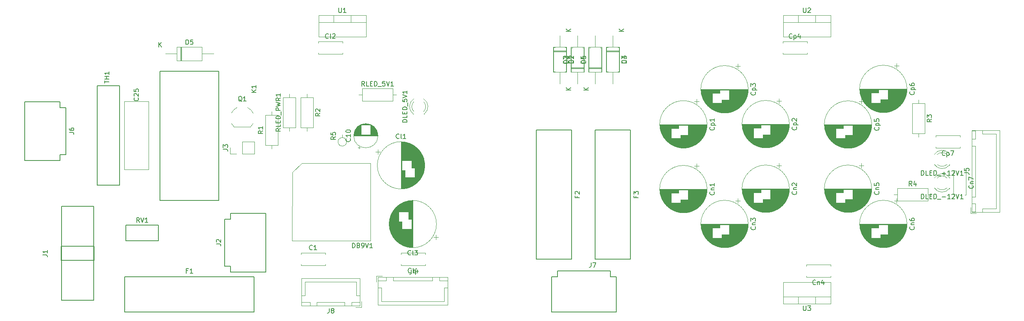
<source format=gbr>
G04 #@! TF.GenerationSoftware,KiCad,Pcbnew,5.0.1-33cea8e~68~ubuntu16.04.1*
G04 #@! TF.CreationDate,2018-10-23T23:14:49+02:00*
G04 #@! TF.ProjectId,mixersupply,6D69786572737570706C792E6B696361,1*
G04 #@! TF.SameCoordinates,Original*
G04 #@! TF.FileFunction,Legend,Top*
G04 #@! TF.FilePolarity,Positive*
%FSLAX46Y46*%
G04 Gerber Fmt 4.6, Leading zero omitted, Abs format (unit mm)*
G04 Created by KiCad (PCBNEW 5.0.1-33cea8e~68~ubuntu16.04.1) date Di 23 Okt 2018 23:14:49 CEST*
%MOMM*%
%LPD*%
G01*
G04 APERTURE LIST*
%ADD10C,0.120000*%
%ADD11C,0.150000*%
G04 APERTURE END LIST*
D10*
G04 #@! TO.C,Q1*
X61700000Y-42490000D02*
X65300000Y-42490000D01*
X61175816Y-41762795D02*
G75*
G03X61700000Y-42490000I2324184J1122795D01*
G01*
X61132801Y-39536158D02*
G75*
G02X62360000Y-38290000I2367199J-1103842D01*
G01*
X65855457Y-39541629D02*
G75*
G03X64610000Y-38290000I-2355457J-1098371D01*
G01*
X65824184Y-41762795D02*
G75*
G02X65300000Y-42490000I-2324184J1122795D01*
G01*
G04 #@! TO.C,C1*
X81400000Y-72175000D02*
X81400000Y-72490000D01*
X81400000Y-69750000D02*
X81400000Y-70065000D01*
X76160000Y-72175000D02*
X76160000Y-72490000D01*
X76160000Y-69750000D02*
X76160000Y-70065000D01*
X76160000Y-72490000D02*
X81400000Y-72490000D01*
X76160000Y-69750000D02*
X81400000Y-69750000D01*
G04 #@! TO.C,RLED_PWR1*
X73660000Y-35330000D02*
X73660000Y-36100000D01*
X73660000Y-43410000D02*
X73660000Y-42640000D01*
X72290000Y-36100000D02*
X72290000Y-42640000D01*
X75030000Y-36100000D02*
X72290000Y-36100000D01*
X75030000Y-42640000D02*
X75030000Y-36100000D01*
X72290000Y-42640000D02*
X75030000Y-42640000D01*
G04 #@! TO.C,J4*
X92770000Y-75010000D02*
X92770000Y-80980000D01*
X92770000Y-80980000D02*
X107890000Y-80980000D01*
X107890000Y-80980000D02*
X107890000Y-75010000D01*
X107890000Y-75010000D02*
X92770000Y-75010000D01*
X96080000Y-75020000D02*
X96080000Y-75770000D01*
X96080000Y-75770000D02*
X104580000Y-75770000D01*
X104580000Y-75770000D02*
X104580000Y-75020000D01*
X104580000Y-75020000D02*
X96080000Y-75020000D01*
X92780000Y-75020000D02*
X92780000Y-75770000D01*
X92780000Y-75770000D02*
X94580000Y-75770000D01*
X94580000Y-75770000D02*
X94580000Y-75020000D01*
X94580000Y-75020000D02*
X92780000Y-75020000D01*
X106080000Y-75020000D02*
X106080000Y-75770000D01*
X106080000Y-75770000D02*
X107880000Y-75770000D01*
X107880000Y-75770000D02*
X107880000Y-75020000D01*
X107880000Y-75020000D02*
X106080000Y-75020000D01*
X92780000Y-77270000D02*
X93530000Y-77270000D01*
X93530000Y-77270000D02*
X93530000Y-80220000D01*
X93530000Y-80220000D02*
X100330000Y-80220000D01*
X107880000Y-77270000D02*
X107130000Y-77270000D01*
X107130000Y-77270000D02*
X107130000Y-80220000D01*
X107130000Y-80220000D02*
X100330000Y-80220000D01*
X93730000Y-74720000D02*
X92480000Y-74720000D01*
X92480000Y-74720000D02*
X92480000Y-75970000D01*
G04 #@! TO.C,R5*
X86010000Y-45720000D02*
G75*
G03X86010000Y-45720000I-920000J0D01*
G01*
X85090000Y-44800000D02*
X85090000Y-44180000D01*
G04 #@! TO.C,J8*
X88920000Y-81200000D02*
X88920000Y-75230000D01*
X88920000Y-75230000D02*
X76300000Y-75230000D01*
X76300000Y-75230000D02*
X76300000Y-81200000D01*
X76300000Y-81200000D02*
X88920000Y-81200000D01*
X85610000Y-81190000D02*
X85610000Y-80440000D01*
X85610000Y-80440000D02*
X79610000Y-80440000D01*
X79610000Y-80440000D02*
X79610000Y-81190000D01*
X79610000Y-81190000D02*
X85610000Y-81190000D01*
X88910000Y-81190000D02*
X88910000Y-80440000D01*
X88910000Y-80440000D02*
X87110000Y-80440000D01*
X87110000Y-80440000D02*
X87110000Y-81190000D01*
X87110000Y-81190000D02*
X88910000Y-81190000D01*
X78110000Y-81190000D02*
X78110000Y-80440000D01*
X78110000Y-80440000D02*
X76310000Y-80440000D01*
X76310000Y-80440000D02*
X76310000Y-81190000D01*
X76310000Y-81190000D02*
X78110000Y-81190000D01*
X88910000Y-78940000D02*
X88160000Y-78940000D01*
X88160000Y-78940000D02*
X88160000Y-75990000D01*
X88160000Y-75990000D02*
X82610000Y-75990000D01*
X76310000Y-78940000D02*
X77060000Y-78940000D01*
X77060000Y-78940000D02*
X77060000Y-75990000D01*
X77060000Y-75990000D02*
X82610000Y-75990000D01*
X87960000Y-81490000D02*
X89210000Y-81490000D01*
X89210000Y-81490000D02*
X89210000Y-80240000D01*
G04 #@! TO.C,U1*
X79970000Y-18320000D02*
X90210000Y-18320000D01*
X79970000Y-22961000D02*
X90210000Y-22961000D01*
X79970000Y-18320000D02*
X79970000Y-22961000D01*
X90210000Y-18320000D02*
X90210000Y-22961000D01*
X79970000Y-19830000D02*
X90210000Y-19830000D01*
X83240000Y-18320000D02*
X83240000Y-19830000D01*
X86941000Y-18320000D02*
X86941000Y-19830000D01*
D11*
G04 #@! TO.C,J1*
X24440000Y-80010000D02*
X24440000Y-59690000D01*
X24440000Y-59690000D02*
X31440000Y-59690000D01*
X31440000Y-59690000D02*
X31440000Y-80010000D01*
X31440000Y-80010000D02*
X24440000Y-80010000D01*
X24384000Y-69850000D02*
X24384000Y-68326000D01*
X24384000Y-68326000D02*
X31496000Y-68326000D01*
X31496000Y-68326000D02*
X31496000Y-71374000D01*
X31496000Y-71374000D02*
X24384000Y-71374000D01*
X24384000Y-71374000D02*
X24384000Y-69850000D01*
G04 #@! TO.C,TH1*
X36985000Y-55120000D02*
X36985000Y-33620000D01*
X32185000Y-55120000D02*
X32185000Y-33620000D01*
X32185000Y-33620000D02*
X36985000Y-33620000D01*
X32185000Y-55120000D02*
X36985000Y-55120000D01*
G04 #@! TO.C,RV1*
X45370000Y-63690000D02*
X38370000Y-63690000D01*
X45370000Y-67090000D02*
X38370000Y-67090000D01*
X38370000Y-67090000D02*
X38370000Y-63690000D01*
X45370000Y-67090000D02*
X45370000Y-63690000D01*
G04 #@! TO.C,K1*
X58420000Y-30480000D02*
X58420000Y-58420000D01*
X58420000Y-58420000D02*
X45720000Y-58420000D01*
X45720000Y-58420000D02*
X45720000Y-30480000D01*
X45720000Y-30480000D02*
X58420000Y-30480000D01*
D10*
G04 #@! TO.C,Cl1*
X92790354Y-47425000D02*
X92790354Y-48425000D01*
X92290354Y-47925000D02*
X93290354Y-47925000D01*
X102851000Y-50201000D02*
X102851000Y-51399000D01*
X102811000Y-49938000D02*
X102811000Y-51662000D01*
X102771000Y-49738000D02*
X102771000Y-51862000D01*
X102731000Y-49570000D02*
X102731000Y-52030000D01*
X102691000Y-49422000D02*
X102691000Y-52178000D01*
X102651000Y-49290000D02*
X102651000Y-52310000D01*
X102611000Y-49170000D02*
X102611000Y-52430000D01*
X102571000Y-49058000D02*
X102571000Y-52542000D01*
X102531000Y-48954000D02*
X102531000Y-52646000D01*
X102491000Y-48856000D02*
X102491000Y-52744000D01*
X102451000Y-48763000D02*
X102451000Y-52837000D01*
X102411000Y-48675000D02*
X102411000Y-52925000D01*
X102371000Y-48591000D02*
X102371000Y-53009000D01*
X102331000Y-48511000D02*
X102331000Y-53089000D01*
X102291000Y-48435000D02*
X102291000Y-53165000D01*
X102251000Y-48361000D02*
X102251000Y-53239000D01*
X102211000Y-48290000D02*
X102211000Y-53310000D01*
X102171000Y-48221000D02*
X102171000Y-53379000D01*
X102131000Y-48155000D02*
X102131000Y-53445000D01*
X102091000Y-48091000D02*
X102091000Y-53509000D01*
X102051000Y-48030000D02*
X102051000Y-53570000D01*
X102011000Y-47970000D02*
X102011000Y-53630000D01*
X101971000Y-47911000D02*
X101971000Y-53689000D01*
X101931000Y-47855000D02*
X101931000Y-53745000D01*
X101891000Y-47800000D02*
X101891000Y-53800000D01*
X101851000Y-47746000D02*
X101851000Y-53854000D01*
X101811000Y-47694000D02*
X101811000Y-53906000D01*
X101771000Y-47644000D02*
X101771000Y-53956000D01*
X101731000Y-47594000D02*
X101731000Y-54006000D01*
X101691000Y-47546000D02*
X101691000Y-54054000D01*
X101651000Y-47499000D02*
X101651000Y-54101000D01*
X101611000Y-47453000D02*
X101611000Y-54147000D01*
X101571000Y-47408000D02*
X101571000Y-54192000D01*
X101531000Y-47364000D02*
X101531000Y-54236000D01*
X101491000Y-47322000D02*
X101491000Y-54278000D01*
X101451000Y-47280000D02*
X101451000Y-54320000D01*
X101411000Y-47239000D02*
X101411000Y-54361000D01*
X101371000Y-47199000D02*
X101371000Y-54401000D01*
X101331000Y-47160000D02*
X101331000Y-54440000D01*
X101291000Y-47121000D02*
X101291000Y-54479000D01*
X101251000Y-47084000D02*
X101251000Y-54516000D01*
X101211000Y-47047000D02*
X101211000Y-54553000D01*
X101171000Y-47011000D02*
X101171000Y-54589000D01*
X101131000Y-46976000D02*
X101131000Y-54624000D01*
X101091000Y-46942000D02*
X101091000Y-54658000D01*
X101051000Y-46908000D02*
X101051000Y-54692000D01*
X101011000Y-46875000D02*
X101011000Y-54725000D01*
X100971000Y-46843000D02*
X100971000Y-54757000D01*
X100931000Y-46811000D02*
X100931000Y-54789000D01*
X100891000Y-46780000D02*
X100891000Y-54820000D01*
X100851000Y-46750000D02*
X100851000Y-54850000D01*
X100811000Y-46720000D02*
X100811000Y-54880000D01*
X100771000Y-46690000D02*
X100771000Y-54910000D01*
X100731000Y-53440000D02*
X100731000Y-54938000D01*
X100731000Y-46662000D02*
X100731000Y-51360000D01*
X100691000Y-53440000D02*
X100691000Y-54966000D01*
X100691000Y-46634000D02*
X100691000Y-51360000D01*
X100651000Y-53440000D02*
X100651000Y-54994000D01*
X100651000Y-46606000D02*
X100651000Y-51360000D01*
X100611000Y-53440000D02*
X100611000Y-55021000D01*
X100611000Y-46579000D02*
X100611000Y-51360000D01*
X100571000Y-53440000D02*
X100571000Y-55047000D01*
X100571000Y-46553000D02*
X100571000Y-51360000D01*
X100531000Y-53440000D02*
X100531000Y-55073000D01*
X100531000Y-46527000D02*
X100531000Y-51360000D01*
X100491000Y-53440000D02*
X100491000Y-55098000D01*
X100491000Y-46502000D02*
X100491000Y-51360000D01*
X100451000Y-53440000D02*
X100451000Y-55123000D01*
X100451000Y-46477000D02*
X100451000Y-51360000D01*
X100411000Y-53440000D02*
X100411000Y-55147000D01*
X100411000Y-46453000D02*
X100411000Y-51360000D01*
X100371000Y-53440000D02*
X100371000Y-55171000D01*
X100371000Y-46429000D02*
X100371000Y-51360000D01*
X100331000Y-53440000D02*
X100331000Y-55195000D01*
X100331000Y-46405000D02*
X100331000Y-51360000D01*
X100291000Y-53440000D02*
X100291000Y-55217000D01*
X100291000Y-46383000D02*
X100291000Y-51360000D01*
X100251000Y-53440000D02*
X100251000Y-55240000D01*
X100251000Y-46360000D02*
X100251000Y-51360000D01*
X100211000Y-53440000D02*
X100211000Y-55262000D01*
X100211000Y-46338000D02*
X100211000Y-51360000D01*
X100171000Y-53440000D02*
X100171000Y-55283000D01*
X100171000Y-46317000D02*
X100171000Y-51360000D01*
X100131000Y-53440000D02*
X100131000Y-55304000D01*
X100131000Y-46296000D02*
X100131000Y-51360000D01*
X100091000Y-53440000D02*
X100091000Y-55325000D01*
X100091000Y-46275000D02*
X100091000Y-51360000D01*
X100051000Y-53440000D02*
X100051000Y-55345000D01*
X100051000Y-46255000D02*
X100051000Y-49760000D01*
X100011000Y-53440000D02*
X100011000Y-55364000D01*
X100011000Y-46236000D02*
X100011000Y-49760000D01*
X99971000Y-53440000D02*
X99971000Y-55384000D01*
X99971000Y-46216000D02*
X99971000Y-49760000D01*
X99931000Y-53440000D02*
X99931000Y-55403000D01*
X99931000Y-46197000D02*
X99931000Y-49760000D01*
X99891000Y-53440000D02*
X99891000Y-55421000D01*
X99891000Y-46179000D02*
X99891000Y-49760000D01*
X99851000Y-53440000D02*
X99851000Y-55439000D01*
X99851000Y-46161000D02*
X99851000Y-49760000D01*
X99811000Y-53440000D02*
X99811000Y-55457000D01*
X99811000Y-46143000D02*
X99811000Y-49760000D01*
X99771000Y-53440000D02*
X99771000Y-55474000D01*
X99771000Y-46126000D02*
X99771000Y-49760000D01*
X99731000Y-53440000D02*
X99731000Y-55490000D01*
X99731000Y-46110000D02*
X99731000Y-49760000D01*
X99691000Y-53440000D02*
X99691000Y-55507000D01*
X99691000Y-46093000D02*
X99691000Y-49760000D01*
X99651000Y-53440000D02*
X99651000Y-55523000D01*
X99651000Y-46077000D02*
X99651000Y-49760000D01*
X99611000Y-53440000D02*
X99611000Y-55538000D01*
X99611000Y-46062000D02*
X99611000Y-49760000D01*
X99571000Y-53440000D02*
X99571000Y-55554000D01*
X99571000Y-46046000D02*
X99571000Y-49760000D01*
X99531000Y-53440000D02*
X99531000Y-55568000D01*
X99531000Y-46032000D02*
X99531000Y-49760000D01*
X99491000Y-53440000D02*
X99491000Y-55583000D01*
X99491000Y-46017000D02*
X99491000Y-49760000D01*
X99451000Y-53440000D02*
X99451000Y-55597000D01*
X99451000Y-46003000D02*
X99451000Y-49760000D01*
X99411000Y-53440000D02*
X99411000Y-55611000D01*
X99411000Y-45989000D02*
X99411000Y-49760000D01*
X99371000Y-53440000D02*
X99371000Y-55624000D01*
X99371000Y-45976000D02*
X99371000Y-49760000D01*
X99331000Y-53440000D02*
X99331000Y-55637000D01*
X99331000Y-45963000D02*
X99331000Y-49760000D01*
X99291000Y-53440000D02*
X99291000Y-55650000D01*
X99291000Y-45950000D02*
X99291000Y-49760000D01*
X99251000Y-53440000D02*
X99251000Y-55662000D01*
X99251000Y-45938000D02*
X99251000Y-49760000D01*
X99211000Y-53440000D02*
X99211000Y-55674000D01*
X99211000Y-45926000D02*
X99211000Y-49760000D01*
X99171000Y-53440000D02*
X99171000Y-55685000D01*
X99171000Y-45915000D02*
X99171000Y-49760000D01*
X99131000Y-53440000D02*
X99131000Y-55697000D01*
X99131000Y-45903000D02*
X99131000Y-49760000D01*
X99091000Y-53440000D02*
X99091000Y-55707000D01*
X99091000Y-45893000D02*
X99091000Y-49760000D01*
X99051000Y-53440000D02*
X99051000Y-55718000D01*
X99051000Y-45882000D02*
X99051000Y-49760000D01*
X99011000Y-53440000D02*
X99011000Y-55728000D01*
X99011000Y-45872000D02*
X99011000Y-49760000D01*
X98971000Y-53440000D02*
X98971000Y-55738000D01*
X98971000Y-45862000D02*
X98971000Y-49760000D01*
X98931000Y-53440000D02*
X98931000Y-55747000D01*
X98931000Y-45853000D02*
X98931000Y-49760000D01*
X98891000Y-53440000D02*
X98891000Y-55756000D01*
X98891000Y-45844000D02*
X98891000Y-49760000D01*
X98851000Y-53440000D02*
X98851000Y-55765000D01*
X98851000Y-45835000D02*
X98851000Y-49760000D01*
X98811000Y-53440000D02*
X98811000Y-55774000D01*
X98811000Y-45826000D02*
X98811000Y-49760000D01*
X98771000Y-53440000D02*
X98771000Y-55782000D01*
X98771000Y-45818000D02*
X98771000Y-49760000D01*
X98731000Y-53440000D02*
X98731000Y-55790000D01*
X98731000Y-45810000D02*
X98731000Y-49760000D01*
X98691000Y-53440000D02*
X98691000Y-55797000D01*
X98691000Y-45803000D02*
X98691000Y-49760000D01*
X98651000Y-51840000D02*
X98651000Y-55804000D01*
X98651000Y-45796000D02*
X98651000Y-49760000D01*
X98611000Y-51840000D02*
X98611000Y-55811000D01*
X98611000Y-45789000D02*
X98611000Y-49760000D01*
X98571000Y-51840000D02*
X98571000Y-55818000D01*
X98571000Y-45782000D02*
X98571000Y-49760000D01*
X98531000Y-51840000D02*
X98531000Y-55824000D01*
X98531000Y-45776000D02*
X98531000Y-49760000D01*
X98491000Y-51840000D02*
X98491000Y-55830000D01*
X98491000Y-45770000D02*
X98491000Y-49760000D01*
X98450000Y-51840000D02*
X98450000Y-55835000D01*
X98450000Y-45765000D02*
X98450000Y-49760000D01*
X98410000Y-51840000D02*
X98410000Y-55840000D01*
X98410000Y-45760000D02*
X98410000Y-49760000D01*
X98370000Y-51840000D02*
X98370000Y-55845000D01*
X98370000Y-45755000D02*
X98370000Y-49760000D01*
X98330000Y-51840000D02*
X98330000Y-55850000D01*
X98330000Y-45750000D02*
X98330000Y-49760000D01*
X98290000Y-51840000D02*
X98290000Y-55854000D01*
X98290000Y-45746000D02*
X98290000Y-49760000D01*
X98250000Y-51840000D02*
X98250000Y-55858000D01*
X98250000Y-45742000D02*
X98250000Y-49760000D01*
X98210000Y-51840000D02*
X98210000Y-55862000D01*
X98210000Y-45738000D02*
X98210000Y-49760000D01*
X98170000Y-51840000D02*
X98170000Y-55865000D01*
X98170000Y-45735000D02*
X98170000Y-49760000D01*
X98130000Y-51840000D02*
X98130000Y-55868000D01*
X98130000Y-45732000D02*
X98130000Y-49760000D01*
X98090000Y-51840000D02*
X98090000Y-55870000D01*
X98090000Y-45730000D02*
X98090000Y-49760000D01*
X98050000Y-51840000D02*
X98050000Y-55873000D01*
X98050000Y-45727000D02*
X98050000Y-49760000D01*
X98010000Y-51840000D02*
X98010000Y-55875000D01*
X98010000Y-45725000D02*
X98010000Y-49760000D01*
X97970000Y-45723000D02*
X97970000Y-55877000D01*
X97930000Y-45722000D02*
X97930000Y-55878000D01*
X97890000Y-45721000D02*
X97890000Y-55879000D01*
X97850000Y-45720000D02*
X97850000Y-55880000D01*
X97810000Y-45720000D02*
X97810000Y-55880000D01*
X97770000Y-45720000D02*
X97770000Y-55880000D01*
X102890000Y-50800000D02*
G75*
G03X102890000Y-50800000I-5120000J0D01*
G01*
D11*
G04 #@! TO.C,J2*
X60960000Y-62420000D02*
X60960000Y-61150000D01*
X59690000Y-62420000D02*
X60960000Y-62420000D01*
X59690000Y-72580000D02*
X59690000Y-62420000D01*
X60960000Y-72580000D02*
X59690000Y-72580000D01*
X60960000Y-73850000D02*
X60960000Y-72580000D01*
X68580000Y-73850000D02*
X60960000Y-73850000D01*
X68580000Y-61150000D02*
X68580000Y-73850000D01*
X60960000Y-61150000D02*
X68580000Y-61150000D01*
D10*
G04 #@! TO.C,R1*
X68480000Y-46450000D02*
X71220000Y-46450000D01*
X71220000Y-46450000D02*
X71220000Y-39910000D01*
X71220000Y-39910000D02*
X68480000Y-39910000D01*
X68480000Y-39910000D02*
X68480000Y-46450000D01*
X69850000Y-47220000D02*
X69850000Y-46450000D01*
X69850000Y-39140000D02*
X69850000Y-39910000D01*
G04 #@! TO.C,Cl2*
X79890000Y-24030000D02*
X85130000Y-24030000D01*
X79890000Y-26770000D02*
X85130000Y-26770000D01*
X79890000Y-24030000D02*
X79890000Y-24345000D01*
X79890000Y-26455000D02*
X79890000Y-26770000D01*
X85130000Y-24030000D02*
X85130000Y-24345000D01*
X85130000Y-26455000D02*
X85130000Y-26770000D01*
G04 #@! TO.C,DB9V1*
X91170000Y-67140000D02*
X91170000Y-50340000D01*
X74270000Y-67140000D02*
X91170000Y-67140000D01*
X74370000Y-52340000D02*
X74270000Y-67140000D01*
X76370000Y-50340000D02*
X74370000Y-52340000D01*
X91170000Y-50340000D02*
X76370000Y-50340000D01*
G04 #@! TO.C,Cl3*
X105430000Y-63500000D02*
G75*
G03X105430000Y-63500000I-5120000J0D01*
G01*
X100310000Y-68580000D02*
X100310000Y-58420000D01*
X100270000Y-68580000D02*
X100270000Y-58420000D01*
X100230000Y-68580000D02*
X100230000Y-58420000D01*
X100190000Y-68579000D02*
X100190000Y-58421000D01*
X100150000Y-68578000D02*
X100150000Y-58422000D01*
X100110000Y-68577000D02*
X100110000Y-58423000D01*
X100070000Y-68575000D02*
X100070000Y-64540000D01*
X100070000Y-62460000D02*
X100070000Y-58425000D01*
X100030000Y-68573000D02*
X100030000Y-64540000D01*
X100030000Y-62460000D02*
X100030000Y-58427000D01*
X99990000Y-68570000D02*
X99990000Y-64540000D01*
X99990000Y-62460000D02*
X99990000Y-58430000D01*
X99950000Y-68568000D02*
X99950000Y-64540000D01*
X99950000Y-62460000D02*
X99950000Y-58432000D01*
X99910000Y-68565000D02*
X99910000Y-64540000D01*
X99910000Y-62460000D02*
X99910000Y-58435000D01*
X99870000Y-68562000D02*
X99870000Y-64540000D01*
X99870000Y-62460000D02*
X99870000Y-58438000D01*
X99830000Y-68558000D02*
X99830000Y-64540000D01*
X99830000Y-62460000D02*
X99830000Y-58442000D01*
X99790000Y-68554000D02*
X99790000Y-64540000D01*
X99790000Y-62460000D02*
X99790000Y-58446000D01*
X99750000Y-68550000D02*
X99750000Y-64540000D01*
X99750000Y-62460000D02*
X99750000Y-58450000D01*
X99710000Y-68545000D02*
X99710000Y-64540000D01*
X99710000Y-62460000D02*
X99710000Y-58455000D01*
X99670000Y-68540000D02*
X99670000Y-64540000D01*
X99670000Y-62460000D02*
X99670000Y-58460000D01*
X99630000Y-68535000D02*
X99630000Y-64540000D01*
X99630000Y-62460000D02*
X99630000Y-58465000D01*
X99589000Y-68530000D02*
X99589000Y-64540000D01*
X99589000Y-62460000D02*
X99589000Y-58470000D01*
X99549000Y-68524000D02*
X99549000Y-64540000D01*
X99549000Y-62460000D02*
X99549000Y-58476000D01*
X99509000Y-68518000D02*
X99509000Y-64540000D01*
X99509000Y-62460000D02*
X99509000Y-58482000D01*
X99469000Y-68511000D02*
X99469000Y-64540000D01*
X99469000Y-62460000D02*
X99469000Y-58489000D01*
X99429000Y-68504000D02*
X99429000Y-64540000D01*
X99429000Y-62460000D02*
X99429000Y-58496000D01*
X99389000Y-68497000D02*
X99389000Y-64540000D01*
X99389000Y-60860000D02*
X99389000Y-58503000D01*
X99349000Y-68490000D02*
X99349000Y-64540000D01*
X99349000Y-60860000D02*
X99349000Y-58510000D01*
X99309000Y-68482000D02*
X99309000Y-64540000D01*
X99309000Y-60860000D02*
X99309000Y-58518000D01*
X99269000Y-68474000D02*
X99269000Y-64540000D01*
X99269000Y-60860000D02*
X99269000Y-58526000D01*
X99229000Y-68465000D02*
X99229000Y-64540000D01*
X99229000Y-60860000D02*
X99229000Y-58535000D01*
X99189000Y-68456000D02*
X99189000Y-64540000D01*
X99189000Y-60860000D02*
X99189000Y-58544000D01*
X99149000Y-68447000D02*
X99149000Y-64540000D01*
X99149000Y-60860000D02*
X99149000Y-58553000D01*
X99109000Y-68438000D02*
X99109000Y-64540000D01*
X99109000Y-60860000D02*
X99109000Y-58562000D01*
X99069000Y-68428000D02*
X99069000Y-64540000D01*
X99069000Y-60860000D02*
X99069000Y-58572000D01*
X99029000Y-68418000D02*
X99029000Y-64540000D01*
X99029000Y-60860000D02*
X99029000Y-58582000D01*
X98989000Y-68407000D02*
X98989000Y-64540000D01*
X98989000Y-60860000D02*
X98989000Y-58593000D01*
X98949000Y-68397000D02*
X98949000Y-64540000D01*
X98949000Y-60860000D02*
X98949000Y-58603000D01*
X98909000Y-68385000D02*
X98909000Y-64540000D01*
X98909000Y-60860000D02*
X98909000Y-58615000D01*
X98869000Y-68374000D02*
X98869000Y-64540000D01*
X98869000Y-60860000D02*
X98869000Y-58626000D01*
X98829000Y-68362000D02*
X98829000Y-64540000D01*
X98829000Y-60860000D02*
X98829000Y-58638000D01*
X98789000Y-68350000D02*
X98789000Y-64540000D01*
X98789000Y-60860000D02*
X98789000Y-58650000D01*
X98749000Y-68337000D02*
X98749000Y-64540000D01*
X98749000Y-60860000D02*
X98749000Y-58663000D01*
X98709000Y-68324000D02*
X98709000Y-64540000D01*
X98709000Y-60860000D02*
X98709000Y-58676000D01*
X98669000Y-68311000D02*
X98669000Y-64540000D01*
X98669000Y-60860000D02*
X98669000Y-58689000D01*
X98629000Y-68297000D02*
X98629000Y-64540000D01*
X98629000Y-60860000D02*
X98629000Y-58703000D01*
X98589000Y-68283000D02*
X98589000Y-64540000D01*
X98589000Y-60860000D02*
X98589000Y-58717000D01*
X98549000Y-68268000D02*
X98549000Y-64540000D01*
X98549000Y-60860000D02*
X98549000Y-58732000D01*
X98509000Y-68254000D02*
X98509000Y-64540000D01*
X98509000Y-60860000D02*
X98509000Y-58746000D01*
X98469000Y-68238000D02*
X98469000Y-64540000D01*
X98469000Y-60860000D02*
X98469000Y-58762000D01*
X98429000Y-68223000D02*
X98429000Y-64540000D01*
X98429000Y-60860000D02*
X98429000Y-58777000D01*
X98389000Y-68207000D02*
X98389000Y-64540000D01*
X98389000Y-60860000D02*
X98389000Y-58793000D01*
X98349000Y-68190000D02*
X98349000Y-64540000D01*
X98349000Y-60860000D02*
X98349000Y-58810000D01*
X98309000Y-68174000D02*
X98309000Y-64540000D01*
X98309000Y-60860000D02*
X98309000Y-58826000D01*
X98269000Y-68157000D02*
X98269000Y-64540000D01*
X98269000Y-60860000D02*
X98269000Y-58843000D01*
X98229000Y-68139000D02*
X98229000Y-64540000D01*
X98229000Y-60860000D02*
X98229000Y-58861000D01*
X98189000Y-68121000D02*
X98189000Y-64540000D01*
X98189000Y-60860000D02*
X98189000Y-58879000D01*
X98149000Y-68103000D02*
X98149000Y-64540000D01*
X98149000Y-60860000D02*
X98149000Y-58897000D01*
X98109000Y-68084000D02*
X98109000Y-64540000D01*
X98109000Y-60860000D02*
X98109000Y-58916000D01*
X98069000Y-68064000D02*
X98069000Y-64540000D01*
X98069000Y-60860000D02*
X98069000Y-58936000D01*
X98029000Y-68045000D02*
X98029000Y-64540000D01*
X98029000Y-60860000D02*
X98029000Y-58955000D01*
X97989000Y-68025000D02*
X97989000Y-62940000D01*
X97989000Y-60860000D02*
X97989000Y-58975000D01*
X97949000Y-68004000D02*
X97949000Y-62940000D01*
X97949000Y-60860000D02*
X97949000Y-58996000D01*
X97909000Y-67983000D02*
X97909000Y-62940000D01*
X97909000Y-60860000D02*
X97909000Y-59017000D01*
X97869000Y-67962000D02*
X97869000Y-62940000D01*
X97869000Y-60860000D02*
X97869000Y-59038000D01*
X97829000Y-67940000D02*
X97829000Y-62940000D01*
X97829000Y-60860000D02*
X97829000Y-59060000D01*
X97789000Y-67917000D02*
X97789000Y-62940000D01*
X97789000Y-60860000D02*
X97789000Y-59083000D01*
X97749000Y-67895000D02*
X97749000Y-62940000D01*
X97749000Y-60860000D02*
X97749000Y-59105000D01*
X97709000Y-67871000D02*
X97709000Y-62940000D01*
X97709000Y-60860000D02*
X97709000Y-59129000D01*
X97669000Y-67847000D02*
X97669000Y-62940000D01*
X97669000Y-60860000D02*
X97669000Y-59153000D01*
X97629000Y-67823000D02*
X97629000Y-62940000D01*
X97629000Y-60860000D02*
X97629000Y-59177000D01*
X97589000Y-67798000D02*
X97589000Y-62940000D01*
X97589000Y-60860000D02*
X97589000Y-59202000D01*
X97549000Y-67773000D02*
X97549000Y-62940000D01*
X97549000Y-60860000D02*
X97549000Y-59227000D01*
X97509000Y-67747000D02*
X97509000Y-62940000D01*
X97509000Y-60860000D02*
X97509000Y-59253000D01*
X97469000Y-67721000D02*
X97469000Y-62940000D01*
X97469000Y-60860000D02*
X97469000Y-59279000D01*
X97429000Y-67694000D02*
X97429000Y-62940000D01*
X97429000Y-60860000D02*
X97429000Y-59306000D01*
X97389000Y-67666000D02*
X97389000Y-62940000D01*
X97389000Y-60860000D02*
X97389000Y-59334000D01*
X97349000Y-67638000D02*
X97349000Y-62940000D01*
X97349000Y-60860000D02*
X97349000Y-59362000D01*
X97309000Y-67610000D02*
X97309000Y-59390000D01*
X97269000Y-67580000D02*
X97269000Y-59420000D01*
X97229000Y-67550000D02*
X97229000Y-59450000D01*
X97189000Y-67520000D02*
X97189000Y-59480000D01*
X97149000Y-67489000D02*
X97149000Y-59511000D01*
X97109000Y-67457000D02*
X97109000Y-59543000D01*
X97069000Y-67425000D02*
X97069000Y-59575000D01*
X97029000Y-67392000D02*
X97029000Y-59608000D01*
X96989000Y-67358000D02*
X96989000Y-59642000D01*
X96949000Y-67324000D02*
X96949000Y-59676000D01*
X96909000Y-67289000D02*
X96909000Y-59711000D01*
X96869000Y-67253000D02*
X96869000Y-59747000D01*
X96829000Y-67216000D02*
X96829000Y-59784000D01*
X96789000Y-67179000D02*
X96789000Y-59821000D01*
X96749000Y-67140000D02*
X96749000Y-59860000D01*
X96709000Y-67101000D02*
X96709000Y-59899000D01*
X96669000Y-67061000D02*
X96669000Y-59939000D01*
X96629000Y-67020000D02*
X96629000Y-59980000D01*
X96589000Y-66978000D02*
X96589000Y-60022000D01*
X96549000Y-66936000D02*
X96549000Y-60064000D01*
X96509000Y-66892000D02*
X96509000Y-60108000D01*
X96469000Y-66847000D02*
X96469000Y-60153000D01*
X96429000Y-66801000D02*
X96429000Y-60199000D01*
X96389000Y-66754000D02*
X96389000Y-60246000D01*
X96349000Y-66706000D02*
X96349000Y-60294000D01*
X96309000Y-66656000D02*
X96309000Y-60344000D01*
X96269000Y-66606000D02*
X96269000Y-60394000D01*
X96229000Y-66554000D02*
X96229000Y-60446000D01*
X96189000Y-66500000D02*
X96189000Y-60500000D01*
X96149000Y-66445000D02*
X96149000Y-60555000D01*
X96109000Y-66389000D02*
X96109000Y-60611000D01*
X96069000Y-66330000D02*
X96069000Y-60670000D01*
X96029000Y-66270000D02*
X96029000Y-60730000D01*
X95989000Y-66209000D02*
X95989000Y-60791000D01*
X95949000Y-66145000D02*
X95949000Y-60855000D01*
X95909000Y-66079000D02*
X95909000Y-60921000D01*
X95869000Y-66010000D02*
X95869000Y-60990000D01*
X95829000Y-65939000D02*
X95829000Y-61061000D01*
X95789000Y-65865000D02*
X95789000Y-61135000D01*
X95749000Y-65789000D02*
X95749000Y-61211000D01*
X95709000Y-65709000D02*
X95709000Y-61291000D01*
X95669000Y-65625000D02*
X95669000Y-61375000D01*
X95629000Y-65537000D02*
X95629000Y-61463000D01*
X95589000Y-65444000D02*
X95589000Y-61556000D01*
X95549000Y-65346000D02*
X95549000Y-61654000D01*
X95509000Y-65242000D02*
X95509000Y-61758000D01*
X95469000Y-65130000D02*
X95469000Y-61870000D01*
X95429000Y-65010000D02*
X95429000Y-61990000D01*
X95389000Y-64878000D02*
X95389000Y-62122000D01*
X95349000Y-64730000D02*
X95349000Y-62270000D01*
X95309000Y-64562000D02*
X95309000Y-62438000D01*
X95269000Y-64362000D02*
X95269000Y-62638000D01*
X95229000Y-64099000D02*
X95229000Y-62901000D01*
X105789646Y-66375000D02*
X104789646Y-66375000D01*
X105289646Y-66875000D02*
X105289646Y-65875000D01*
D11*
G04 #@! TO.C,J6*
X24130000Y-49720000D02*
X16510000Y-49720000D01*
X16510000Y-49720000D02*
X16510000Y-37020000D01*
X16510000Y-37020000D02*
X24130000Y-37020000D01*
X24130000Y-37020000D02*
X24130000Y-38290000D01*
X24130000Y-38290000D02*
X25400000Y-38290000D01*
X25400000Y-38290000D02*
X25400000Y-48450000D01*
X25400000Y-48450000D02*
X24130000Y-48450000D01*
X24130000Y-48450000D02*
X24130000Y-49720000D01*
D10*
G04 #@! TO.C,Cl4*
X97750000Y-70065000D02*
X97750000Y-69750000D01*
X97750000Y-72490000D02*
X97750000Y-72175000D01*
X102990000Y-70065000D02*
X102990000Y-69750000D01*
X102990000Y-72490000D02*
X102990000Y-72175000D01*
X102990000Y-69750000D02*
X97750000Y-69750000D01*
X102990000Y-72490000D02*
X97750000Y-72490000D01*
G04 #@! TO.C,RLED_5V1*
X96750000Y-35560000D02*
X95980000Y-35560000D01*
X88670000Y-35560000D02*
X89440000Y-35560000D01*
X95980000Y-34190000D02*
X89440000Y-34190000D01*
X95980000Y-36930000D02*
X95980000Y-34190000D01*
X89440000Y-36930000D02*
X95980000Y-36930000D01*
X89440000Y-34190000D02*
X89440000Y-36930000D01*
G04 #@! TO.C,R2*
X78840000Y-36100000D02*
X76100000Y-36100000D01*
X76100000Y-36100000D02*
X76100000Y-42640000D01*
X76100000Y-42640000D02*
X78840000Y-42640000D01*
X78840000Y-42640000D02*
X78840000Y-36100000D01*
X77470000Y-35330000D02*
X77470000Y-36100000D01*
X77470000Y-43410000D02*
X77470000Y-42640000D01*
G04 #@! TO.C,DLED_5V1*
X100364000Y-39660000D02*
X100520000Y-39660000D01*
X102680000Y-39660000D02*
X102836000Y-39660000D01*
X100521392Y-36427665D02*
G75*
G03X100364484Y-39660000I1078608J-1672335D01*
G01*
X102678608Y-36427665D02*
G75*
G02X102835516Y-39660000I-1078608J-1672335D01*
G01*
X100520163Y-37058870D02*
G75*
G03X100520000Y-39140961I1079837J-1041130D01*
G01*
X102679837Y-37058870D02*
G75*
G02X102680000Y-39140961I-1079837J-1041130D01*
G01*
G04 #@! TO.C,C10*
X92790000Y-44390000D02*
G75*
G03X92790000Y-44390000I-2620000J0D01*
G01*
X87590000Y-44390000D02*
X92750000Y-44390000D01*
X87590000Y-44350000D02*
X92750000Y-44350000D01*
X87591000Y-44310000D02*
X92749000Y-44310000D01*
X87592000Y-44270000D02*
X92748000Y-44270000D01*
X87594000Y-44230000D02*
X92746000Y-44230000D01*
X87597000Y-44190000D02*
X92743000Y-44190000D01*
X87601000Y-44150000D02*
X89130000Y-44150000D01*
X91210000Y-44150000D02*
X92739000Y-44150000D01*
X87605000Y-44110000D02*
X89130000Y-44110000D01*
X91210000Y-44110000D02*
X92735000Y-44110000D01*
X87609000Y-44070000D02*
X89130000Y-44070000D01*
X91210000Y-44070000D02*
X92731000Y-44070000D01*
X87614000Y-44030000D02*
X89130000Y-44030000D01*
X91210000Y-44030000D02*
X92726000Y-44030000D01*
X87620000Y-43990000D02*
X89130000Y-43990000D01*
X91210000Y-43990000D02*
X92720000Y-43990000D01*
X87627000Y-43950000D02*
X89130000Y-43950000D01*
X91210000Y-43950000D02*
X92713000Y-43950000D01*
X87634000Y-43910000D02*
X89130000Y-43910000D01*
X91210000Y-43910000D02*
X92706000Y-43910000D01*
X87642000Y-43870000D02*
X89130000Y-43870000D01*
X91210000Y-43870000D02*
X92698000Y-43870000D01*
X87650000Y-43830000D02*
X89130000Y-43830000D01*
X91210000Y-43830000D02*
X92690000Y-43830000D01*
X87659000Y-43790000D02*
X89130000Y-43790000D01*
X91210000Y-43790000D02*
X92681000Y-43790000D01*
X87669000Y-43750000D02*
X89130000Y-43750000D01*
X91210000Y-43750000D02*
X92671000Y-43750000D01*
X87679000Y-43710000D02*
X89130000Y-43710000D01*
X91210000Y-43710000D02*
X92661000Y-43710000D01*
X87690000Y-43669000D02*
X89130000Y-43669000D01*
X91210000Y-43669000D02*
X92650000Y-43669000D01*
X87702000Y-43629000D02*
X89130000Y-43629000D01*
X91210000Y-43629000D02*
X92638000Y-43629000D01*
X87715000Y-43589000D02*
X89130000Y-43589000D01*
X91210000Y-43589000D02*
X92625000Y-43589000D01*
X87728000Y-43549000D02*
X89130000Y-43549000D01*
X91210000Y-43549000D02*
X92612000Y-43549000D01*
X87742000Y-43509000D02*
X89130000Y-43509000D01*
X91210000Y-43509000D02*
X92598000Y-43509000D01*
X87756000Y-43469000D02*
X89130000Y-43469000D01*
X91210000Y-43469000D02*
X92584000Y-43469000D01*
X87772000Y-43429000D02*
X89130000Y-43429000D01*
X91210000Y-43429000D02*
X92568000Y-43429000D01*
X87788000Y-43389000D02*
X89130000Y-43389000D01*
X91210000Y-43389000D02*
X92552000Y-43389000D01*
X87805000Y-43349000D02*
X89130000Y-43349000D01*
X91210000Y-43349000D02*
X92535000Y-43349000D01*
X87822000Y-43309000D02*
X89130000Y-43309000D01*
X91210000Y-43309000D02*
X92518000Y-43309000D01*
X87841000Y-43269000D02*
X89130000Y-43269000D01*
X91210000Y-43269000D02*
X92499000Y-43269000D01*
X87860000Y-43229000D02*
X89130000Y-43229000D01*
X91210000Y-43229000D02*
X92480000Y-43229000D01*
X87880000Y-43189000D02*
X89130000Y-43189000D01*
X91210000Y-43189000D02*
X92460000Y-43189000D01*
X87902000Y-43149000D02*
X89130000Y-43149000D01*
X91210000Y-43149000D02*
X92438000Y-43149000D01*
X87923000Y-43109000D02*
X89130000Y-43109000D01*
X91210000Y-43109000D02*
X92417000Y-43109000D01*
X87946000Y-43069000D02*
X89130000Y-43069000D01*
X91210000Y-43069000D02*
X92394000Y-43069000D01*
X87970000Y-43029000D02*
X89130000Y-43029000D01*
X91210000Y-43029000D02*
X92370000Y-43029000D01*
X87995000Y-42989000D02*
X89130000Y-42989000D01*
X91210000Y-42989000D02*
X92345000Y-42989000D01*
X88021000Y-42949000D02*
X89130000Y-42949000D01*
X91210000Y-42949000D02*
X92319000Y-42949000D01*
X88048000Y-42909000D02*
X89130000Y-42909000D01*
X91210000Y-42909000D02*
X92292000Y-42909000D01*
X88075000Y-42869000D02*
X89130000Y-42869000D01*
X91210000Y-42869000D02*
X92265000Y-42869000D01*
X88105000Y-42829000D02*
X89130000Y-42829000D01*
X91210000Y-42829000D02*
X92235000Y-42829000D01*
X88135000Y-42789000D02*
X89130000Y-42789000D01*
X91210000Y-42789000D02*
X92205000Y-42789000D01*
X88166000Y-42749000D02*
X89130000Y-42749000D01*
X91210000Y-42749000D02*
X92174000Y-42749000D01*
X88199000Y-42709000D02*
X89130000Y-42709000D01*
X91210000Y-42709000D02*
X92141000Y-42709000D01*
X88233000Y-42669000D02*
X89130000Y-42669000D01*
X91210000Y-42669000D02*
X92107000Y-42669000D01*
X88269000Y-42629000D02*
X89130000Y-42629000D01*
X91210000Y-42629000D02*
X92071000Y-42629000D01*
X88306000Y-42589000D02*
X89130000Y-42589000D01*
X91210000Y-42589000D02*
X92034000Y-42589000D01*
X88344000Y-42549000D02*
X89130000Y-42549000D01*
X91210000Y-42549000D02*
X91996000Y-42549000D01*
X88385000Y-42509000D02*
X89130000Y-42509000D01*
X91210000Y-42509000D02*
X91955000Y-42509000D01*
X88427000Y-42469000D02*
X89130000Y-42469000D01*
X91210000Y-42469000D02*
X91913000Y-42469000D01*
X88471000Y-42429000D02*
X89130000Y-42429000D01*
X91210000Y-42429000D02*
X91869000Y-42429000D01*
X88517000Y-42389000D02*
X89130000Y-42389000D01*
X91210000Y-42389000D02*
X91823000Y-42389000D01*
X88565000Y-42349000D02*
X89130000Y-42349000D01*
X91210000Y-42349000D02*
X91775000Y-42349000D01*
X88616000Y-42309000D02*
X89130000Y-42309000D01*
X91210000Y-42309000D02*
X91724000Y-42309000D01*
X88670000Y-42269000D02*
X89130000Y-42269000D01*
X91210000Y-42269000D02*
X91670000Y-42269000D01*
X88727000Y-42229000D02*
X89130000Y-42229000D01*
X91210000Y-42229000D02*
X91613000Y-42229000D01*
X88787000Y-42189000D02*
X89130000Y-42189000D01*
X91210000Y-42189000D02*
X91553000Y-42189000D01*
X88851000Y-42149000D02*
X89130000Y-42149000D01*
X91210000Y-42149000D02*
X91489000Y-42149000D01*
X88919000Y-42109000D02*
X89130000Y-42109000D01*
X91210000Y-42109000D02*
X91421000Y-42109000D01*
X88992000Y-42069000D02*
X91348000Y-42069000D01*
X89072000Y-42029000D02*
X91268000Y-42029000D01*
X89159000Y-41989000D02*
X91181000Y-41989000D01*
X89255000Y-41949000D02*
X91085000Y-41949000D01*
X89365000Y-41909000D02*
X90975000Y-41909000D01*
X89493000Y-41869000D02*
X90847000Y-41869000D01*
X89652000Y-41829000D02*
X90688000Y-41829000D01*
X89886000Y-41789000D02*
X90454000Y-41789000D01*
X88695000Y-47194775D02*
X88695000Y-46694775D01*
X88445000Y-46944775D02*
X88945000Y-46944775D01*
G04 #@! TO.C,J3*
X66100000Y-48320000D02*
X66100000Y-45660000D01*
X63500000Y-48320000D02*
X66100000Y-48320000D01*
X63500000Y-45660000D02*
X66100000Y-45660000D01*
X63500000Y-48320000D02*
X63500000Y-45660000D01*
X62230000Y-48320000D02*
X60900000Y-48320000D01*
X60900000Y-48320000D02*
X60900000Y-46990000D01*
G04 #@! TO.C,C25*
X38020000Y-51740000D02*
X38020000Y-37000000D01*
X43260000Y-51740000D02*
X43260000Y-37000000D01*
X38020000Y-51740000D02*
X43260000Y-51740000D01*
X38020000Y-37000000D02*
X43260000Y-37000000D01*
G04 #@! TO.C,D5*
X49350000Y-25200000D02*
X49350000Y-28140000D01*
X49350000Y-28140000D02*
X54790000Y-28140000D01*
X54790000Y-28140000D02*
X54790000Y-25200000D01*
X54790000Y-25200000D02*
X49350000Y-25200000D01*
X46860000Y-26670000D02*
X49350000Y-26670000D01*
X57280000Y-26670000D02*
X54790000Y-26670000D01*
X50250000Y-25200000D02*
X50250000Y-28140000D01*
X50370000Y-25200000D02*
X50370000Y-28140000D01*
X50130000Y-25200000D02*
X50130000Y-28140000D01*
D11*
G04 #@! TO.C,F1*
X66040000Y-74930000D02*
X66040000Y-82550000D01*
X66040000Y-82550000D02*
X38100000Y-82550000D01*
X38100000Y-82550000D02*
X38100000Y-74930000D01*
X38100000Y-74930000D02*
X66040000Y-74930000D01*
D10*
G04 #@! TO.C,D4*
X138230000Y-30660000D02*
X141170000Y-30660000D01*
X141170000Y-30660000D02*
X141170000Y-25220000D01*
X141170000Y-25220000D02*
X138230000Y-25220000D01*
X138230000Y-25220000D02*
X138230000Y-30660000D01*
X139700000Y-33150000D02*
X139700000Y-30660000D01*
X139700000Y-22730000D02*
X139700000Y-25220000D01*
X138230000Y-29760000D02*
X141170000Y-29760000D01*
X138230000Y-29640000D02*
X141170000Y-29640000D01*
X138230000Y-29880000D02*
X141170000Y-29880000D01*
G04 #@! TO.C,Cp3*
X171015000Y-29370354D02*
X170015000Y-29370354D01*
X170515000Y-28870354D02*
X170515000Y-29870354D01*
X168239000Y-39431000D02*
X167041000Y-39431000D01*
X168502000Y-39391000D02*
X166778000Y-39391000D01*
X168702000Y-39351000D02*
X166578000Y-39351000D01*
X168870000Y-39311000D02*
X166410000Y-39311000D01*
X169018000Y-39271000D02*
X166262000Y-39271000D01*
X169150000Y-39231000D02*
X166130000Y-39231000D01*
X169270000Y-39191000D02*
X166010000Y-39191000D01*
X169382000Y-39151000D02*
X165898000Y-39151000D01*
X169486000Y-39111000D02*
X165794000Y-39111000D01*
X169584000Y-39071000D02*
X165696000Y-39071000D01*
X169677000Y-39031000D02*
X165603000Y-39031000D01*
X169765000Y-38991000D02*
X165515000Y-38991000D01*
X169849000Y-38951000D02*
X165431000Y-38951000D01*
X169929000Y-38911000D02*
X165351000Y-38911000D01*
X170005000Y-38871000D02*
X165275000Y-38871000D01*
X170079000Y-38831000D02*
X165201000Y-38831000D01*
X170150000Y-38791000D02*
X165130000Y-38791000D01*
X170219000Y-38751000D02*
X165061000Y-38751000D01*
X170285000Y-38711000D02*
X164995000Y-38711000D01*
X170349000Y-38671000D02*
X164931000Y-38671000D01*
X170410000Y-38631000D02*
X164870000Y-38631000D01*
X170470000Y-38591000D02*
X164810000Y-38591000D01*
X170529000Y-38551000D02*
X164751000Y-38551000D01*
X170585000Y-38511000D02*
X164695000Y-38511000D01*
X170640000Y-38471000D02*
X164640000Y-38471000D01*
X170694000Y-38431000D02*
X164586000Y-38431000D01*
X170746000Y-38391000D02*
X164534000Y-38391000D01*
X170796000Y-38351000D02*
X164484000Y-38351000D01*
X170846000Y-38311000D02*
X164434000Y-38311000D01*
X170894000Y-38271000D02*
X164386000Y-38271000D01*
X170941000Y-38231000D02*
X164339000Y-38231000D01*
X170987000Y-38191000D02*
X164293000Y-38191000D01*
X171032000Y-38151000D02*
X164248000Y-38151000D01*
X171076000Y-38111000D02*
X164204000Y-38111000D01*
X171118000Y-38071000D02*
X164162000Y-38071000D01*
X171160000Y-38031000D02*
X164120000Y-38031000D01*
X171201000Y-37991000D02*
X164079000Y-37991000D01*
X171241000Y-37951000D02*
X164039000Y-37951000D01*
X171280000Y-37911000D02*
X164000000Y-37911000D01*
X171319000Y-37871000D02*
X163961000Y-37871000D01*
X171356000Y-37831000D02*
X163924000Y-37831000D01*
X171393000Y-37791000D02*
X163887000Y-37791000D01*
X171429000Y-37751000D02*
X163851000Y-37751000D01*
X171464000Y-37711000D02*
X163816000Y-37711000D01*
X171498000Y-37671000D02*
X163782000Y-37671000D01*
X171532000Y-37631000D02*
X163748000Y-37631000D01*
X171565000Y-37591000D02*
X163715000Y-37591000D01*
X171597000Y-37551000D02*
X163683000Y-37551000D01*
X171629000Y-37511000D02*
X163651000Y-37511000D01*
X171660000Y-37471000D02*
X163620000Y-37471000D01*
X171690000Y-37431000D02*
X163590000Y-37431000D01*
X171720000Y-37391000D02*
X163560000Y-37391000D01*
X171750000Y-37351000D02*
X163530000Y-37351000D01*
X165000000Y-37311000D02*
X163502000Y-37311000D01*
X171778000Y-37311000D02*
X167080000Y-37311000D01*
X165000000Y-37271000D02*
X163474000Y-37271000D01*
X171806000Y-37271000D02*
X167080000Y-37271000D01*
X165000000Y-37231000D02*
X163446000Y-37231000D01*
X171834000Y-37231000D02*
X167080000Y-37231000D01*
X165000000Y-37191000D02*
X163419000Y-37191000D01*
X171861000Y-37191000D02*
X167080000Y-37191000D01*
X165000000Y-37151000D02*
X163393000Y-37151000D01*
X171887000Y-37151000D02*
X167080000Y-37151000D01*
X165000000Y-37111000D02*
X163367000Y-37111000D01*
X171913000Y-37111000D02*
X167080000Y-37111000D01*
X165000000Y-37071000D02*
X163342000Y-37071000D01*
X171938000Y-37071000D02*
X167080000Y-37071000D01*
X165000000Y-37031000D02*
X163317000Y-37031000D01*
X171963000Y-37031000D02*
X167080000Y-37031000D01*
X165000000Y-36991000D02*
X163293000Y-36991000D01*
X171987000Y-36991000D02*
X167080000Y-36991000D01*
X165000000Y-36951000D02*
X163269000Y-36951000D01*
X172011000Y-36951000D02*
X167080000Y-36951000D01*
X165000000Y-36911000D02*
X163245000Y-36911000D01*
X172035000Y-36911000D02*
X167080000Y-36911000D01*
X165000000Y-36871000D02*
X163223000Y-36871000D01*
X172057000Y-36871000D02*
X167080000Y-36871000D01*
X165000000Y-36831000D02*
X163200000Y-36831000D01*
X172080000Y-36831000D02*
X167080000Y-36831000D01*
X165000000Y-36791000D02*
X163178000Y-36791000D01*
X172102000Y-36791000D02*
X167080000Y-36791000D01*
X165000000Y-36751000D02*
X163157000Y-36751000D01*
X172123000Y-36751000D02*
X167080000Y-36751000D01*
X165000000Y-36711000D02*
X163136000Y-36711000D01*
X172144000Y-36711000D02*
X167080000Y-36711000D01*
X165000000Y-36671000D02*
X163115000Y-36671000D01*
X172165000Y-36671000D02*
X167080000Y-36671000D01*
X165000000Y-36631000D02*
X163095000Y-36631000D01*
X172185000Y-36631000D02*
X168680000Y-36631000D01*
X165000000Y-36591000D02*
X163076000Y-36591000D01*
X172204000Y-36591000D02*
X168680000Y-36591000D01*
X165000000Y-36551000D02*
X163056000Y-36551000D01*
X172224000Y-36551000D02*
X168680000Y-36551000D01*
X165000000Y-36511000D02*
X163037000Y-36511000D01*
X172243000Y-36511000D02*
X168680000Y-36511000D01*
X165000000Y-36471000D02*
X163019000Y-36471000D01*
X172261000Y-36471000D02*
X168680000Y-36471000D01*
X165000000Y-36431000D02*
X163001000Y-36431000D01*
X172279000Y-36431000D02*
X168680000Y-36431000D01*
X165000000Y-36391000D02*
X162983000Y-36391000D01*
X172297000Y-36391000D02*
X168680000Y-36391000D01*
X165000000Y-36351000D02*
X162966000Y-36351000D01*
X172314000Y-36351000D02*
X168680000Y-36351000D01*
X165000000Y-36311000D02*
X162950000Y-36311000D01*
X172330000Y-36311000D02*
X168680000Y-36311000D01*
X165000000Y-36271000D02*
X162933000Y-36271000D01*
X172347000Y-36271000D02*
X168680000Y-36271000D01*
X165000000Y-36231000D02*
X162917000Y-36231000D01*
X172363000Y-36231000D02*
X168680000Y-36231000D01*
X165000000Y-36191000D02*
X162902000Y-36191000D01*
X172378000Y-36191000D02*
X168680000Y-36191000D01*
X165000000Y-36151000D02*
X162886000Y-36151000D01*
X172394000Y-36151000D02*
X168680000Y-36151000D01*
X165000000Y-36111000D02*
X162872000Y-36111000D01*
X172408000Y-36111000D02*
X168680000Y-36111000D01*
X165000000Y-36071000D02*
X162857000Y-36071000D01*
X172423000Y-36071000D02*
X168680000Y-36071000D01*
X165000000Y-36031000D02*
X162843000Y-36031000D01*
X172437000Y-36031000D02*
X168680000Y-36031000D01*
X165000000Y-35991000D02*
X162829000Y-35991000D01*
X172451000Y-35991000D02*
X168680000Y-35991000D01*
X165000000Y-35951000D02*
X162816000Y-35951000D01*
X172464000Y-35951000D02*
X168680000Y-35951000D01*
X165000000Y-35911000D02*
X162803000Y-35911000D01*
X172477000Y-35911000D02*
X168680000Y-35911000D01*
X165000000Y-35871000D02*
X162790000Y-35871000D01*
X172490000Y-35871000D02*
X168680000Y-35871000D01*
X165000000Y-35831000D02*
X162778000Y-35831000D01*
X172502000Y-35831000D02*
X168680000Y-35831000D01*
X165000000Y-35791000D02*
X162766000Y-35791000D01*
X172514000Y-35791000D02*
X168680000Y-35791000D01*
X165000000Y-35751000D02*
X162755000Y-35751000D01*
X172525000Y-35751000D02*
X168680000Y-35751000D01*
X165000000Y-35711000D02*
X162743000Y-35711000D01*
X172537000Y-35711000D02*
X168680000Y-35711000D01*
X165000000Y-35671000D02*
X162733000Y-35671000D01*
X172547000Y-35671000D02*
X168680000Y-35671000D01*
X165000000Y-35631000D02*
X162722000Y-35631000D01*
X172558000Y-35631000D02*
X168680000Y-35631000D01*
X165000000Y-35591000D02*
X162712000Y-35591000D01*
X172568000Y-35591000D02*
X168680000Y-35591000D01*
X165000000Y-35551000D02*
X162702000Y-35551000D01*
X172578000Y-35551000D02*
X168680000Y-35551000D01*
X165000000Y-35511000D02*
X162693000Y-35511000D01*
X172587000Y-35511000D02*
X168680000Y-35511000D01*
X165000000Y-35471000D02*
X162684000Y-35471000D01*
X172596000Y-35471000D02*
X168680000Y-35471000D01*
X165000000Y-35431000D02*
X162675000Y-35431000D01*
X172605000Y-35431000D02*
X168680000Y-35431000D01*
X165000000Y-35391000D02*
X162666000Y-35391000D01*
X172614000Y-35391000D02*
X168680000Y-35391000D01*
X165000000Y-35351000D02*
X162658000Y-35351000D01*
X172622000Y-35351000D02*
X168680000Y-35351000D01*
X165000000Y-35311000D02*
X162650000Y-35311000D01*
X172630000Y-35311000D02*
X168680000Y-35311000D01*
X165000000Y-35271000D02*
X162643000Y-35271000D01*
X172637000Y-35271000D02*
X168680000Y-35271000D01*
X166600000Y-35231000D02*
X162636000Y-35231000D01*
X172644000Y-35231000D02*
X168680000Y-35231000D01*
X166600000Y-35191000D02*
X162629000Y-35191000D01*
X172651000Y-35191000D02*
X168680000Y-35191000D01*
X166600000Y-35151000D02*
X162622000Y-35151000D01*
X172658000Y-35151000D02*
X168680000Y-35151000D01*
X166600000Y-35111000D02*
X162616000Y-35111000D01*
X172664000Y-35111000D02*
X168680000Y-35111000D01*
X166600000Y-35071000D02*
X162610000Y-35071000D01*
X172670000Y-35071000D02*
X168680000Y-35071000D01*
X166600000Y-35030000D02*
X162605000Y-35030000D01*
X172675000Y-35030000D02*
X168680000Y-35030000D01*
X166600000Y-34990000D02*
X162600000Y-34990000D01*
X172680000Y-34990000D02*
X168680000Y-34990000D01*
X166600000Y-34950000D02*
X162595000Y-34950000D01*
X172685000Y-34950000D02*
X168680000Y-34950000D01*
X166600000Y-34910000D02*
X162590000Y-34910000D01*
X172690000Y-34910000D02*
X168680000Y-34910000D01*
X166600000Y-34870000D02*
X162586000Y-34870000D01*
X172694000Y-34870000D02*
X168680000Y-34870000D01*
X166600000Y-34830000D02*
X162582000Y-34830000D01*
X172698000Y-34830000D02*
X168680000Y-34830000D01*
X166600000Y-34790000D02*
X162578000Y-34790000D01*
X172702000Y-34790000D02*
X168680000Y-34790000D01*
X166600000Y-34750000D02*
X162575000Y-34750000D01*
X172705000Y-34750000D02*
X168680000Y-34750000D01*
X166600000Y-34710000D02*
X162572000Y-34710000D01*
X172708000Y-34710000D02*
X168680000Y-34710000D01*
X166600000Y-34670000D02*
X162570000Y-34670000D01*
X172710000Y-34670000D02*
X168680000Y-34670000D01*
X166600000Y-34630000D02*
X162567000Y-34630000D01*
X172713000Y-34630000D02*
X168680000Y-34630000D01*
X166600000Y-34590000D02*
X162565000Y-34590000D01*
X172715000Y-34590000D02*
X168680000Y-34590000D01*
X172717000Y-34550000D02*
X162563000Y-34550000D01*
X172718000Y-34510000D02*
X162562000Y-34510000D01*
X172719000Y-34470000D02*
X162561000Y-34470000D01*
X172720000Y-34430000D02*
X162560000Y-34430000D01*
X172720000Y-34390000D02*
X162560000Y-34390000D01*
X172720000Y-34350000D02*
X162560000Y-34350000D01*
X172760000Y-34350000D02*
G75*
G03X172760000Y-34350000I-5120000J0D01*
G01*
G04 #@! TO.C,U2*
X187271000Y-18320000D02*
X187271000Y-19830000D01*
X183570000Y-18320000D02*
X183570000Y-19830000D01*
X180300000Y-19830000D02*
X190540000Y-19830000D01*
X190540000Y-18320000D02*
X190540000Y-22961000D01*
X180300000Y-18320000D02*
X180300000Y-22961000D01*
X180300000Y-22961000D02*
X190540000Y-22961000D01*
X180300000Y-18320000D02*
X190540000Y-18320000D01*
G04 #@! TO.C,C2*
X133450000Y-25280000D02*
X133450000Y-30520000D01*
X130710000Y-25280000D02*
X130710000Y-30520000D01*
X133450000Y-25280000D02*
X133135000Y-25280000D01*
X131025000Y-25280000D02*
X130710000Y-25280000D01*
X133450000Y-30520000D02*
X133135000Y-30520000D01*
X131025000Y-30520000D02*
X130710000Y-30520000D01*
G04 #@! TO.C,U3*
X190540000Y-80740000D02*
X180300000Y-80740000D01*
X190540000Y-76099000D02*
X180300000Y-76099000D01*
X190540000Y-80740000D02*
X190540000Y-76099000D01*
X180300000Y-80740000D02*
X180300000Y-76099000D01*
X190540000Y-79230000D02*
X180300000Y-79230000D01*
X187270000Y-80740000D02*
X187270000Y-79230000D01*
X183569000Y-80740000D02*
X183569000Y-79230000D01*
G04 #@! TO.C,Cn4*
X190540000Y-75030000D02*
X185300000Y-75030000D01*
X190540000Y-72290000D02*
X185300000Y-72290000D01*
X190540000Y-75030000D02*
X190540000Y-74715000D01*
X190540000Y-72605000D02*
X190540000Y-72290000D01*
X185300000Y-75030000D02*
X185300000Y-74715000D01*
X185300000Y-72605000D02*
X185300000Y-72290000D01*
G04 #@! TO.C,J5*
X221060000Y-60900000D02*
X227030000Y-60900000D01*
X227030000Y-60900000D02*
X227030000Y-43280000D01*
X227030000Y-43280000D02*
X221060000Y-43280000D01*
X221060000Y-43280000D02*
X221060000Y-60900000D01*
X221070000Y-57590000D02*
X221820000Y-57590000D01*
X221820000Y-57590000D02*
X221820000Y-46590000D01*
X221820000Y-46590000D02*
X221070000Y-46590000D01*
X221070000Y-46590000D02*
X221070000Y-57590000D01*
X221070000Y-60890000D02*
X221820000Y-60890000D01*
X221820000Y-60890000D02*
X221820000Y-59090000D01*
X221820000Y-59090000D02*
X221070000Y-59090000D01*
X221070000Y-59090000D02*
X221070000Y-60890000D01*
X221070000Y-45090000D02*
X221820000Y-45090000D01*
X221820000Y-45090000D02*
X221820000Y-43290000D01*
X221820000Y-43290000D02*
X221070000Y-43290000D01*
X221070000Y-43290000D02*
X221070000Y-45090000D01*
X223320000Y-60890000D02*
X223320000Y-60140000D01*
X223320000Y-60140000D02*
X226270000Y-60140000D01*
X226270000Y-60140000D02*
X226270000Y-52090000D01*
X223320000Y-43290000D02*
X223320000Y-44040000D01*
X223320000Y-44040000D02*
X226270000Y-44040000D01*
X226270000Y-44040000D02*
X226270000Y-52090000D01*
X220770000Y-59940000D02*
X220770000Y-61190000D01*
X220770000Y-61190000D02*
X222020000Y-61190000D01*
G04 #@! TO.C,Cp5*
X199430000Y-41970000D02*
G75*
G03X199430000Y-41970000I-5120000J0D01*
G01*
X199390000Y-41970000D02*
X189230000Y-41970000D01*
X199390000Y-42010000D02*
X189230000Y-42010000D01*
X199390000Y-42050000D02*
X189230000Y-42050000D01*
X199389000Y-42090000D02*
X189231000Y-42090000D01*
X199388000Y-42130000D02*
X189232000Y-42130000D01*
X199387000Y-42170000D02*
X189233000Y-42170000D01*
X199385000Y-42210000D02*
X195350000Y-42210000D01*
X193270000Y-42210000D02*
X189235000Y-42210000D01*
X199383000Y-42250000D02*
X195350000Y-42250000D01*
X193270000Y-42250000D02*
X189237000Y-42250000D01*
X199380000Y-42290000D02*
X195350000Y-42290000D01*
X193270000Y-42290000D02*
X189240000Y-42290000D01*
X199378000Y-42330000D02*
X195350000Y-42330000D01*
X193270000Y-42330000D02*
X189242000Y-42330000D01*
X199375000Y-42370000D02*
X195350000Y-42370000D01*
X193270000Y-42370000D02*
X189245000Y-42370000D01*
X199372000Y-42410000D02*
X195350000Y-42410000D01*
X193270000Y-42410000D02*
X189248000Y-42410000D01*
X199368000Y-42450000D02*
X195350000Y-42450000D01*
X193270000Y-42450000D02*
X189252000Y-42450000D01*
X199364000Y-42490000D02*
X195350000Y-42490000D01*
X193270000Y-42490000D02*
X189256000Y-42490000D01*
X199360000Y-42530000D02*
X195350000Y-42530000D01*
X193270000Y-42530000D02*
X189260000Y-42530000D01*
X199355000Y-42570000D02*
X195350000Y-42570000D01*
X193270000Y-42570000D02*
X189265000Y-42570000D01*
X199350000Y-42610000D02*
X195350000Y-42610000D01*
X193270000Y-42610000D02*
X189270000Y-42610000D01*
X199345000Y-42650000D02*
X195350000Y-42650000D01*
X193270000Y-42650000D02*
X189275000Y-42650000D01*
X199340000Y-42691000D02*
X195350000Y-42691000D01*
X193270000Y-42691000D02*
X189280000Y-42691000D01*
X199334000Y-42731000D02*
X195350000Y-42731000D01*
X193270000Y-42731000D02*
X189286000Y-42731000D01*
X199328000Y-42771000D02*
X195350000Y-42771000D01*
X193270000Y-42771000D02*
X189292000Y-42771000D01*
X199321000Y-42811000D02*
X195350000Y-42811000D01*
X193270000Y-42811000D02*
X189299000Y-42811000D01*
X199314000Y-42851000D02*
X195350000Y-42851000D01*
X193270000Y-42851000D02*
X189306000Y-42851000D01*
X199307000Y-42891000D02*
X195350000Y-42891000D01*
X191670000Y-42891000D02*
X189313000Y-42891000D01*
X199300000Y-42931000D02*
X195350000Y-42931000D01*
X191670000Y-42931000D02*
X189320000Y-42931000D01*
X199292000Y-42971000D02*
X195350000Y-42971000D01*
X191670000Y-42971000D02*
X189328000Y-42971000D01*
X199284000Y-43011000D02*
X195350000Y-43011000D01*
X191670000Y-43011000D02*
X189336000Y-43011000D01*
X199275000Y-43051000D02*
X195350000Y-43051000D01*
X191670000Y-43051000D02*
X189345000Y-43051000D01*
X199266000Y-43091000D02*
X195350000Y-43091000D01*
X191670000Y-43091000D02*
X189354000Y-43091000D01*
X199257000Y-43131000D02*
X195350000Y-43131000D01*
X191670000Y-43131000D02*
X189363000Y-43131000D01*
X199248000Y-43171000D02*
X195350000Y-43171000D01*
X191670000Y-43171000D02*
X189372000Y-43171000D01*
X199238000Y-43211000D02*
X195350000Y-43211000D01*
X191670000Y-43211000D02*
X189382000Y-43211000D01*
X199228000Y-43251000D02*
X195350000Y-43251000D01*
X191670000Y-43251000D02*
X189392000Y-43251000D01*
X199217000Y-43291000D02*
X195350000Y-43291000D01*
X191670000Y-43291000D02*
X189403000Y-43291000D01*
X199207000Y-43331000D02*
X195350000Y-43331000D01*
X191670000Y-43331000D02*
X189413000Y-43331000D01*
X199195000Y-43371000D02*
X195350000Y-43371000D01*
X191670000Y-43371000D02*
X189425000Y-43371000D01*
X199184000Y-43411000D02*
X195350000Y-43411000D01*
X191670000Y-43411000D02*
X189436000Y-43411000D01*
X199172000Y-43451000D02*
X195350000Y-43451000D01*
X191670000Y-43451000D02*
X189448000Y-43451000D01*
X199160000Y-43491000D02*
X195350000Y-43491000D01*
X191670000Y-43491000D02*
X189460000Y-43491000D01*
X199147000Y-43531000D02*
X195350000Y-43531000D01*
X191670000Y-43531000D02*
X189473000Y-43531000D01*
X199134000Y-43571000D02*
X195350000Y-43571000D01*
X191670000Y-43571000D02*
X189486000Y-43571000D01*
X199121000Y-43611000D02*
X195350000Y-43611000D01*
X191670000Y-43611000D02*
X189499000Y-43611000D01*
X199107000Y-43651000D02*
X195350000Y-43651000D01*
X191670000Y-43651000D02*
X189513000Y-43651000D01*
X199093000Y-43691000D02*
X195350000Y-43691000D01*
X191670000Y-43691000D02*
X189527000Y-43691000D01*
X199078000Y-43731000D02*
X195350000Y-43731000D01*
X191670000Y-43731000D02*
X189542000Y-43731000D01*
X199064000Y-43771000D02*
X195350000Y-43771000D01*
X191670000Y-43771000D02*
X189556000Y-43771000D01*
X199048000Y-43811000D02*
X195350000Y-43811000D01*
X191670000Y-43811000D02*
X189572000Y-43811000D01*
X199033000Y-43851000D02*
X195350000Y-43851000D01*
X191670000Y-43851000D02*
X189587000Y-43851000D01*
X199017000Y-43891000D02*
X195350000Y-43891000D01*
X191670000Y-43891000D02*
X189603000Y-43891000D01*
X199000000Y-43931000D02*
X195350000Y-43931000D01*
X191670000Y-43931000D02*
X189620000Y-43931000D01*
X198984000Y-43971000D02*
X195350000Y-43971000D01*
X191670000Y-43971000D02*
X189636000Y-43971000D01*
X198967000Y-44011000D02*
X195350000Y-44011000D01*
X191670000Y-44011000D02*
X189653000Y-44011000D01*
X198949000Y-44051000D02*
X195350000Y-44051000D01*
X191670000Y-44051000D02*
X189671000Y-44051000D01*
X198931000Y-44091000D02*
X195350000Y-44091000D01*
X191670000Y-44091000D02*
X189689000Y-44091000D01*
X198913000Y-44131000D02*
X195350000Y-44131000D01*
X191670000Y-44131000D02*
X189707000Y-44131000D01*
X198894000Y-44171000D02*
X195350000Y-44171000D01*
X191670000Y-44171000D02*
X189726000Y-44171000D01*
X198874000Y-44211000D02*
X195350000Y-44211000D01*
X191670000Y-44211000D02*
X189746000Y-44211000D01*
X198855000Y-44251000D02*
X195350000Y-44251000D01*
X191670000Y-44251000D02*
X189765000Y-44251000D01*
X198835000Y-44291000D02*
X193750000Y-44291000D01*
X191670000Y-44291000D02*
X189785000Y-44291000D01*
X198814000Y-44331000D02*
X193750000Y-44331000D01*
X191670000Y-44331000D02*
X189806000Y-44331000D01*
X198793000Y-44371000D02*
X193750000Y-44371000D01*
X191670000Y-44371000D02*
X189827000Y-44371000D01*
X198772000Y-44411000D02*
X193750000Y-44411000D01*
X191670000Y-44411000D02*
X189848000Y-44411000D01*
X198750000Y-44451000D02*
X193750000Y-44451000D01*
X191670000Y-44451000D02*
X189870000Y-44451000D01*
X198727000Y-44491000D02*
X193750000Y-44491000D01*
X191670000Y-44491000D02*
X189893000Y-44491000D01*
X198705000Y-44531000D02*
X193750000Y-44531000D01*
X191670000Y-44531000D02*
X189915000Y-44531000D01*
X198681000Y-44571000D02*
X193750000Y-44571000D01*
X191670000Y-44571000D02*
X189939000Y-44571000D01*
X198657000Y-44611000D02*
X193750000Y-44611000D01*
X191670000Y-44611000D02*
X189963000Y-44611000D01*
X198633000Y-44651000D02*
X193750000Y-44651000D01*
X191670000Y-44651000D02*
X189987000Y-44651000D01*
X198608000Y-44691000D02*
X193750000Y-44691000D01*
X191670000Y-44691000D02*
X190012000Y-44691000D01*
X198583000Y-44731000D02*
X193750000Y-44731000D01*
X191670000Y-44731000D02*
X190037000Y-44731000D01*
X198557000Y-44771000D02*
X193750000Y-44771000D01*
X191670000Y-44771000D02*
X190063000Y-44771000D01*
X198531000Y-44811000D02*
X193750000Y-44811000D01*
X191670000Y-44811000D02*
X190089000Y-44811000D01*
X198504000Y-44851000D02*
X193750000Y-44851000D01*
X191670000Y-44851000D02*
X190116000Y-44851000D01*
X198476000Y-44891000D02*
X193750000Y-44891000D01*
X191670000Y-44891000D02*
X190144000Y-44891000D01*
X198448000Y-44931000D02*
X193750000Y-44931000D01*
X191670000Y-44931000D02*
X190172000Y-44931000D01*
X198420000Y-44971000D02*
X190200000Y-44971000D01*
X198390000Y-45011000D02*
X190230000Y-45011000D01*
X198360000Y-45051000D02*
X190260000Y-45051000D01*
X198330000Y-45091000D02*
X190290000Y-45091000D01*
X198299000Y-45131000D02*
X190321000Y-45131000D01*
X198267000Y-45171000D02*
X190353000Y-45171000D01*
X198235000Y-45211000D02*
X190385000Y-45211000D01*
X198202000Y-45251000D02*
X190418000Y-45251000D01*
X198168000Y-45291000D02*
X190452000Y-45291000D01*
X198134000Y-45331000D02*
X190486000Y-45331000D01*
X198099000Y-45371000D02*
X190521000Y-45371000D01*
X198063000Y-45411000D02*
X190557000Y-45411000D01*
X198026000Y-45451000D02*
X190594000Y-45451000D01*
X197989000Y-45491000D02*
X190631000Y-45491000D01*
X197950000Y-45531000D02*
X190670000Y-45531000D01*
X197911000Y-45571000D02*
X190709000Y-45571000D01*
X197871000Y-45611000D02*
X190749000Y-45611000D01*
X197830000Y-45651000D02*
X190790000Y-45651000D01*
X197788000Y-45691000D02*
X190832000Y-45691000D01*
X197746000Y-45731000D02*
X190874000Y-45731000D01*
X197702000Y-45771000D02*
X190918000Y-45771000D01*
X197657000Y-45811000D02*
X190963000Y-45811000D01*
X197611000Y-45851000D02*
X191009000Y-45851000D01*
X197564000Y-45891000D02*
X191056000Y-45891000D01*
X197516000Y-45931000D02*
X191104000Y-45931000D01*
X197466000Y-45971000D02*
X191154000Y-45971000D01*
X197416000Y-46011000D02*
X191204000Y-46011000D01*
X197364000Y-46051000D02*
X191256000Y-46051000D01*
X197310000Y-46091000D02*
X191310000Y-46091000D01*
X197255000Y-46131000D02*
X191365000Y-46131000D01*
X197199000Y-46171000D02*
X191421000Y-46171000D01*
X197140000Y-46211000D02*
X191480000Y-46211000D01*
X197080000Y-46251000D02*
X191540000Y-46251000D01*
X197019000Y-46291000D02*
X191601000Y-46291000D01*
X196955000Y-46331000D02*
X191665000Y-46331000D01*
X196889000Y-46371000D02*
X191731000Y-46371000D01*
X196820000Y-46411000D02*
X191800000Y-46411000D01*
X196749000Y-46451000D02*
X191871000Y-46451000D01*
X196675000Y-46491000D02*
X191945000Y-46491000D01*
X196599000Y-46531000D02*
X192021000Y-46531000D01*
X196519000Y-46571000D02*
X192101000Y-46571000D01*
X196435000Y-46611000D02*
X192185000Y-46611000D01*
X196347000Y-46651000D02*
X192273000Y-46651000D01*
X196254000Y-46691000D02*
X192366000Y-46691000D01*
X196156000Y-46731000D02*
X192464000Y-46731000D01*
X196052000Y-46771000D02*
X192568000Y-46771000D01*
X195940000Y-46811000D02*
X192680000Y-46811000D01*
X195820000Y-46851000D02*
X192800000Y-46851000D01*
X195688000Y-46891000D02*
X192932000Y-46891000D01*
X195540000Y-46931000D02*
X193080000Y-46931000D01*
X195372000Y-46971000D02*
X193248000Y-46971000D01*
X195172000Y-47011000D02*
X193448000Y-47011000D01*
X194909000Y-47051000D02*
X193711000Y-47051000D01*
X197185000Y-36490354D02*
X197185000Y-37490354D01*
X197685000Y-36990354D02*
X196685000Y-36990354D01*
G04 #@! TO.C,Cp6*
X207050000Y-34270000D02*
G75*
G03X207050000Y-34270000I-5120000J0D01*
G01*
X207010000Y-34270000D02*
X196850000Y-34270000D01*
X207010000Y-34310000D02*
X196850000Y-34310000D01*
X207010000Y-34350000D02*
X196850000Y-34350000D01*
X207009000Y-34390000D02*
X196851000Y-34390000D01*
X207008000Y-34430000D02*
X196852000Y-34430000D01*
X207007000Y-34470000D02*
X196853000Y-34470000D01*
X207005000Y-34510000D02*
X202970000Y-34510000D01*
X200890000Y-34510000D02*
X196855000Y-34510000D01*
X207003000Y-34550000D02*
X202970000Y-34550000D01*
X200890000Y-34550000D02*
X196857000Y-34550000D01*
X207000000Y-34590000D02*
X202970000Y-34590000D01*
X200890000Y-34590000D02*
X196860000Y-34590000D01*
X206998000Y-34630000D02*
X202970000Y-34630000D01*
X200890000Y-34630000D02*
X196862000Y-34630000D01*
X206995000Y-34670000D02*
X202970000Y-34670000D01*
X200890000Y-34670000D02*
X196865000Y-34670000D01*
X206992000Y-34710000D02*
X202970000Y-34710000D01*
X200890000Y-34710000D02*
X196868000Y-34710000D01*
X206988000Y-34750000D02*
X202970000Y-34750000D01*
X200890000Y-34750000D02*
X196872000Y-34750000D01*
X206984000Y-34790000D02*
X202970000Y-34790000D01*
X200890000Y-34790000D02*
X196876000Y-34790000D01*
X206980000Y-34830000D02*
X202970000Y-34830000D01*
X200890000Y-34830000D02*
X196880000Y-34830000D01*
X206975000Y-34870000D02*
X202970000Y-34870000D01*
X200890000Y-34870000D02*
X196885000Y-34870000D01*
X206970000Y-34910000D02*
X202970000Y-34910000D01*
X200890000Y-34910000D02*
X196890000Y-34910000D01*
X206965000Y-34950000D02*
X202970000Y-34950000D01*
X200890000Y-34950000D02*
X196895000Y-34950000D01*
X206960000Y-34991000D02*
X202970000Y-34991000D01*
X200890000Y-34991000D02*
X196900000Y-34991000D01*
X206954000Y-35031000D02*
X202970000Y-35031000D01*
X200890000Y-35031000D02*
X196906000Y-35031000D01*
X206948000Y-35071000D02*
X202970000Y-35071000D01*
X200890000Y-35071000D02*
X196912000Y-35071000D01*
X206941000Y-35111000D02*
X202970000Y-35111000D01*
X200890000Y-35111000D02*
X196919000Y-35111000D01*
X206934000Y-35151000D02*
X202970000Y-35151000D01*
X200890000Y-35151000D02*
X196926000Y-35151000D01*
X206927000Y-35191000D02*
X202970000Y-35191000D01*
X199290000Y-35191000D02*
X196933000Y-35191000D01*
X206920000Y-35231000D02*
X202970000Y-35231000D01*
X199290000Y-35231000D02*
X196940000Y-35231000D01*
X206912000Y-35271000D02*
X202970000Y-35271000D01*
X199290000Y-35271000D02*
X196948000Y-35271000D01*
X206904000Y-35311000D02*
X202970000Y-35311000D01*
X199290000Y-35311000D02*
X196956000Y-35311000D01*
X206895000Y-35351000D02*
X202970000Y-35351000D01*
X199290000Y-35351000D02*
X196965000Y-35351000D01*
X206886000Y-35391000D02*
X202970000Y-35391000D01*
X199290000Y-35391000D02*
X196974000Y-35391000D01*
X206877000Y-35431000D02*
X202970000Y-35431000D01*
X199290000Y-35431000D02*
X196983000Y-35431000D01*
X206868000Y-35471000D02*
X202970000Y-35471000D01*
X199290000Y-35471000D02*
X196992000Y-35471000D01*
X206858000Y-35511000D02*
X202970000Y-35511000D01*
X199290000Y-35511000D02*
X197002000Y-35511000D01*
X206848000Y-35551000D02*
X202970000Y-35551000D01*
X199290000Y-35551000D02*
X197012000Y-35551000D01*
X206837000Y-35591000D02*
X202970000Y-35591000D01*
X199290000Y-35591000D02*
X197023000Y-35591000D01*
X206827000Y-35631000D02*
X202970000Y-35631000D01*
X199290000Y-35631000D02*
X197033000Y-35631000D01*
X206815000Y-35671000D02*
X202970000Y-35671000D01*
X199290000Y-35671000D02*
X197045000Y-35671000D01*
X206804000Y-35711000D02*
X202970000Y-35711000D01*
X199290000Y-35711000D02*
X197056000Y-35711000D01*
X206792000Y-35751000D02*
X202970000Y-35751000D01*
X199290000Y-35751000D02*
X197068000Y-35751000D01*
X206780000Y-35791000D02*
X202970000Y-35791000D01*
X199290000Y-35791000D02*
X197080000Y-35791000D01*
X206767000Y-35831000D02*
X202970000Y-35831000D01*
X199290000Y-35831000D02*
X197093000Y-35831000D01*
X206754000Y-35871000D02*
X202970000Y-35871000D01*
X199290000Y-35871000D02*
X197106000Y-35871000D01*
X206741000Y-35911000D02*
X202970000Y-35911000D01*
X199290000Y-35911000D02*
X197119000Y-35911000D01*
X206727000Y-35951000D02*
X202970000Y-35951000D01*
X199290000Y-35951000D02*
X197133000Y-35951000D01*
X206713000Y-35991000D02*
X202970000Y-35991000D01*
X199290000Y-35991000D02*
X197147000Y-35991000D01*
X206698000Y-36031000D02*
X202970000Y-36031000D01*
X199290000Y-36031000D02*
X197162000Y-36031000D01*
X206684000Y-36071000D02*
X202970000Y-36071000D01*
X199290000Y-36071000D02*
X197176000Y-36071000D01*
X206668000Y-36111000D02*
X202970000Y-36111000D01*
X199290000Y-36111000D02*
X197192000Y-36111000D01*
X206653000Y-36151000D02*
X202970000Y-36151000D01*
X199290000Y-36151000D02*
X197207000Y-36151000D01*
X206637000Y-36191000D02*
X202970000Y-36191000D01*
X199290000Y-36191000D02*
X197223000Y-36191000D01*
X206620000Y-36231000D02*
X202970000Y-36231000D01*
X199290000Y-36231000D02*
X197240000Y-36231000D01*
X206604000Y-36271000D02*
X202970000Y-36271000D01*
X199290000Y-36271000D02*
X197256000Y-36271000D01*
X206587000Y-36311000D02*
X202970000Y-36311000D01*
X199290000Y-36311000D02*
X197273000Y-36311000D01*
X206569000Y-36351000D02*
X202970000Y-36351000D01*
X199290000Y-36351000D02*
X197291000Y-36351000D01*
X206551000Y-36391000D02*
X202970000Y-36391000D01*
X199290000Y-36391000D02*
X197309000Y-36391000D01*
X206533000Y-36431000D02*
X202970000Y-36431000D01*
X199290000Y-36431000D02*
X197327000Y-36431000D01*
X206514000Y-36471000D02*
X202970000Y-36471000D01*
X199290000Y-36471000D02*
X197346000Y-36471000D01*
X206494000Y-36511000D02*
X202970000Y-36511000D01*
X199290000Y-36511000D02*
X197366000Y-36511000D01*
X206475000Y-36551000D02*
X202970000Y-36551000D01*
X199290000Y-36551000D02*
X197385000Y-36551000D01*
X206455000Y-36591000D02*
X201370000Y-36591000D01*
X199290000Y-36591000D02*
X197405000Y-36591000D01*
X206434000Y-36631000D02*
X201370000Y-36631000D01*
X199290000Y-36631000D02*
X197426000Y-36631000D01*
X206413000Y-36671000D02*
X201370000Y-36671000D01*
X199290000Y-36671000D02*
X197447000Y-36671000D01*
X206392000Y-36711000D02*
X201370000Y-36711000D01*
X199290000Y-36711000D02*
X197468000Y-36711000D01*
X206370000Y-36751000D02*
X201370000Y-36751000D01*
X199290000Y-36751000D02*
X197490000Y-36751000D01*
X206347000Y-36791000D02*
X201370000Y-36791000D01*
X199290000Y-36791000D02*
X197513000Y-36791000D01*
X206325000Y-36831000D02*
X201370000Y-36831000D01*
X199290000Y-36831000D02*
X197535000Y-36831000D01*
X206301000Y-36871000D02*
X201370000Y-36871000D01*
X199290000Y-36871000D02*
X197559000Y-36871000D01*
X206277000Y-36911000D02*
X201370000Y-36911000D01*
X199290000Y-36911000D02*
X197583000Y-36911000D01*
X206253000Y-36951000D02*
X201370000Y-36951000D01*
X199290000Y-36951000D02*
X197607000Y-36951000D01*
X206228000Y-36991000D02*
X201370000Y-36991000D01*
X199290000Y-36991000D02*
X197632000Y-36991000D01*
X206203000Y-37031000D02*
X201370000Y-37031000D01*
X199290000Y-37031000D02*
X197657000Y-37031000D01*
X206177000Y-37071000D02*
X201370000Y-37071000D01*
X199290000Y-37071000D02*
X197683000Y-37071000D01*
X206151000Y-37111000D02*
X201370000Y-37111000D01*
X199290000Y-37111000D02*
X197709000Y-37111000D01*
X206124000Y-37151000D02*
X201370000Y-37151000D01*
X199290000Y-37151000D02*
X197736000Y-37151000D01*
X206096000Y-37191000D02*
X201370000Y-37191000D01*
X199290000Y-37191000D02*
X197764000Y-37191000D01*
X206068000Y-37231000D02*
X201370000Y-37231000D01*
X199290000Y-37231000D02*
X197792000Y-37231000D01*
X206040000Y-37271000D02*
X197820000Y-37271000D01*
X206010000Y-37311000D02*
X197850000Y-37311000D01*
X205980000Y-37351000D02*
X197880000Y-37351000D01*
X205950000Y-37391000D02*
X197910000Y-37391000D01*
X205919000Y-37431000D02*
X197941000Y-37431000D01*
X205887000Y-37471000D02*
X197973000Y-37471000D01*
X205855000Y-37511000D02*
X198005000Y-37511000D01*
X205822000Y-37551000D02*
X198038000Y-37551000D01*
X205788000Y-37591000D02*
X198072000Y-37591000D01*
X205754000Y-37631000D02*
X198106000Y-37631000D01*
X205719000Y-37671000D02*
X198141000Y-37671000D01*
X205683000Y-37711000D02*
X198177000Y-37711000D01*
X205646000Y-37751000D02*
X198214000Y-37751000D01*
X205609000Y-37791000D02*
X198251000Y-37791000D01*
X205570000Y-37831000D02*
X198290000Y-37831000D01*
X205531000Y-37871000D02*
X198329000Y-37871000D01*
X205491000Y-37911000D02*
X198369000Y-37911000D01*
X205450000Y-37951000D02*
X198410000Y-37951000D01*
X205408000Y-37991000D02*
X198452000Y-37991000D01*
X205366000Y-38031000D02*
X198494000Y-38031000D01*
X205322000Y-38071000D02*
X198538000Y-38071000D01*
X205277000Y-38111000D02*
X198583000Y-38111000D01*
X205231000Y-38151000D02*
X198629000Y-38151000D01*
X205184000Y-38191000D02*
X198676000Y-38191000D01*
X205136000Y-38231000D02*
X198724000Y-38231000D01*
X205086000Y-38271000D02*
X198774000Y-38271000D01*
X205036000Y-38311000D02*
X198824000Y-38311000D01*
X204984000Y-38351000D02*
X198876000Y-38351000D01*
X204930000Y-38391000D02*
X198930000Y-38391000D01*
X204875000Y-38431000D02*
X198985000Y-38431000D01*
X204819000Y-38471000D02*
X199041000Y-38471000D01*
X204760000Y-38511000D02*
X199100000Y-38511000D01*
X204700000Y-38551000D02*
X199160000Y-38551000D01*
X204639000Y-38591000D02*
X199221000Y-38591000D01*
X204575000Y-38631000D02*
X199285000Y-38631000D01*
X204509000Y-38671000D02*
X199351000Y-38671000D01*
X204440000Y-38711000D02*
X199420000Y-38711000D01*
X204369000Y-38751000D02*
X199491000Y-38751000D01*
X204295000Y-38791000D02*
X199565000Y-38791000D01*
X204219000Y-38831000D02*
X199641000Y-38831000D01*
X204139000Y-38871000D02*
X199721000Y-38871000D01*
X204055000Y-38911000D02*
X199805000Y-38911000D01*
X203967000Y-38951000D02*
X199893000Y-38951000D01*
X203874000Y-38991000D02*
X199986000Y-38991000D01*
X203776000Y-39031000D02*
X200084000Y-39031000D01*
X203672000Y-39071000D02*
X200188000Y-39071000D01*
X203560000Y-39111000D02*
X200300000Y-39111000D01*
X203440000Y-39151000D02*
X200420000Y-39151000D01*
X203308000Y-39191000D02*
X200552000Y-39191000D01*
X203160000Y-39231000D02*
X200700000Y-39231000D01*
X202992000Y-39271000D02*
X200868000Y-39271000D01*
X202792000Y-39311000D02*
X201068000Y-39311000D01*
X202529000Y-39351000D02*
X201331000Y-39351000D01*
X204805000Y-28790354D02*
X204805000Y-29790354D01*
X205305000Y-29290354D02*
X204305000Y-29290354D01*
G04 #@! TO.C,Cp2*
X181650000Y-41890000D02*
G75*
G03X181650000Y-41890000I-5120000J0D01*
G01*
X181610000Y-41890000D02*
X171450000Y-41890000D01*
X181610000Y-41930000D02*
X171450000Y-41930000D01*
X181610000Y-41970000D02*
X171450000Y-41970000D01*
X181609000Y-42010000D02*
X171451000Y-42010000D01*
X181608000Y-42050000D02*
X171452000Y-42050000D01*
X181607000Y-42090000D02*
X171453000Y-42090000D01*
X181605000Y-42130000D02*
X177570000Y-42130000D01*
X175490000Y-42130000D02*
X171455000Y-42130000D01*
X181603000Y-42170000D02*
X177570000Y-42170000D01*
X175490000Y-42170000D02*
X171457000Y-42170000D01*
X181600000Y-42210000D02*
X177570000Y-42210000D01*
X175490000Y-42210000D02*
X171460000Y-42210000D01*
X181598000Y-42250000D02*
X177570000Y-42250000D01*
X175490000Y-42250000D02*
X171462000Y-42250000D01*
X181595000Y-42290000D02*
X177570000Y-42290000D01*
X175490000Y-42290000D02*
X171465000Y-42290000D01*
X181592000Y-42330000D02*
X177570000Y-42330000D01*
X175490000Y-42330000D02*
X171468000Y-42330000D01*
X181588000Y-42370000D02*
X177570000Y-42370000D01*
X175490000Y-42370000D02*
X171472000Y-42370000D01*
X181584000Y-42410000D02*
X177570000Y-42410000D01*
X175490000Y-42410000D02*
X171476000Y-42410000D01*
X181580000Y-42450000D02*
X177570000Y-42450000D01*
X175490000Y-42450000D02*
X171480000Y-42450000D01*
X181575000Y-42490000D02*
X177570000Y-42490000D01*
X175490000Y-42490000D02*
X171485000Y-42490000D01*
X181570000Y-42530000D02*
X177570000Y-42530000D01*
X175490000Y-42530000D02*
X171490000Y-42530000D01*
X181565000Y-42570000D02*
X177570000Y-42570000D01*
X175490000Y-42570000D02*
X171495000Y-42570000D01*
X181560000Y-42611000D02*
X177570000Y-42611000D01*
X175490000Y-42611000D02*
X171500000Y-42611000D01*
X181554000Y-42651000D02*
X177570000Y-42651000D01*
X175490000Y-42651000D02*
X171506000Y-42651000D01*
X181548000Y-42691000D02*
X177570000Y-42691000D01*
X175490000Y-42691000D02*
X171512000Y-42691000D01*
X181541000Y-42731000D02*
X177570000Y-42731000D01*
X175490000Y-42731000D02*
X171519000Y-42731000D01*
X181534000Y-42771000D02*
X177570000Y-42771000D01*
X175490000Y-42771000D02*
X171526000Y-42771000D01*
X181527000Y-42811000D02*
X177570000Y-42811000D01*
X173890000Y-42811000D02*
X171533000Y-42811000D01*
X181520000Y-42851000D02*
X177570000Y-42851000D01*
X173890000Y-42851000D02*
X171540000Y-42851000D01*
X181512000Y-42891000D02*
X177570000Y-42891000D01*
X173890000Y-42891000D02*
X171548000Y-42891000D01*
X181504000Y-42931000D02*
X177570000Y-42931000D01*
X173890000Y-42931000D02*
X171556000Y-42931000D01*
X181495000Y-42971000D02*
X177570000Y-42971000D01*
X173890000Y-42971000D02*
X171565000Y-42971000D01*
X181486000Y-43011000D02*
X177570000Y-43011000D01*
X173890000Y-43011000D02*
X171574000Y-43011000D01*
X181477000Y-43051000D02*
X177570000Y-43051000D01*
X173890000Y-43051000D02*
X171583000Y-43051000D01*
X181468000Y-43091000D02*
X177570000Y-43091000D01*
X173890000Y-43091000D02*
X171592000Y-43091000D01*
X181458000Y-43131000D02*
X177570000Y-43131000D01*
X173890000Y-43131000D02*
X171602000Y-43131000D01*
X181448000Y-43171000D02*
X177570000Y-43171000D01*
X173890000Y-43171000D02*
X171612000Y-43171000D01*
X181437000Y-43211000D02*
X177570000Y-43211000D01*
X173890000Y-43211000D02*
X171623000Y-43211000D01*
X181427000Y-43251000D02*
X177570000Y-43251000D01*
X173890000Y-43251000D02*
X171633000Y-43251000D01*
X181415000Y-43291000D02*
X177570000Y-43291000D01*
X173890000Y-43291000D02*
X171645000Y-43291000D01*
X181404000Y-43331000D02*
X177570000Y-43331000D01*
X173890000Y-43331000D02*
X171656000Y-43331000D01*
X181392000Y-43371000D02*
X177570000Y-43371000D01*
X173890000Y-43371000D02*
X171668000Y-43371000D01*
X181380000Y-43411000D02*
X177570000Y-43411000D01*
X173890000Y-43411000D02*
X171680000Y-43411000D01*
X181367000Y-43451000D02*
X177570000Y-43451000D01*
X173890000Y-43451000D02*
X171693000Y-43451000D01*
X181354000Y-43491000D02*
X177570000Y-43491000D01*
X173890000Y-43491000D02*
X171706000Y-43491000D01*
X181341000Y-43531000D02*
X177570000Y-43531000D01*
X173890000Y-43531000D02*
X171719000Y-43531000D01*
X181327000Y-43571000D02*
X177570000Y-43571000D01*
X173890000Y-43571000D02*
X171733000Y-43571000D01*
X181313000Y-43611000D02*
X177570000Y-43611000D01*
X173890000Y-43611000D02*
X171747000Y-43611000D01*
X181298000Y-43651000D02*
X177570000Y-43651000D01*
X173890000Y-43651000D02*
X171762000Y-43651000D01*
X181284000Y-43691000D02*
X177570000Y-43691000D01*
X173890000Y-43691000D02*
X171776000Y-43691000D01*
X181268000Y-43731000D02*
X177570000Y-43731000D01*
X173890000Y-43731000D02*
X171792000Y-43731000D01*
X181253000Y-43771000D02*
X177570000Y-43771000D01*
X173890000Y-43771000D02*
X171807000Y-43771000D01*
X181237000Y-43811000D02*
X177570000Y-43811000D01*
X173890000Y-43811000D02*
X171823000Y-43811000D01*
X181220000Y-43851000D02*
X177570000Y-43851000D01*
X173890000Y-43851000D02*
X171840000Y-43851000D01*
X181204000Y-43891000D02*
X177570000Y-43891000D01*
X173890000Y-43891000D02*
X171856000Y-43891000D01*
X181187000Y-43931000D02*
X177570000Y-43931000D01*
X173890000Y-43931000D02*
X171873000Y-43931000D01*
X181169000Y-43971000D02*
X177570000Y-43971000D01*
X173890000Y-43971000D02*
X171891000Y-43971000D01*
X181151000Y-44011000D02*
X177570000Y-44011000D01*
X173890000Y-44011000D02*
X171909000Y-44011000D01*
X181133000Y-44051000D02*
X177570000Y-44051000D01*
X173890000Y-44051000D02*
X171927000Y-44051000D01*
X181114000Y-44091000D02*
X177570000Y-44091000D01*
X173890000Y-44091000D02*
X171946000Y-44091000D01*
X181094000Y-44131000D02*
X177570000Y-44131000D01*
X173890000Y-44131000D02*
X171966000Y-44131000D01*
X181075000Y-44171000D02*
X177570000Y-44171000D01*
X173890000Y-44171000D02*
X171985000Y-44171000D01*
X181055000Y-44211000D02*
X175970000Y-44211000D01*
X173890000Y-44211000D02*
X172005000Y-44211000D01*
X181034000Y-44251000D02*
X175970000Y-44251000D01*
X173890000Y-44251000D02*
X172026000Y-44251000D01*
X181013000Y-44291000D02*
X175970000Y-44291000D01*
X173890000Y-44291000D02*
X172047000Y-44291000D01*
X180992000Y-44331000D02*
X175970000Y-44331000D01*
X173890000Y-44331000D02*
X172068000Y-44331000D01*
X180970000Y-44371000D02*
X175970000Y-44371000D01*
X173890000Y-44371000D02*
X172090000Y-44371000D01*
X180947000Y-44411000D02*
X175970000Y-44411000D01*
X173890000Y-44411000D02*
X172113000Y-44411000D01*
X180925000Y-44451000D02*
X175970000Y-44451000D01*
X173890000Y-44451000D02*
X172135000Y-44451000D01*
X180901000Y-44491000D02*
X175970000Y-44491000D01*
X173890000Y-44491000D02*
X172159000Y-44491000D01*
X180877000Y-44531000D02*
X175970000Y-44531000D01*
X173890000Y-44531000D02*
X172183000Y-44531000D01*
X180853000Y-44571000D02*
X175970000Y-44571000D01*
X173890000Y-44571000D02*
X172207000Y-44571000D01*
X180828000Y-44611000D02*
X175970000Y-44611000D01*
X173890000Y-44611000D02*
X172232000Y-44611000D01*
X180803000Y-44651000D02*
X175970000Y-44651000D01*
X173890000Y-44651000D02*
X172257000Y-44651000D01*
X180777000Y-44691000D02*
X175970000Y-44691000D01*
X173890000Y-44691000D02*
X172283000Y-44691000D01*
X180751000Y-44731000D02*
X175970000Y-44731000D01*
X173890000Y-44731000D02*
X172309000Y-44731000D01*
X180724000Y-44771000D02*
X175970000Y-44771000D01*
X173890000Y-44771000D02*
X172336000Y-44771000D01*
X180696000Y-44811000D02*
X175970000Y-44811000D01*
X173890000Y-44811000D02*
X172364000Y-44811000D01*
X180668000Y-44851000D02*
X175970000Y-44851000D01*
X173890000Y-44851000D02*
X172392000Y-44851000D01*
X180640000Y-44891000D02*
X172420000Y-44891000D01*
X180610000Y-44931000D02*
X172450000Y-44931000D01*
X180580000Y-44971000D02*
X172480000Y-44971000D01*
X180550000Y-45011000D02*
X172510000Y-45011000D01*
X180519000Y-45051000D02*
X172541000Y-45051000D01*
X180487000Y-45091000D02*
X172573000Y-45091000D01*
X180455000Y-45131000D02*
X172605000Y-45131000D01*
X180422000Y-45171000D02*
X172638000Y-45171000D01*
X180388000Y-45211000D02*
X172672000Y-45211000D01*
X180354000Y-45251000D02*
X172706000Y-45251000D01*
X180319000Y-45291000D02*
X172741000Y-45291000D01*
X180283000Y-45331000D02*
X172777000Y-45331000D01*
X180246000Y-45371000D02*
X172814000Y-45371000D01*
X180209000Y-45411000D02*
X172851000Y-45411000D01*
X180170000Y-45451000D02*
X172890000Y-45451000D01*
X180131000Y-45491000D02*
X172929000Y-45491000D01*
X180091000Y-45531000D02*
X172969000Y-45531000D01*
X180050000Y-45571000D02*
X173010000Y-45571000D01*
X180008000Y-45611000D02*
X173052000Y-45611000D01*
X179966000Y-45651000D02*
X173094000Y-45651000D01*
X179922000Y-45691000D02*
X173138000Y-45691000D01*
X179877000Y-45731000D02*
X173183000Y-45731000D01*
X179831000Y-45771000D02*
X173229000Y-45771000D01*
X179784000Y-45811000D02*
X173276000Y-45811000D01*
X179736000Y-45851000D02*
X173324000Y-45851000D01*
X179686000Y-45891000D02*
X173374000Y-45891000D01*
X179636000Y-45931000D02*
X173424000Y-45931000D01*
X179584000Y-45971000D02*
X173476000Y-45971000D01*
X179530000Y-46011000D02*
X173530000Y-46011000D01*
X179475000Y-46051000D02*
X173585000Y-46051000D01*
X179419000Y-46091000D02*
X173641000Y-46091000D01*
X179360000Y-46131000D02*
X173700000Y-46131000D01*
X179300000Y-46171000D02*
X173760000Y-46171000D01*
X179239000Y-46211000D02*
X173821000Y-46211000D01*
X179175000Y-46251000D02*
X173885000Y-46251000D01*
X179109000Y-46291000D02*
X173951000Y-46291000D01*
X179040000Y-46331000D02*
X174020000Y-46331000D01*
X178969000Y-46371000D02*
X174091000Y-46371000D01*
X178895000Y-46411000D02*
X174165000Y-46411000D01*
X178819000Y-46451000D02*
X174241000Y-46451000D01*
X178739000Y-46491000D02*
X174321000Y-46491000D01*
X178655000Y-46531000D02*
X174405000Y-46531000D01*
X178567000Y-46571000D02*
X174493000Y-46571000D01*
X178474000Y-46611000D02*
X174586000Y-46611000D01*
X178376000Y-46651000D02*
X174684000Y-46651000D01*
X178272000Y-46691000D02*
X174788000Y-46691000D01*
X178160000Y-46731000D02*
X174900000Y-46731000D01*
X178040000Y-46771000D02*
X175020000Y-46771000D01*
X177908000Y-46811000D02*
X175152000Y-46811000D01*
X177760000Y-46851000D02*
X175300000Y-46851000D01*
X177592000Y-46891000D02*
X175468000Y-46891000D01*
X177392000Y-46931000D02*
X175668000Y-46931000D01*
X177129000Y-46971000D02*
X175931000Y-46971000D01*
X179405000Y-36410354D02*
X179405000Y-37410354D01*
X179905000Y-36910354D02*
X178905000Y-36910354D01*
G04 #@! TO.C,C5*
X140755000Y-25360000D02*
X141070000Y-25360000D01*
X138330000Y-25360000D02*
X138645000Y-25360000D01*
X140755000Y-30600000D02*
X141070000Y-30600000D01*
X138330000Y-30600000D02*
X138645000Y-30600000D01*
X141070000Y-30600000D02*
X141070000Y-25360000D01*
X138330000Y-30600000D02*
X138330000Y-25360000D01*
G04 #@! TO.C,Cp7*
X218480000Y-47090000D02*
X213240000Y-47090000D01*
X218480000Y-44350000D02*
X213240000Y-44350000D01*
X218480000Y-47090000D02*
X218480000Y-46775000D01*
X218480000Y-44665000D02*
X218480000Y-44350000D01*
X213240000Y-47090000D02*
X213240000Y-46775000D01*
X213240000Y-44665000D02*
X213240000Y-44350000D01*
G04 #@! TO.C,Cp4*
X185460000Y-26455000D02*
X185460000Y-26770000D01*
X185460000Y-24030000D02*
X185460000Y-24345000D01*
X180220000Y-26455000D02*
X180220000Y-26770000D01*
X180220000Y-24030000D02*
X180220000Y-24345000D01*
X180220000Y-26770000D02*
X185460000Y-26770000D01*
X180220000Y-24030000D02*
X185460000Y-24030000D01*
D11*
G04 #@! TO.C,F3*
X147320000Y-71120000D02*
X139700000Y-71120000D01*
X139700000Y-71120000D02*
X139700000Y-43180000D01*
X139700000Y-43180000D02*
X147320000Y-43180000D01*
X147320000Y-43180000D02*
X147320000Y-71120000D01*
G04 #@! TO.C,J7*
X144240000Y-76200000D02*
X144240000Y-82550000D01*
X144240000Y-82550000D02*
X130270000Y-82550000D01*
X130270000Y-82550000D02*
X130270000Y-76200000D01*
X130270000Y-76200000D02*
X130270000Y-74930000D01*
X130270000Y-74930000D02*
X131540000Y-74930000D01*
X131540000Y-74930000D02*
X131540000Y-73660000D01*
X131540000Y-73660000D02*
X142970000Y-73660000D01*
X142970000Y-73660000D02*
X142970000Y-74930000D01*
X142970000Y-74930000D02*
X144240000Y-74930000D01*
X144240000Y-74930000D02*
X144240000Y-76200000D01*
D10*
G04 #@! TO.C,DLED_+12V1*
X216190000Y-50766000D02*
X216190000Y-50610000D01*
X216190000Y-48450000D02*
X216190000Y-48294000D01*
X212957665Y-50608608D02*
G75*
G03X216190000Y-50765516I1672335J1078608D01*
G01*
X212957665Y-48451392D02*
G75*
G02X216190000Y-48294484I1672335J-1078608D01*
G01*
X213588870Y-50609837D02*
G75*
G03X215670961Y-50610000I1041130J1079837D01*
G01*
X213588870Y-48450163D02*
G75*
G02X215670961Y-48450000I1041130J-1079837D01*
G01*
G04 #@! TO.C,Cn6*
X205305000Y-58500354D02*
X204305000Y-58500354D01*
X204805000Y-58000354D02*
X204805000Y-59000354D01*
X202529000Y-68561000D02*
X201331000Y-68561000D01*
X202792000Y-68521000D02*
X201068000Y-68521000D01*
X202992000Y-68481000D02*
X200868000Y-68481000D01*
X203160000Y-68441000D02*
X200700000Y-68441000D01*
X203308000Y-68401000D02*
X200552000Y-68401000D01*
X203440000Y-68361000D02*
X200420000Y-68361000D01*
X203560000Y-68321000D02*
X200300000Y-68321000D01*
X203672000Y-68281000D02*
X200188000Y-68281000D01*
X203776000Y-68241000D02*
X200084000Y-68241000D01*
X203874000Y-68201000D02*
X199986000Y-68201000D01*
X203967000Y-68161000D02*
X199893000Y-68161000D01*
X204055000Y-68121000D02*
X199805000Y-68121000D01*
X204139000Y-68081000D02*
X199721000Y-68081000D01*
X204219000Y-68041000D02*
X199641000Y-68041000D01*
X204295000Y-68001000D02*
X199565000Y-68001000D01*
X204369000Y-67961000D02*
X199491000Y-67961000D01*
X204440000Y-67921000D02*
X199420000Y-67921000D01*
X204509000Y-67881000D02*
X199351000Y-67881000D01*
X204575000Y-67841000D02*
X199285000Y-67841000D01*
X204639000Y-67801000D02*
X199221000Y-67801000D01*
X204700000Y-67761000D02*
X199160000Y-67761000D01*
X204760000Y-67721000D02*
X199100000Y-67721000D01*
X204819000Y-67681000D02*
X199041000Y-67681000D01*
X204875000Y-67641000D02*
X198985000Y-67641000D01*
X204930000Y-67601000D02*
X198930000Y-67601000D01*
X204984000Y-67561000D02*
X198876000Y-67561000D01*
X205036000Y-67521000D02*
X198824000Y-67521000D01*
X205086000Y-67481000D02*
X198774000Y-67481000D01*
X205136000Y-67441000D02*
X198724000Y-67441000D01*
X205184000Y-67401000D02*
X198676000Y-67401000D01*
X205231000Y-67361000D02*
X198629000Y-67361000D01*
X205277000Y-67321000D02*
X198583000Y-67321000D01*
X205322000Y-67281000D02*
X198538000Y-67281000D01*
X205366000Y-67241000D02*
X198494000Y-67241000D01*
X205408000Y-67201000D02*
X198452000Y-67201000D01*
X205450000Y-67161000D02*
X198410000Y-67161000D01*
X205491000Y-67121000D02*
X198369000Y-67121000D01*
X205531000Y-67081000D02*
X198329000Y-67081000D01*
X205570000Y-67041000D02*
X198290000Y-67041000D01*
X205609000Y-67001000D02*
X198251000Y-67001000D01*
X205646000Y-66961000D02*
X198214000Y-66961000D01*
X205683000Y-66921000D02*
X198177000Y-66921000D01*
X205719000Y-66881000D02*
X198141000Y-66881000D01*
X205754000Y-66841000D02*
X198106000Y-66841000D01*
X205788000Y-66801000D02*
X198072000Y-66801000D01*
X205822000Y-66761000D02*
X198038000Y-66761000D01*
X205855000Y-66721000D02*
X198005000Y-66721000D01*
X205887000Y-66681000D02*
X197973000Y-66681000D01*
X205919000Y-66641000D02*
X197941000Y-66641000D01*
X205950000Y-66601000D02*
X197910000Y-66601000D01*
X205980000Y-66561000D02*
X197880000Y-66561000D01*
X206010000Y-66521000D02*
X197850000Y-66521000D01*
X206040000Y-66481000D02*
X197820000Y-66481000D01*
X199290000Y-66441000D02*
X197792000Y-66441000D01*
X206068000Y-66441000D02*
X201370000Y-66441000D01*
X199290000Y-66401000D02*
X197764000Y-66401000D01*
X206096000Y-66401000D02*
X201370000Y-66401000D01*
X199290000Y-66361000D02*
X197736000Y-66361000D01*
X206124000Y-66361000D02*
X201370000Y-66361000D01*
X199290000Y-66321000D02*
X197709000Y-66321000D01*
X206151000Y-66321000D02*
X201370000Y-66321000D01*
X199290000Y-66281000D02*
X197683000Y-66281000D01*
X206177000Y-66281000D02*
X201370000Y-66281000D01*
X199290000Y-66241000D02*
X197657000Y-66241000D01*
X206203000Y-66241000D02*
X201370000Y-66241000D01*
X199290000Y-66201000D02*
X197632000Y-66201000D01*
X206228000Y-66201000D02*
X201370000Y-66201000D01*
X199290000Y-66161000D02*
X197607000Y-66161000D01*
X206253000Y-66161000D02*
X201370000Y-66161000D01*
X199290000Y-66121000D02*
X197583000Y-66121000D01*
X206277000Y-66121000D02*
X201370000Y-66121000D01*
X199290000Y-66081000D02*
X197559000Y-66081000D01*
X206301000Y-66081000D02*
X201370000Y-66081000D01*
X199290000Y-66041000D02*
X197535000Y-66041000D01*
X206325000Y-66041000D02*
X201370000Y-66041000D01*
X199290000Y-66001000D02*
X197513000Y-66001000D01*
X206347000Y-66001000D02*
X201370000Y-66001000D01*
X199290000Y-65961000D02*
X197490000Y-65961000D01*
X206370000Y-65961000D02*
X201370000Y-65961000D01*
X199290000Y-65921000D02*
X197468000Y-65921000D01*
X206392000Y-65921000D02*
X201370000Y-65921000D01*
X199290000Y-65881000D02*
X197447000Y-65881000D01*
X206413000Y-65881000D02*
X201370000Y-65881000D01*
X199290000Y-65841000D02*
X197426000Y-65841000D01*
X206434000Y-65841000D02*
X201370000Y-65841000D01*
X199290000Y-65801000D02*
X197405000Y-65801000D01*
X206455000Y-65801000D02*
X201370000Y-65801000D01*
X199290000Y-65761000D02*
X197385000Y-65761000D01*
X206475000Y-65761000D02*
X202970000Y-65761000D01*
X199290000Y-65721000D02*
X197366000Y-65721000D01*
X206494000Y-65721000D02*
X202970000Y-65721000D01*
X199290000Y-65681000D02*
X197346000Y-65681000D01*
X206514000Y-65681000D02*
X202970000Y-65681000D01*
X199290000Y-65641000D02*
X197327000Y-65641000D01*
X206533000Y-65641000D02*
X202970000Y-65641000D01*
X199290000Y-65601000D02*
X197309000Y-65601000D01*
X206551000Y-65601000D02*
X202970000Y-65601000D01*
X199290000Y-65561000D02*
X197291000Y-65561000D01*
X206569000Y-65561000D02*
X202970000Y-65561000D01*
X199290000Y-65521000D02*
X197273000Y-65521000D01*
X206587000Y-65521000D02*
X202970000Y-65521000D01*
X199290000Y-65481000D02*
X197256000Y-65481000D01*
X206604000Y-65481000D02*
X202970000Y-65481000D01*
X199290000Y-65441000D02*
X197240000Y-65441000D01*
X206620000Y-65441000D02*
X202970000Y-65441000D01*
X199290000Y-65401000D02*
X197223000Y-65401000D01*
X206637000Y-65401000D02*
X202970000Y-65401000D01*
X199290000Y-65361000D02*
X197207000Y-65361000D01*
X206653000Y-65361000D02*
X202970000Y-65361000D01*
X199290000Y-65321000D02*
X197192000Y-65321000D01*
X206668000Y-65321000D02*
X202970000Y-65321000D01*
X199290000Y-65281000D02*
X197176000Y-65281000D01*
X206684000Y-65281000D02*
X202970000Y-65281000D01*
X199290000Y-65241000D02*
X197162000Y-65241000D01*
X206698000Y-65241000D02*
X202970000Y-65241000D01*
X199290000Y-65201000D02*
X197147000Y-65201000D01*
X206713000Y-65201000D02*
X202970000Y-65201000D01*
X199290000Y-65161000D02*
X197133000Y-65161000D01*
X206727000Y-65161000D02*
X202970000Y-65161000D01*
X199290000Y-65121000D02*
X197119000Y-65121000D01*
X206741000Y-65121000D02*
X202970000Y-65121000D01*
X199290000Y-65081000D02*
X197106000Y-65081000D01*
X206754000Y-65081000D02*
X202970000Y-65081000D01*
X199290000Y-65041000D02*
X197093000Y-65041000D01*
X206767000Y-65041000D02*
X202970000Y-65041000D01*
X199290000Y-65001000D02*
X197080000Y-65001000D01*
X206780000Y-65001000D02*
X202970000Y-65001000D01*
X199290000Y-64961000D02*
X197068000Y-64961000D01*
X206792000Y-64961000D02*
X202970000Y-64961000D01*
X199290000Y-64921000D02*
X197056000Y-64921000D01*
X206804000Y-64921000D02*
X202970000Y-64921000D01*
X199290000Y-64881000D02*
X197045000Y-64881000D01*
X206815000Y-64881000D02*
X202970000Y-64881000D01*
X199290000Y-64841000D02*
X197033000Y-64841000D01*
X206827000Y-64841000D02*
X202970000Y-64841000D01*
X199290000Y-64801000D02*
X197023000Y-64801000D01*
X206837000Y-64801000D02*
X202970000Y-64801000D01*
X199290000Y-64761000D02*
X197012000Y-64761000D01*
X206848000Y-64761000D02*
X202970000Y-64761000D01*
X199290000Y-64721000D02*
X197002000Y-64721000D01*
X206858000Y-64721000D02*
X202970000Y-64721000D01*
X199290000Y-64681000D02*
X196992000Y-64681000D01*
X206868000Y-64681000D02*
X202970000Y-64681000D01*
X199290000Y-64641000D02*
X196983000Y-64641000D01*
X206877000Y-64641000D02*
X202970000Y-64641000D01*
X199290000Y-64601000D02*
X196974000Y-64601000D01*
X206886000Y-64601000D02*
X202970000Y-64601000D01*
X199290000Y-64561000D02*
X196965000Y-64561000D01*
X206895000Y-64561000D02*
X202970000Y-64561000D01*
X199290000Y-64521000D02*
X196956000Y-64521000D01*
X206904000Y-64521000D02*
X202970000Y-64521000D01*
X199290000Y-64481000D02*
X196948000Y-64481000D01*
X206912000Y-64481000D02*
X202970000Y-64481000D01*
X199290000Y-64441000D02*
X196940000Y-64441000D01*
X206920000Y-64441000D02*
X202970000Y-64441000D01*
X199290000Y-64401000D02*
X196933000Y-64401000D01*
X206927000Y-64401000D02*
X202970000Y-64401000D01*
X200890000Y-64361000D02*
X196926000Y-64361000D01*
X206934000Y-64361000D02*
X202970000Y-64361000D01*
X200890000Y-64321000D02*
X196919000Y-64321000D01*
X206941000Y-64321000D02*
X202970000Y-64321000D01*
X200890000Y-64281000D02*
X196912000Y-64281000D01*
X206948000Y-64281000D02*
X202970000Y-64281000D01*
X200890000Y-64241000D02*
X196906000Y-64241000D01*
X206954000Y-64241000D02*
X202970000Y-64241000D01*
X200890000Y-64201000D02*
X196900000Y-64201000D01*
X206960000Y-64201000D02*
X202970000Y-64201000D01*
X200890000Y-64160000D02*
X196895000Y-64160000D01*
X206965000Y-64160000D02*
X202970000Y-64160000D01*
X200890000Y-64120000D02*
X196890000Y-64120000D01*
X206970000Y-64120000D02*
X202970000Y-64120000D01*
X200890000Y-64080000D02*
X196885000Y-64080000D01*
X206975000Y-64080000D02*
X202970000Y-64080000D01*
X200890000Y-64040000D02*
X196880000Y-64040000D01*
X206980000Y-64040000D02*
X202970000Y-64040000D01*
X200890000Y-64000000D02*
X196876000Y-64000000D01*
X206984000Y-64000000D02*
X202970000Y-64000000D01*
X200890000Y-63960000D02*
X196872000Y-63960000D01*
X206988000Y-63960000D02*
X202970000Y-63960000D01*
X200890000Y-63920000D02*
X196868000Y-63920000D01*
X206992000Y-63920000D02*
X202970000Y-63920000D01*
X200890000Y-63880000D02*
X196865000Y-63880000D01*
X206995000Y-63880000D02*
X202970000Y-63880000D01*
X200890000Y-63840000D02*
X196862000Y-63840000D01*
X206998000Y-63840000D02*
X202970000Y-63840000D01*
X200890000Y-63800000D02*
X196860000Y-63800000D01*
X207000000Y-63800000D02*
X202970000Y-63800000D01*
X200890000Y-63760000D02*
X196857000Y-63760000D01*
X207003000Y-63760000D02*
X202970000Y-63760000D01*
X200890000Y-63720000D02*
X196855000Y-63720000D01*
X207005000Y-63720000D02*
X202970000Y-63720000D01*
X207007000Y-63680000D02*
X196853000Y-63680000D01*
X207008000Y-63640000D02*
X196852000Y-63640000D01*
X207009000Y-63600000D02*
X196851000Y-63600000D01*
X207010000Y-63560000D02*
X196850000Y-63560000D01*
X207010000Y-63520000D02*
X196850000Y-63520000D01*
X207010000Y-63480000D02*
X196850000Y-63480000D01*
X207050000Y-63480000D02*
G75*
G03X207050000Y-63480000I-5120000J0D01*
G01*
G04 #@! TO.C,R3*
X209550000Y-44680000D02*
X209550000Y-43910000D01*
X209550000Y-36600000D02*
X209550000Y-37370000D01*
X210920000Y-43910000D02*
X210920000Y-37370000D01*
X208180000Y-43910000D02*
X210920000Y-43910000D01*
X208180000Y-37370000D02*
X208180000Y-43910000D01*
X210920000Y-37370000D02*
X208180000Y-37370000D01*
G04 #@! TO.C,DLED_-12V1*
X213588870Y-53530163D02*
G75*
G02X215670961Y-53530000I1041130J-1079837D01*
G01*
X213588870Y-55689837D02*
G75*
G03X215670961Y-55690000I1041130J1079837D01*
G01*
X212957665Y-53531392D02*
G75*
G02X216190000Y-53374484I1672335J-1078608D01*
G01*
X212957665Y-55688608D02*
G75*
G03X216190000Y-55845516I1672335J1078608D01*
G01*
X216190000Y-53530000D02*
X216190000Y-53374000D01*
X216190000Y-55846000D02*
X216190000Y-55690000D01*
G04 #@! TO.C,R4*
X205010000Y-55780000D02*
X205010000Y-58520000D01*
X205010000Y-58520000D02*
X211550000Y-58520000D01*
X211550000Y-58520000D02*
X211550000Y-55780000D01*
X211550000Y-55780000D02*
X205010000Y-55780000D01*
X204240000Y-57150000D02*
X205010000Y-57150000D01*
X212320000Y-57150000D02*
X211550000Y-57150000D01*
D11*
G04 #@! TO.C,F2*
X134620000Y-43180000D02*
X134620000Y-71120000D01*
X127000000Y-43180000D02*
X134620000Y-43180000D01*
X127000000Y-71120000D02*
X127000000Y-43180000D01*
X134620000Y-71120000D02*
X127000000Y-71120000D01*
D10*
G04 #@! TO.C,Cn1*
X163870000Y-55940000D02*
G75*
G03X163870000Y-55940000I-5120000J0D01*
G01*
X163830000Y-55940000D02*
X153670000Y-55940000D01*
X163830000Y-55980000D02*
X153670000Y-55980000D01*
X163830000Y-56020000D02*
X153670000Y-56020000D01*
X163829000Y-56060000D02*
X153671000Y-56060000D01*
X163828000Y-56100000D02*
X153672000Y-56100000D01*
X163827000Y-56140000D02*
X153673000Y-56140000D01*
X163825000Y-56180000D02*
X159790000Y-56180000D01*
X157710000Y-56180000D02*
X153675000Y-56180000D01*
X163823000Y-56220000D02*
X159790000Y-56220000D01*
X157710000Y-56220000D02*
X153677000Y-56220000D01*
X163820000Y-56260000D02*
X159790000Y-56260000D01*
X157710000Y-56260000D02*
X153680000Y-56260000D01*
X163818000Y-56300000D02*
X159790000Y-56300000D01*
X157710000Y-56300000D02*
X153682000Y-56300000D01*
X163815000Y-56340000D02*
X159790000Y-56340000D01*
X157710000Y-56340000D02*
X153685000Y-56340000D01*
X163812000Y-56380000D02*
X159790000Y-56380000D01*
X157710000Y-56380000D02*
X153688000Y-56380000D01*
X163808000Y-56420000D02*
X159790000Y-56420000D01*
X157710000Y-56420000D02*
X153692000Y-56420000D01*
X163804000Y-56460000D02*
X159790000Y-56460000D01*
X157710000Y-56460000D02*
X153696000Y-56460000D01*
X163800000Y-56500000D02*
X159790000Y-56500000D01*
X157710000Y-56500000D02*
X153700000Y-56500000D01*
X163795000Y-56540000D02*
X159790000Y-56540000D01*
X157710000Y-56540000D02*
X153705000Y-56540000D01*
X163790000Y-56580000D02*
X159790000Y-56580000D01*
X157710000Y-56580000D02*
X153710000Y-56580000D01*
X163785000Y-56620000D02*
X159790000Y-56620000D01*
X157710000Y-56620000D02*
X153715000Y-56620000D01*
X163780000Y-56661000D02*
X159790000Y-56661000D01*
X157710000Y-56661000D02*
X153720000Y-56661000D01*
X163774000Y-56701000D02*
X159790000Y-56701000D01*
X157710000Y-56701000D02*
X153726000Y-56701000D01*
X163768000Y-56741000D02*
X159790000Y-56741000D01*
X157710000Y-56741000D02*
X153732000Y-56741000D01*
X163761000Y-56781000D02*
X159790000Y-56781000D01*
X157710000Y-56781000D02*
X153739000Y-56781000D01*
X163754000Y-56821000D02*
X159790000Y-56821000D01*
X157710000Y-56821000D02*
X153746000Y-56821000D01*
X163747000Y-56861000D02*
X159790000Y-56861000D01*
X156110000Y-56861000D02*
X153753000Y-56861000D01*
X163740000Y-56901000D02*
X159790000Y-56901000D01*
X156110000Y-56901000D02*
X153760000Y-56901000D01*
X163732000Y-56941000D02*
X159790000Y-56941000D01*
X156110000Y-56941000D02*
X153768000Y-56941000D01*
X163724000Y-56981000D02*
X159790000Y-56981000D01*
X156110000Y-56981000D02*
X153776000Y-56981000D01*
X163715000Y-57021000D02*
X159790000Y-57021000D01*
X156110000Y-57021000D02*
X153785000Y-57021000D01*
X163706000Y-57061000D02*
X159790000Y-57061000D01*
X156110000Y-57061000D02*
X153794000Y-57061000D01*
X163697000Y-57101000D02*
X159790000Y-57101000D01*
X156110000Y-57101000D02*
X153803000Y-57101000D01*
X163688000Y-57141000D02*
X159790000Y-57141000D01*
X156110000Y-57141000D02*
X153812000Y-57141000D01*
X163678000Y-57181000D02*
X159790000Y-57181000D01*
X156110000Y-57181000D02*
X153822000Y-57181000D01*
X163668000Y-57221000D02*
X159790000Y-57221000D01*
X156110000Y-57221000D02*
X153832000Y-57221000D01*
X163657000Y-57261000D02*
X159790000Y-57261000D01*
X156110000Y-57261000D02*
X153843000Y-57261000D01*
X163647000Y-57301000D02*
X159790000Y-57301000D01*
X156110000Y-57301000D02*
X153853000Y-57301000D01*
X163635000Y-57341000D02*
X159790000Y-57341000D01*
X156110000Y-57341000D02*
X153865000Y-57341000D01*
X163624000Y-57381000D02*
X159790000Y-57381000D01*
X156110000Y-57381000D02*
X153876000Y-57381000D01*
X163612000Y-57421000D02*
X159790000Y-57421000D01*
X156110000Y-57421000D02*
X153888000Y-57421000D01*
X163600000Y-57461000D02*
X159790000Y-57461000D01*
X156110000Y-57461000D02*
X153900000Y-57461000D01*
X163587000Y-57501000D02*
X159790000Y-57501000D01*
X156110000Y-57501000D02*
X153913000Y-57501000D01*
X163574000Y-57541000D02*
X159790000Y-57541000D01*
X156110000Y-57541000D02*
X153926000Y-57541000D01*
X163561000Y-57581000D02*
X159790000Y-57581000D01*
X156110000Y-57581000D02*
X153939000Y-57581000D01*
X163547000Y-57621000D02*
X159790000Y-57621000D01*
X156110000Y-57621000D02*
X153953000Y-57621000D01*
X163533000Y-57661000D02*
X159790000Y-57661000D01*
X156110000Y-57661000D02*
X153967000Y-57661000D01*
X163518000Y-57701000D02*
X159790000Y-57701000D01*
X156110000Y-57701000D02*
X153982000Y-57701000D01*
X163504000Y-57741000D02*
X159790000Y-57741000D01*
X156110000Y-57741000D02*
X153996000Y-57741000D01*
X163488000Y-57781000D02*
X159790000Y-57781000D01*
X156110000Y-57781000D02*
X154012000Y-57781000D01*
X163473000Y-57821000D02*
X159790000Y-57821000D01*
X156110000Y-57821000D02*
X154027000Y-57821000D01*
X163457000Y-57861000D02*
X159790000Y-57861000D01*
X156110000Y-57861000D02*
X154043000Y-57861000D01*
X163440000Y-57901000D02*
X159790000Y-57901000D01*
X156110000Y-57901000D02*
X154060000Y-57901000D01*
X163424000Y-57941000D02*
X159790000Y-57941000D01*
X156110000Y-57941000D02*
X154076000Y-57941000D01*
X163407000Y-57981000D02*
X159790000Y-57981000D01*
X156110000Y-57981000D02*
X154093000Y-57981000D01*
X163389000Y-58021000D02*
X159790000Y-58021000D01*
X156110000Y-58021000D02*
X154111000Y-58021000D01*
X163371000Y-58061000D02*
X159790000Y-58061000D01*
X156110000Y-58061000D02*
X154129000Y-58061000D01*
X163353000Y-58101000D02*
X159790000Y-58101000D01*
X156110000Y-58101000D02*
X154147000Y-58101000D01*
X163334000Y-58141000D02*
X159790000Y-58141000D01*
X156110000Y-58141000D02*
X154166000Y-58141000D01*
X163314000Y-58181000D02*
X159790000Y-58181000D01*
X156110000Y-58181000D02*
X154186000Y-58181000D01*
X163295000Y-58221000D02*
X159790000Y-58221000D01*
X156110000Y-58221000D02*
X154205000Y-58221000D01*
X163275000Y-58261000D02*
X158190000Y-58261000D01*
X156110000Y-58261000D02*
X154225000Y-58261000D01*
X163254000Y-58301000D02*
X158190000Y-58301000D01*
X156110000Y-58301000D02*
X154246000Y-58301000D01*
X163233000Y-58341000D02*
X158190000Y-58341000D01*
X156110000Y-58341000D02*
X154267000Y-58341000D01*
X163212000Y-58381000D02*
X158190000Y-58381000D01*
X156110000Y-58381000D02*
X154288000Y-58381000D01*
X163190000Y-58421000D02*
X158190000Y-58421000D01*
X156110000Y-58421000D02*
X154310000Y-58421000D01*
X163167000Y-58461000D02*
X158190000Y-58461000D01*
X156110000Y-58461000D02*
X154333000Y-58461000D01*
X163145000Y-58501000D02*
X158190000Y-58501000D01*
X156110000Y-58501000D02*
X154355000Y-58501000D01*
X163121000Y-58541000D02*
X158190000Y-58541000D01*
X156110000Y-58541000D02*
X154379000Y-58541000D01*
X163097000Y-58581000D02*
X158190000Y-58581000D01*
X156110000Y-58581000D02*
X154403000Y-58581000D01*
X163073000Y-58621000D02*
X158190000Y-58621000D01*
X156110000Y-58621000D02*
X154427000Y-58621000D01*
X163048000Y-58661000D02*
X158190000Y-58661000D01*
X156110000Y-58661000D02*
X154452000Y-58661000D01*
X163023000Y-58701000D02*
X158190000Y-58701000D01*
X156110000Y-58701000D02*
X154477000Y-58701000D01*
X162997000Y-58741000D02*
X158190000Y-58741000D01*
X156110000Y-58741000D02*
X154503000Y-58741000D01*
X162971000Y-58781000D02*
X158190000Y-58781000D01*
X156110000Y-58781000D02*
X154529000Y-58781000D01*
X162944000Y-58821000D02*
X158190000Y-58821000D01*
X156110000Y-58821000D02*
X154556000Y-58821000D01*
X162916000Y-58861000D02*
X158190000Y-58861000D01*
X156110000Y-58861000D02*
X154584000Y-58861000D01*
X162888000Y-58901000D02*
X158190000Y-58901000D01*
X156110000Y-58901000D02*
X154612000Y-58901000D01*
X162860000Y-58941000D02*
X154640000Y-58941000D01*
X162830000Y-58981000D02*
X154670000Y-58981000D01*
X162800000Y-59021000D02*
X154700000Y-59021000D01*
X162770000Y-59061000D02*
X154730000Y-59061000D01*
X162739000Y-59101000D02*
X154761000Y-59101000D01*
X162707000Y-59141000D02*
X154793000Y-59141000D01*
X162675000Y-59181000D02*
X154825000Y-59181000D01*
X162642000Y-59221000D02*
X154858000Y-59221000D01*
X162608000Y-59261000D02*
X154892000Y-59261000D01*
X162574000Y-59301000D02*
X154926000Y-59301000D01*
X162539000Y-59341000D02*
X154961000Y-59341000D01*
X162503000Y-59381000D02*
X154997000Y-59381000D01*
X162466000Y-59421000D02*
X155034000Y-59421000D01*
X162429000Y-59461000D02*
X155071000Y-59461000D01*
X162390000Y-59501000D02*
X155110000Y-59501000D01*
X162351000Y-59541000D02*
X155149000Y-59541000D01*
X162311000Y-59581000D02*
X155189000Y-59581000D01*
X162270000Y-59621000D02*
X155230000Y-59621000D01*
X162228000Y-59661000D02*
X155272000Y-59661000D01*
X162186000Y-59701000D02*
X155314000Y-59701000D01*
X162142000Y-59741000D02*
X155358000Y-59741000D01*
X162097000Y-59781000D02*
X155403000Y-59781000D01*
X162051000Y-59821000D02*
X155449000Y-59821000D01*
X162004000Y-59861000D02*
X155496000Y-59861000D01*
X161956000Y-59901000D02*
X155544000Y-59901000D01*
X161906000Y-59941000D02*
X155594000Y-59941000D01*
X161856000Y-59981000D02*
X155644000Y-59981000D01*
X161804000Y-60021000D02*
X155696000Y-60021000D01*
X161750000Y-60061000D02*
X155750000Y-60061000D01*
X161695000Y-60101000D02*
X155805000Y-60101000D01*
X161639000Y-60141000D02*
X155861000Y-60141000D01*
X161580000Y-60181000D02*
X155920000Y-60181000D01*
X161520000Y-60221000D02*
X155980000Y-60221000D01*
X161459000Y-60261000D02*
X156041000Y-60261000D01*
X161395000Y-60301000D02*
X156105000Y-60301000D01*
X161329000Y-60341000D02*
X156171000Y-60341000D01*
X161260000Y-60381000D02*
X156240000Y-60381000D01*
X161189000Y-60421000D02*
X156311000Y-60421000D01*
X161115000Y-60461000D02*
X156385000Y-60461000D01*
X161039000Y-60501000D02*
X156461000Y-60501000D01*
X160959000Y-60541000D02*
X156541000Y-60541000D01*
X160875000Y-60581000D02*
X156625000Y-60581000D01*
X160787000Y-60621000D02*
X156713000Y-60621000D01*
X160694000Y-60661000D02*
X156806000Y-60661000D01*
X160596000Y-60701000D02*
X156904000Y-60701000D01*
X160492000Y-60741000D02*
X157008000Y-60741000D01*
X160380000Y-60781000D02*
X157120000Y-60781000D01*
X160260000Y-60821000D02*
X157240000Y-60821000D01*
X160128000Y-60861000D02*
X157372000Y-60861000D01*
X159980000Y-60901000D02*
X157520000Y-60901000D01*
X159812000Y-60941000D02*
X157688000Y-60941000D01*
X159612000Y-60981000D02*
X157888000Y-60981000D01*
X159349000Y-61021000D02*
X158151000Y-61021000D01*
X161625000Y-50460354D02*
X161625000Y-51460354D01*
X162125000Y-50960354D02*
X161125000Y-50960354D01*
G04 #@! TO.C,D2*
X134420000Y-29880000D02*
X137360000Y-29880000D01*
X134420000Y-29640000D02*
X137360000Y-29640000D01*
X134420000Y-29760000D02*
X137360000Y-29760000D01*
X135890000Y-22730000D02*
X135890000Y-25220000D01*
X135890000Y-33150000D02*
X135890000Y-30660000D01*
X134420000Y-25220000D02*
X134420000Y-30660000D01*
X137360000Y-25220000D02*
X134420000Y-25220000D01*
X137360000Y-30660000D02*
X137360000Y-25220000D01*
X134420000Y-30660000D02*
X137360000Y-30660000D01*
G04 #@! TO.C,Cn3*
X171015000Y-58500354D02*
X170015000Y-58500354D01*
X170515000Y-58000354D02*
X170515000Y-59000354D01*
X168239000Y-68561000D02*
X167041000Y-68561000D01*
X168502000Y-68521000D02*
X166778000Y-68521000D01*
X168702000Y-68481000D02*
X166578000Y-68481000D01*
X168870000Y-68441000D02*
X166410000Y-68441000D01*
X169018000Y-68401000D02*
X166262000Y-68401000D01*
X169150000Y-68361000D02*
X166130000Y-68361000D01*
X169270000Y-68321000D02*
X166010000Y-68321000D01*
X169382000Y-68281000D02*
X165898000Y-68281000D01*
X169486000Y-68241000D02*
X165794000Y-68241000D01*
X169584000Y-68201000D02*
X165696000Y-68201000D01*
X169677000Y-68161000D02*
X165603000Y-68161000D01*
X169765000Y-68121000D02*
X165515000Y-68121000D01*
X169849000Y-68081000D02*
X165431000Y-68081000D01*
X169929000Y-68041000D02*
X165351000Y-68041000D01*
X170005000Y-68001000D02*
X165275000Y-68001000D01*
X170079000Y-67961000D02*
X165201000Y-67961000D01*
X170150000Y-67921000D02*
X165130000Y-67921000D01*
X170219000Y-67881000D02*
X165061000Y-67881000D01*
X170285000Y-67841000D02*
X164995000Y-67841000D01*
X170349000Y-67801000D02*
X164931000Y-67801000D01*
X170410000Y-67761000D02*
X164870000Y-67761000D01*
X170470000Y-67721000D02*
X164810000Y-67721000D01*
X170529000Y-67681000D02*
X164751000Y-67681000D01*
X170585000Y-67641000D02*
X164695000Y-67641000D01*
X170640000Y-67601000D02*
X164640000Y-67601000D01*
X170694000Y-67561000D02*
X164586000Y-67561000D01*
X170746000Y-67521000D02*
X164534000Y-67521000D01*
X170796000Y-67481000D02*
X164484000Y-67481000D01*
X170846000Y-67441000D02*
X164434000Y-67441000D01*
X170894000Y-67401000D02*
X164386000Y-67401000D01*
X170941000Y-67361000D02*
X164339000Y-67361000D01*
X170987000Y-67321000D02*
X164293000Y-67321000D01*
X171032000Y-67281000D02*
X164248000Y-67281000D01*
X171076000Y-67241000D02*
X164204000Y-67241000D01*
X171118000Y-67201000D02*
X164162000Y-67201000D01*
X171160000Y-67161000D02*
X164120000Y-67161000D01*
X171201000Y-67121000D02*
X164079000Y-67121000D01*
X171241000Y-67081000D02*
X164039000Y-67081000D01*
X171280000Y-67041000D02*
X164000000Y-67041000D01*
X171319000Y-67001000D02*
X163961000Y-67001000D01*
X171356000Y-66961000D02*
X163924000Y-66961000D01*
X171393000Y-66921000D02*
X163887000Y-66921000D01*
X171429000Y-66881000D02*
X163851000Y-66881000D01*
X171464000Y-66841000D02*
X163816000Y-66841000D01*
X171498000Y-66801000D02*
X163782000Y-66801000D01*
X171532000Y-66761000D02*
X163748000Y-66761000D01*
X171565000Y-66721000D02*
X163715000Y-66721000D01*
X171597000Y-66681000D02*
X163683000Y-66681000D01*
X171629000Y-66641000D02*
X163651000Y-66641000D01*
X171660000Y-66601000D02*
X163620000Y-66601000D01*
X171690000Y-66561000D02*
X163590000Y-66561000D01*
X171720000Y-66521000D02*
X163560000Y-66521000D01*
X171750000Y-66481000D02*
X163530000Y-66481000D01*
X165000000Y-66441000D02*
X163502000Y-66441000D01*
X171778000Y-66441000D02*
X167080000Y-66441000D01*
X165000000Y-66401000D02*
X163474000Y-66401000D01*
X171806000Y-66401000D02*
X167080000Y-66401000D01*
X165000000Y-66361000D02*
X163446000Y-66361000D01*
X171834000Y-66361000D02*
X167080000Y-66361000D01*
X165000000Y-66321000D02*
X163419000Y-66321000D01*
X171861000Y-66321000D02*
X167080000Y-66321000D01*
X165000000Y-66281000D02*
X163393000Y-66281000D01*
X171887000Y-66281000D02*
X167080000Y-66281000D01*
X165000000Y-66241000D02*
X163367000Y-66241000D01*
X171913000Y-66241000D02*
X167080000Y-66241000D01*
X165000000Y-66201000D02*
X163342000Y-66201000D01*
X171938000Y-66201000D02*
X167080000Y-66201000D01*
X165000000Y-66161000D02*
X163317000Y-66161000D01*
X171963000Y-66161000D02*
X167080000Y-66161000D01*
X165000000Y-66121000D02*
X163293000Y-66121000D01*
X171987000Y-66121000D02*
X167080000Y-66121000D01*
X165000000Y-66081000D02*
X163269000Y-66081000D01*
X172011000Y-66081000D02*
X167080000Y-66081000D01*
X165000000Y-66041000D02*
X163245000Y-66041000D01*
X172035000Y-66041000D02*
X167080000Y-66041000D01*
X165000000Y-66001000D02*
X163223000Y-66001000D01*
X172057000Y-66001000D02*
X167080000Y-66001000D01*
X165000000Y-65961000D02*
X163200000Y-65961000D01*
X172080000Y-65961000D02*
X167080000Y-65961000D01*
X165000000Y-65921000D02*
X163178000Y-65921000D01*
X172102000Y-65921000D02*
X167080000Y-65921000D01*
X165000000Y-65881000D02*
X163157000Y-65881000D01*
X172123000Y-65881000D02*
X167080000Y-65881000D01*
X165000000Y-65841000D02*
X163136000Y-65841000D01*
X172144000Y-65841000D02*
X167080000Y-65841000D01*
X165000000Y-65801000D02*
X163115000Y-65801000D01*
X172165000Y-65801000D02*
X167080000Y-65801000D01*
X165000000Y-65761000D02*
X163095000Y-65761000D01*
X172185000Y-65761000D02*
X168680000Y-65761000D01*
X165000000Y-65721000D02*
X163076000Y-65721000D01*
X172204000Y-65721000D02*
X168680000Y-65721000D01*
X165000000Y-65681000D02*
X163056000Y-65681000D01*
X172224000Y-65681000D02*
X168680000Y-65681000D01*
X165000000Y-65641000D02*
X163037000Y-65641000D01*
X172243000Y-65641000D02*
X168680000Y-65641000D01*
X165000000Y-65601000D02*
X163019000Y-65601000D01*
X172261000Y-65601000D02*
X168680000Y-65601000D01*
X165000000Y-65561000D02*
X163001000Y-65561000D01*
X172279000Y-65561000D02*
X168680000Y-65561000D01*
X165000000Y-65521000D02*
X162983000Y-65521000D01*
X172297000Y-65521000D02*
X168680000Y-65521000D01*
X165000000Y-65481000D02*
X162966000Y-65481000D01*
X172314000Y-65481000D02*
X168680000Y-65481000D01*
X165000000Y-65441000D02*
X162950000Y-65441000D01*
X172330000Y-65441000D02*
X168680000Y-65441000D01*
X165000000Y-65401000D02*
X162933000Y-65401000D01*
X172347000Y-65401000D02*
X168680000Y-65401000D01*
X165000000Y-65361000D02*
X162917000Y-65361000D01*
X172363000Y-65361000D02*
X168680000Y-65361000D01*
X165000000Y-65321000D02*
X162902000Y-65321000D01*
X172378000Y-65321000D02*
X168680000Y-65321000D01*
X165000000Y-65281000D02*
X162886000Y-65281000D01*
X172394000Y-65281000D02*
X168680000Y-65281000D01*
X165000000Y-65241000D02*
X162872000Y-65241000D01*
X172408000Y-65241000D02*
X168680000Y-65241000D01*
X165000000Y-65201000D02*
X162857000Y-65201000D01*
X172423000Y-65201000D02*
X168680000Y-65201000D01*
X165000000Y-65161000D02*
X162843000Y-65161000D01*
X172437000Y-65161000D02*
X168680000Y-65161000D01*
X165000000Y-65121000D02*
X162829000Y-65121000D01*
X172451000Y-65121000D02*
X168680000Y-65121000D01*
X165000000Y-65081000D02*
X162816000Y-65081000D01*
X172464000Y-65081000D02*
X168680000Y-65081000D01*
X165000000Y-65041000D02*
X162803000Y-65041000D01*
X172477000Y-65041000D02*
X168680000Y-65041000D01*
X165000000Y-65001000D02*
X162790000Y-65001000D01*
X172490000Y-65001000D02*
X168680000Y-65001000D01*
X165000000Y-64961000D02*
X162778000Y-64961000D01*
X172502000Y-64961000D02*
X168680000Y-64961000D01*
X165000000Y-64921000D02*
X162766000Y-64921000D01*
X172514000Y-64921000D02*
X168680000Y-64921000D01*
X165000000Y-64881000D02*
X162755000Y-64881000D01*
X172525000Y-64881000D02*
X168680000Y-64881000D01*
X165000000Y-64841000D02*
X162743000Y-64841000D01*
X172537000Y-64841000D02*
X168680000Y-64841000D01*
X165000000Y-64801000D02*
X162733000Y-64801000D01*
X172547000Y-64801000D02*
X168680000Y-64801000D01*
X165000000Y-64761000D02*
X162722000Y-64761000D01*
X172558000Y-64761000D02*
X168680000Y-64761000D01*
X165000000Y-64721000D02*
X162712000Y-64721000D01*
X172568000Y-64721000D02*
X168680000Y-64721000D01*
X165000000Y-64681000D02*
X162702000Y-64681000D01*
X172578000Y-64681000D02*
X168680000Y-64681000D01*
X165000000Y-64641000D02*
X162693000Y-64641000D01*
X172587000Y-64641000D02*
X168680000Y-64641000D01*
X165000000Y-64601000D02*
X162684000Y-64601000D01*
X172596000Y-64601000D02*
X168680000Y-64601000D01*
X165000000Y-64561000D02*
X162675000Y-64561000D01*
X172605000Y-64561000D02*
X168680000Y-64561000D01*
X165000000Y-64521000D02*
X162666000Y-64521000D01*
X172614000Y-64521000D02*
X168680000Y-64521000D01*
X165000000Y-64481000D02*
X162658000Y-64481000D01*
X172622000Y-64481000D02*
X168680000Y-64481000D01*
X165000000Y-64441000D02*
X162650000Y-64441000D01*
X172630000Y-64441000D02*
X168680000Y-64441000D01*
X165000000Y-64401000D02*
X162643000Y-64401000D01*
X172637000Y-64401000D02*
X168680000Y-64401000D01*
X166600000Y-64361000D02*
X162636000Y-64361000D01*
X172644000Y-64361000D02*
X168680000Y-64361000D01*
X166600000Y-64321000D02*
X162629000Y-64321000D01*
X172651000Y-64321000D02*
X168680000Y-64321000D01*
X166600000Y-64281000D02*
X162622000Y-64281000D01*
X172658000Y-64281000D02*
X168680000Y-64281000D01*
X166600000Y-64241000D02*
X162616000Y-64241000D01*
X172664000Y-64241000D02*
X168680000Y-64241000D01*
X166600000Y-64201000D02*
X162610000Y-64201000D01*
X172670000Y-64201000D02*
X168680000Y-64201000D01*
X166600000Y-64160000D02*
X162605000Y-64160000D01*
X172675000Y-64160000D02*
X168680000Y-64160000D01*
X166600000Y-64120000D02*
X162600000Y-64120000D01*
X172680000Y-64120000D02*
X168680000Y-64120000D01*
X166600000Y-64080000D02*
X162595000Y-64080000D01*
X172685000Y-64080000D02*
X168680000Y-64080000D01*
X166600000Y-64040000D02*
X162590000Y-64040000D01*
X172690000Y-64040000D02*
X168680000Y-64040000D01*
X166600000Y-64000000D02*
X162586000Y-64000000D01*
X172694000Y-64000000D02*
X168680000Y-64000000D01*
X166600000Y-63960000D02*
X162582000Y-63960000D01*
X172698000Y-63960000D02*
X168680000Y-63960000D01*
X166600000Y-63920000D02*
X162578000Y-63920000D01*
X172702000Y-63920000D02*
X168680000Y-63920000D01*
X166600000Y-63880000D02*
X162575000Y-63880000D01*
X172705000Y-63880000D02*
X168680000Y-63880000D01*
X166600000Y-63840000D02*
X162572000Y-63840000D01*
X172708000Y-63840000D02*
X168680000Y-63840000D01*
X166600000Y-63800000D02*
X162570000Y-63800000D01*
X172710000Y-63800000D02*
X168680000Y-63800000D01*
X166600000Y-63760000D02*
X162567000Y-63760000D01*
X172713000Y-63760000D02*
X168680000Y-63760000D01*
X166600000Y-63720000D02*
X162565000Y-63720000D01*
X172715000Y-63720000D02*
X168680000Y-63720000D01*
X172717000Y-63680000D02*
X162563000Y-63680000D01*
X172718000Y-63640000D02*
X162562000Y-63640000D01*
X172719000Y-63600000D02*
X162561000Y-63600000D01*
X172720000Y-63560000D02*
X162560000Y-63560000D01*
X172720000Y-63520000D02*
X162560000Y-63520000D01*
X172720000Y-63480000D02*
X162560000Y-63480000D01*
X172760000Y-63480000D02*
G75*
G03X172760000Y-63480000I-5120000J0D01*
G01*
G04 #@! TO.C,Cp1*
X162125000Y-36950354D02*
X161125000Y-36950354D01*
X161625000Y-36450354D02*
X161625000Y-37450354D01*
X159349000Y-47011000D02*
X158151000Y-47011000D01*
X159612000Y-46971000D02*
X157888000Y-46971000D01*
X159812000Y-46931000D02*
X157688000Y-46931000D01*
X159980000Y-46891000D02*
X157520000Y-46891000D01*
X160128000Y-46851000D02*
X157372000Y-46851000D01*
X160260000Y-46811000D02*
X157240000Y-46811000D01*
X160380000Y-46771000D02*
X157120000Y-46771000D01*
X160492000Y-46731000D02*
X157008000Y-46731000D01*
X160596000Y-46691000D02*
X156904000Y-46691000D01*
X160694000Y-46651000D02*
X156806000Y-46651000D01*
X160787000Y-46611000D02*
X156713000Y-46611000D01*
X160875000Y-46571000D02*
X156625000Y-46571000D01*
X160959000Y-46531000D02*
X156541000Y-46531000D01*
X161039000Y-46491000D02*
X156461000Y-46491000D01*
X161115000Y-46451000D02*
X156385000Y-46451000D01*
X161189000Y-46411000D02*
X156311000Y-46411000D01*
X161260000Y-46371000D02*
X156240000Y-46371000D01*
X161329000Y-46331000D02*
X156171000Y-46331000D01*
X161395000Y-46291000D02*
X156105000Y-46291000D01*
X161459000Y-46251000D02*
X156041000Y-46251000D01*
X161520000Y-46211000D02*
X155980000Y-46211000D01*
X161580000Y-46171000D02*
X155920000Y-46171000D01*
X161639000Y-46131000D02*
X155861000Y-46131000D01*
X161695000Y-46091000D02*
X155805000Y-46091000D01*
X161750000Y-46051000D02*
X155750000Y-46051000D01*
X161804000Y-46011000D02*
X155696000Y-46011000D01*
X161856000Y-45971000D02*
X155644000Y-45971000D01*
X161906000Y-45931000D02*
X155594000Y-45931000D01*
X161956000Y-45891000D02*
X155544000Y-45891000D01*
X162004000Y-45851000D02*
X155496000Y-45851000D01*
X162051000Y-45811000D02*
X155449000Y-45811000D01*
X162097000Y-45771000D02*
X155403000Y-45771000D01*
X162142000Y-45731000D02*
X155358000Y-45731000D01*
X162186000Y-45691000D02*
X155314000Y-45691000D01*
X162228000Y-45651000D02*
X155272000Y-45651000D01*
X162270000Y-45611000D02*
X155230000Y-45611000D01*
X162311000Y-45571000D02*
X155189000Y-45571000D01*
X162351000Y-45531000D02*
X155149000Y-45531000D01*
X162390000Y-45491000D02*
X155110000Y-45491000D01*
X162429000Y-45451000D02*
X155071000Y-45451000D01*
X162466000Y-45411000D02*
X155034000Y-45411000D01*
X162503000Y-45371000D02*
X154997000Y-45371000D01*
X162539000Y-45331000D02*
X154961000Y-45331000D01*
X162574000Y-45291000D02*
X154926000Y-45291000D01*
X162608000Y-45251000D02*
X154892000Y-45251000D01*
X162642000Y-45211000D02*
X154858000Y-45211000D01*
X162675000Y-45171000D02*
X154825000Y-45171000D01*
X162707000Y-45131000D02*
X154793000Y-45131000D01*
X162739000Y-45091000D02*
X154761000Y-45091000D01*
X162770000Y-45051000D02*
X154730000Y-45051000D01*
X162800000Y-45011000D02*
X154700000Y-45011000D01*
X162830000Y-44971000D02*
X154670000Y-44971000D01*
X162860000Y-44931000D02*
X154640000Y-44931000D01*
X156110000Y-44891000D02*
X154612000Y-44891000D01*
X162888000Y-44891000D02*
X158190000Y-44891000D01*
X156110000Y-44851000D02*
X154584000Y-44851000D01*
X162916000Y-44851000D02*
X158190000Y-44851000D01*
X156110000Y-44811000D02*
X154556000Y-44811000D01*
X162944000Y-44811000D02*
X158190000Y-44811000D01*
X156110000Y-44771000D02*
X154529000Y-44771000D01*
X162971000Y-44771000D02*
X158190000Y-44771000D01*
X156110000Y-44731000D02*
X154503000Y-44731000D01*
X162997000Y-44731000D02*
X158190000Y-44731000D01*
X156110000Y-44691000D02*
X154477000Y-44691000D01*
X163023000Y-44691000D02*
X158190000Y-44691000D01*
X156110000Y-44651000D02*
X154452000Y-44651000D01*
X163048000Y-44651000D02*
X158190000Y-44651000D01*
X156110000Y-44611000D02*
X154427000Y-44611000D01*
X163073000Y-44611000D02*
X158190000Y-44611000D01*
X156110000Y-44571000D02*
X154403000Y-44571000D01*
X163097000Y-44571000D02*
X158190000Y-44571000D01*
X156110000Y-44531000D02*
X154379000Y-44531000D01*
X163121000Y-44531000D02*
X158190000Y-44531000D01*
X156110000Y-44491000D02*
X154355000Y-44491000D01*
X163145000Y-44491000D02*
X158190000Y-44491000D01*
X156110000Y-44451000D02*
X154333000Y-44451000D01*
X163167000Y-44451000D02*
X158190000Y-44451000D01*
X156110000Y-44411000D02*
X154310000Y-44411000D01*
X163190000Y-44411000D02*
X158190000Y-44411000D01*
X156110000Y-44371000D02*
X154288000Y-44371000D01*
X163212000Y-44371000D02*
X158190000Y-44371000D01*
X156110000Y-44331000D02*
X154267000Y-44331000D01*
X163233000Y-44331000D02*
X158190000Y-44331000D01*
X156110000Y-44291000D02*
X154246000Y-44291000D01*
X163254000Y-44291000D02*
X158190000Y-44291000D01*
X156110000Y-44251000D02*
X154225000Y-44251000D01*
X163275000Y-44251000D02*
X158190000Y-44251000D01*
X156110000Y-44211000D02*
X154205000Y-44211000D01*
X163295000Y-44211000D02*
X159790000Y-44211000D01*
X156110000Y-44171000D02*
X154186000Y-44171000D01*
X163314000Y-44171000D02*
X159790000Y-44171000D01*
X156110000Y-44131000D02*
X154166000Y-44131000D01*
X163334000Y-44131000D02*
X159790000Y-44131000D01*
X156110000Y-44091000D02*
X154147000Y-44091000D01*
X163353000Y-44091000D02*
X159790000Y-44091000D01*
X156110000Y-44051000D02*
X154129000Y-44051000D01*
X163371000Y-44051000D02*
X159790000Y-44051000D01*
X156110000Y-44011000D02*
X154111000Y-44011000D01*
X163389000Y-44011000D02*
X159790000Y-44011000D01*
X156110000Y-43971000D02*
X154093000Y-43971000D01*
X163407000Y-43971000D02*
X159790000Y-43971000D01*
X156110000Y-43931000D02*
X154076000Y-43931000D01*
X163424000Y-43931000D02*
X159790000Y-43931000D01*
X156110000Y-43891000D02*
X154060000Y-43891000D01*
X163440000Y-43891000D02*
X159790000Y-43891000D01*
X156110000Y-43851000D02*
X154043000Y-43851000D01*
X163457000Y-43851000D02*
X159790000Y-43851000D01*
X156110000Y-43811000D02*
X154027000Y-43811000D01*
X163473000Y-43811000D02*
X159790000Y-43811000D01*
X156110000Y-43771000D02*
X154012000Y-43771000D01*
X163488000Y-43771000D02*
X159790000Y-43771000D01*
X156110000Y-43731000D02*
X153996000Y-43731000D01*
X163504000Y-43731000D02*
X159790000Y-43731000D01*
X156110000Y-43691000D02*
X153982000Y-43691000D01*
X163518000Y-43691000D02*
X159790000Y-43691000D01*
X156110000Y-43651000D02*
X153967000Y-43651000D01*
X163533000Y-43651000D02*
X159790000Y-43651000D01*
X156110000Y-43611000D02*
X153953000Y-43611000D01*
X163547000Y-43611000D02*
X159790000Y-43611000D01*
X156110000Y-43571000D02*
X153939000Y-43571000D01*
X163561000Y-43571000D02*
X159790000Y-43571000D01*
X156110000Y-43531000D02*
X153926000Y-43531000D01*
X163574000Y-43531000D02*
X159790000Y-43531000D01*
X156110000Y-43491000D02*
X153913000Y-43491000D01*
X163587000Y-43491000D02*
X159790000Y-43491000D01*
X156110000Y-43451000D02*
X153900000Y-43451000D01*
X163600000Y-43451000D02*
X159790000Y-43451000D01*
X156110000Y-43411000D02*
X153888000Y-43411000D01*
X163612000Y-43411000D02*
X159790000Y-43411000D01*
X156110000Y-43371000D02*
X153876000Y-43371000D01*
X163624000Y-43371000D02*
X159790000Y-43371000D01*
X156110000Y-43331000D02*
X153865000Y-43331000D01*
X163635000Y-43331000D02*
X159790000Y-43331000D01*
X156110000Y-43291000D02*
X153853000Y-43291000D01*
X163647000Y-43291000D02*
X159790000Y-43291000D01*
X156110000Y-43251000D02*
X153843000Y-43251000D01*
X163657000Y-43251000D02*
X159790000Y-43251000D01*
X156110000Y-43211000D02*
X153832000Y-43211000D01*
X163668000Y-43211000D02*
X159790000Y-43211000D01*
X156110000Y-43171000D02*
X153822000Y-43171000D01*
X163678000Y-43171000D02*
X159790000Y-43171000D01*
X156110000Y-43131000D02*
X153812000Y-43131000D01*
X163688000Y-43131000D02*
X159790000Y-43131000D01*
X156110000Y-43091000D02*
X153803000Y-43091000D01*
X163697000Y-43091000D02*
X159790000Y-43091000D01*
X156110000Y-43051000D02*
X153794000Y-43051000D01*
X163706000Y-43051000D02*
X159790000Y-43051000D01*
X156110000Y-43011000D02*
X153785000Y-43011000D01*
X163715000Y-43011000D02*
X159790000Y-43011000D01*
X156110000Y-42971000D02*
X153776000Y-42971000D01*
X163724000Y-42971000D02*
X159790000Y-42971000D01*
X156110000Y-42931000D02*
X153768000Y-42931000D01*
X163732000Y-42931000D02*
X159790000Y-42931000D01*
X156110000Y-42891000D02*
X153760000Y-42891000D01*
X163740000Y-42891000D02*
X159790000Y-42891000D01*
X156110000Y-42851000D02*
X153753000Y-42851000D01*
X163747000Y-42851000D02*
X159790000Y-42851000D01*
X157710000Y-42811000D02*
X153746000Y-42811000D01*
X163754000Y-42811000D02*
X159790000Y-42811000D01*
X157710000Y-42771000D02*
X153739000Y-42771000D01*
X163761000Y-42771000D02*
X159790000Y-42771000D01*
X157710000Y-42731000D02*
X153732000Y-42731000D01*
X163768000Y-42731000D02*
X159790000Y-42731000D01*
X157710000Y-42691000D02*
X153726000Y-42691000D01*
X163774000Y-42691000D02*
X159790000Y-42691000D01*
X157710000Y-42651000D02*
X153720000Y-42651000D01*
X163780000Y-42651000D02*
X159790000Y-42651000D01*
X157710000Y-42610000D02*
X153715000Y-42610000D01*
X163785000Y-42610000D02*
X159790000Y-42610000D01*
X157710000Y-42570000D02*
X153710000Y-42570000D01*
X163790000Y-42570000D02*
X159790000Y-42570000D01*
X157710000Y-42530000D02*
X153705000Y-42530000D01*
X163795000Y-42530000D02*
X159790000Y-42530000D01*
X157710000Y-42490000D02*
X153700000Y-42490000D01*
X163800000Y-42490000D02*
X159790000Y-42490000D01*
X157710000Y-42450000D02*
X153696000Y-42450000D01*
X163804000Y-42450000D02*
X159790000Y-42450000D01*
X157710000Y-42410000D02*
X153692000Y-42410000D01*
X163808000Y-42410000D02*
X159790000Y-42410000D01*
X157710000Y-42370000D02*
X153688000Y-42370000D01*
X163812000Y-42370000D02*
X159790000Y-42370000D01*
X157710000Y-42330000D02*
X153685000Y-42330000D01*
X163815000Y-42330000D02*
X159790000Y-42330000D01*
X157710000Y-42290000D02*
X153682000Y-42290000D01*
X163818000Y-42290000D02*
X159790000Y-42290000D01*
X157710000Y-42250000D02*
X153680000Y-42250000D01*
X163820000Y-42250000D02*
X159790000Y-42250000D01*
X157710000Y-42210000D02*
X153677000Y-42210000D01*
X163823000Y-42210000D02*
X159790000Y-42210000D01*
X157710000Y-42170000D02*
X153675000Y-42170000D01*
X163825000Y-42170000D02*
X159790000Y-42170000D01*
X163827000Y-42130000D02*
X153673000Y-42130000D01*
X163828000Y-42090000D02*
X153672000Y-42090000D01*
X163829000Y-42050000D02*
X153671000Y-42050000D01*
X163830000Y-42010000D02*
X153670000Y-42010000D01*
X163830000Y-41970000D02*
X153670000Y-41970000D01*
X163830000Y-41930000D02*
X153670000Y-41930000D01*
X163870000Y-41930000D02*
G75*
G03X163870000Y-41930000I-5120000J0D01*
G01*
G04 #@! TO.C,D3*
X144980000Y-25220000D02*
X142040000Y-25220000D01*
X142040000Y-25220000D02*
X142040000Y-30660000D01*
X142040000Y-30660000D02*
X144980000Y-30660000D01*
X144980000Y-30660000D02*
X144980000Y-25220000D01*
X143510000Y-22730000D02*
X143510000Y-25220000D01*
X143510000Y-33150000D02*
X143510000Y-30660000D01*
X144980000Y-26120000D02*
X142040000Y-26120000D01*
X144980000Y-26240000D02*
X142040000Y-26240000D01*
X144980000Y-26000000D02*
X142040000Y-26000000D01*
G04 #@! TO.C,C4*
X144880000Y-25280000D02*
X144880000Y-30520000D01*
X142140000Y-25280000D02*
X142140000Y-30520000D01*
X144880000Y-25280000D02*
X144565000Y-25280000D01*
X142455000Y-25280000D02*
X142140000Y-25280000D01*
X144880000Y-30520000D02*
X144565000Y-30520000D01*
X142455000Y-30520000D02*
X142140000Y-30520000D01*
G04 #@! TO.C,Cn2*
X181650000Y-55860000D02*
G75*
G03X181650000Y-55860000I-5120000J0D01*
G01*
X181610000Y-55860000D02*
X171450000Y-55860000D01*
X181610000Y-55900000D02*
X171450000Y-55900000D01*
X181610000Y-55940000D02*
X171450000Y-55940000D01*
X181609000Y-55980000D02*
X171451000Y-55980000D01*
X181608000Y-56020000D02*
X171452000Y-56020000D01*
X181607000Y-56060000D02*
X171453000Y-56060000D01*
X181605000Y-56100000D02*
X177570000Y-56100000D01*
X175490000Y-56100000D02*
X171455000Y-56100000D01*
X181603000Y-56140000D02*
X177570000Y-56140000D01*
X175490000Y-56140000D02*
X171457000Y-56140000D01*
X181600000Y-56180000D02*
X177570000Y-56180000D01*
X175490000Y-56180000D02*
X171460000Y-56180000D01*
X181598000Y-56220000D02*
X177570000Y-56220000D01*
X175490000Y-56220000D02*
X171462000Y-56220000D01*
X181595000Y-56260000D02*
X177570000Y-56260000D01*
X175490000Y-56260000D02*
X171465000Y-56260000D01*
X181592000Y-56300000D02*
X177570000Y-56300000D01*
X175490000Y-56300000D02*
X171468000Y-56300000D01*
X181588000Y-56340000D02*
X177570000Y-56340000D01*
X175490000Y-56340000D02*
X171472000Y-56340000D01*
X181584000Y-56380000D02*
X177570000Y-56380000D01*
X175490000Y-56380000D02*
X171476000Y-56380000D01*
X181580000Y-56420000D02*
X177570000Y-56420000D01*
X175490000Y-56420000D02*
X171480000Y-56420000D01*
X181575000Y-56460000D02*
X177570000Y-56460000D01*
X175490000Y-56460000D02*
X171485000Y-56460000D01*
X181570000Y-56500000D02*
X177570000Y-56500000D01*
X175490000Y-56500000D02*
X171490000Y-56500000D01*
X181565000Y-56540000D02*
X177570000Y-56540000D01*
X175490000Y-56540000D02*
X171495000Y-56540000D01*
X181560000Y-56581000D02*
X177570000Y-56581000D01*
X175490000Y-56581000D02*
X171500000Y-56581000D01*
X181554000Y-56621000D02*
X177570000Y-56621000D01*
X175490000Y-56621000D02*
X171506000Y-56621000D01*
X181548000Y-56661000D02*
X177570000Y-56661000D01*
X175490000Y-56661000D02*
X171512000Y-56661000D01*
X181541000Y-56701000D02*
X177570000Y-56701000D01*
X175490000Y-56701000D02*
X171519000Y-56701000D01*
X181534000Y-56741000D02*
X177570000Y-56741000D01*
X175490000Y-56741000D02*
X171526000Y-56741000D01*
X181527000Y-56781000D02*
X177570000Y-56781000D01*
X173890000Y-56781000D02*
X171533000Y-56781000D01*
X181520000Y-56821000D02*
X177570000Y-56821000D01*
X173890000Y-56821000D02*
X171540000Y-56821000D01*
X181512000Y-56861000D02*
X177570000Y-56861000D01*
X173890000Y-56861000D02*
X171548000Y-56861000D01*
X181504000Y-56901000D02*
X177570000Y-56901000D01*
X173890000Y-56901000D02*
X171556000Y-56901000D01*
X181495000Y-56941000D02*
X177570000Y-56941000D01*
X173890000Y-56941000D02*
X171565000Y-56941000D01*
X181486000Y-56981000D02*
X177570000Y-56981000D01*
X173890000Y-56981000D02*
X171574000Y-56981000D01*
X181477000Y-57021000D02*
X177570000Y-57021000D01*
X173890000Y-57021000D02*
X171583000Y-57021000D01*
X181468000Y-57061000D02*
X177570000Y-57061000D01*
X173890000Y-57061000D02*
X171592000Y-57061000D01*
X181458000Y-57101000D02*
X177570000Y-57101000D01*
X173890000Y-57101000D02*
X171602000Y-57101000D01*
X181448000Y-57141000D02*
X177570000Y-57141000D01*
X173890000Y-57141000D02*
X171612000Y-57141000D01*
X181437000Y-57181000D02*
X177570000Y-57181000D01*
X173890000Y-57181000D02*
X171623000Y-57181000D01*
X181427000Y-57221000D02*
X177570000Y-57221000D01*
X173890000Y-57221000D02*
X171633000Y-57221000D01*
X181415000Y-57261000D02*
X177570000Y-57261000D01*
X173890000Y-57261000D02*
X171645000Y-57261000D01*
X181404000Y-57301000D02*
X177570000Y-57301000D01*
X173890000Y-57301000D02*
X171656000Y-57301000D01*
X181392000Y-57341000D02*
X177570000Y-57341000D01*
X173890000Y-57341000D02*
X171668000Y-57341000D01*
X181380000Y-57381000D02*
X177570000Y-57381000D01*
X173890000Y-57381000D02*
X171680000Y-57381000D01*
X181367000Y-57421000D02*
X177570000Y-57421000D01*
X173890000Y-57421000D02*
X171693000Y-57421000D01*
X181354000Y-57461000D02*
X177570000Y-57461000D01*
X173890000Y-57461000D02*
X171706000Y-57461000D01*
X181341000Y-57501000D02*
X177570000Y-57501000D01*
X173890000Y-57501000D02*
X171719000Y-57501000D01*
X181327000Y-57541000D02*
X177570000Y-57541000D01*
X173890000Y-57541000D02*
X171733000Y-57541000D01*
X181313000Y-57581000D02*
X177570000Y-57581000D01*
X173890000Y-57581000D02*
X171747000Y-57581000D01*
X181298000Y-57621000D02*
X177570000Y-57621000D01*
X173890000Y-57621000D02*
X171762000Y-57621000D01*
X181284000Y-57661000D02*
X177570000Y-57661000D01*
X173890000Y-57661000D02*
X171776000Y-57661000D01*
X181268000Y-57701000D02*
X177570000Y-57701000D01*
X173890000Y-57701000D02*
X171792000Y-57701000D01*
X181253000Y-57741000D02*
X177570000Y-57741000D01*
X173890000Y-57741000D02*
X171807000Y-57741000D01*
X181237000Y-57781000D02*
X177570000Y-57781000D01*
X173890000Y-57781000D02*
X171823000Y-57781000D01*
X181220000Y-57821000D02*
X177570000Y-57821000D01*
X173890000Y-57821000D02*
X171840000Y-57821000D01*
X181204000Y-57861000D02*
X177570000Y-57861000D01*
X173890000Y-57861000D02*
X171856000Y-57861000D01*
X181187000Y-57901000D02*
X177570000Y-57901000D01*
X173890000Y-57901000D02*
X171873000Y-57901000D01*
X181169000Y-57941000D02*
X177570000Y-57941000D01*
X173890000Y-57941000D02*
X171891000Y-57941000D01*
X181151000Y-57981000D02*
X177570000Y-57981000D01*
X173890000Y-57981000D02*
X171909000Y-57981000D01*
X181133000Y-58021000D02*
X177570000Y-58021000D01*
X173890000Y-58021000D02*
X171927000Y-58021000D01*
X181114000Y-58061000D02*
X177570000Y-58061000D01*
X173890000Y-58061000D02*
X171946000Y-58061000D01*
X181094000Y-58101000D02*
X177570000Y-58101000D01*
X173890000Y-58101000D02*
X171966000Y-58101000D01*
X181075000Y-58141000D02*
X177570000Y-58141000D01*
X173890000Y-58141000D02*
X171985000Y-58141000D01*
X181055000Y-58181000D02*
X175970000Y-58181000D01*
X173890000Y-58181000D02*
X172005000Y-58181000D01*
X181034000Y-58221000D02*
X175970000Y-58221000D01*
X173890000Y-58221000D02*
X172026000Y-58221000D01*
X181013000Y-58261000D02*
X175970000Y-58261000D01*
X173890000Y-58261000D02*
X172047000Y-58261000D01*
X180992000Y-58301000D02*
X175970000Y-58301000D01*
X173890000Y-58301000D02*
X172068000Y-58301000D01*
X180970000Y-58341000D02*
X175970000Y-58341000D01*
X173890000Y-58341000D02*
X172090000Y-58341000D01*
X180947000Y-58381000D02*
X175970000Y-58381000D01*
X173890000Y-58381000D02*
X172113000Y-58381000D01*
X180925000Y-58421000D02*
X175970000Y-58421000D01*
X173890000Y-58421000D02*
X172135000Y-58421000D01*
X180901000Y-58461000D02*
X175970000Y-58461000D01*
X173890000Y-58461000D02*
X172159000Y-58461000D01*
X180877000Y-58501000D02*
X175970000Y-58501000D01*
X173890000Y-58501000D02*
X172183000Y-58501000D01*
X180853000Y-58541000D02*
X175970000Y-58541000D01*
X173890000Y-58541000D02*
X172207000Y-58541000D01*
X180828000Y-58581000D02*
X175970000Y-58581000D01*
X173890000Y-58581000D02*
X172232000Y-58581000D01*
X180803000Y-58621000D02*
X175970000Y-58621000D01*
X173890000Y-58621000D02*
X172257000Y-58621000D01*
X180777000Y-58661000D02*
X175970000Y-58661000D01*
X173890000Y-58661000D02*
X172283000Y-58661000D01*
X180751000Y-58701000D02*
X175970000Y-58701000D01*
X173890000Y-58701000D02*
X172309000Y-58701000D01*
X180724000Y-58741000D02*
X175970000Y-58741000D01*
X173890000Y-58741000D02*
X172336000Y-58741000D01*
X180696000Y-58781000D02*
X175970000Y-58781000D01*
X173890000Y-58781000D02*
X172364000Y-58781000D01*
X180668000Y-58821000D02*
X175970000Y-58821000D01*
X173890000Y-58821000D02*
X172392000Y-58821000D01*
X180640000Y-58861000D02*
X172420000Y-58861000D01*
X180610000Y-58901000D02*
X172450000Y-58901000D01*
X180580000Y-58941000D02*
X172480000Y-58941000D01*
X180550000Y-58981000D02*
X172510000Y-58981000D01*
X180519000Y-59021000D02*
X172541000Y-59021000D01*
X180487000Y-59061000D02*
X172573000Y-59061000D01*
X180455000Y-59101000D02*
X172605000Y-59101000D01*
X180422000Y-59141000D02*
X172638000Y-59141000D01*
X180388000Y-59181000D02*
X172672000Y-59181000D01*
X180354000Y-59221000D02*
X172706000Y-59221000D01*
X180319000Y-59261000D02*
X172741000Y-59261000D01*
X180283000Y-59301000D02*
X172777000Y-59301000D01*
X180246000Y-59341000D02*
X172814000Y-59341000D01*
X180209000Y-59381000D02*
X172851000Y-59381000D01*
X180170000Y-59421000D02*
X172890000Y-59421000D01*
X180131000Y-59461000D02*
X172929000Y-59461000D01*
X180091000Y-59501000D02*
X172969000Y-59501000D01*
X180050000Y-59541000D02*
X173010000Y-59541000D01*
X180008000Y-59581000D02*
X173052000Y-59581000D01*
X179966000Y-59621000D02*
X173094000Y-59621000D01*
X179922000Y-59661000D02*
X173138000Y-59661000D01*
X179877000Y-59701000D02*
X173183000Y-59701000D01*
X179831000Y-59741000D02*
X173229000Y-59741000D01*
X179784000Y-59781000D02*
X173276000Y-59781000D01*
X179736000Y-59821000D02*
X173324000Y-59821000D01*
X179686000Y-59861000D02*
X173374000Y-59861000D01*
X179636000Y-59901000D02*
X173424000Y-59901000D01*
X179584000Y-59941000D02*
X173476000Y-59941000D01*
X179530000Y-59981000D02*
X173530000Y-59981000D01*
X179475000Y-60021000D02*
X173585000Y-60021000D01*
X179419000Y-60061000D02*
X173641000Y-60061000D01*
X179360000Y-60101000D02*
X173700000Y-60101000D01*
X179300000Y-60141000D02*
X173760000Y-60141000D01*
X179239000Y-60181000D02*
X173821000Y-60181000D01*
X179175000Y-60221000D02*
X173885000Y-60221000D01*
X179109000Y-60261000D02*
X173951000Y-60261000D01*
X179040000Y-60301000D02*
X174020000Y-60301000D01*
X178969000Y-60341000D02*
X174091000Y-60341000D01*
X178895000Y-60381000D02*
X174165000Y-60381000D01*
X178819000Y-60421000D02*
X174241000Y-60421000D01*
X178739000Y-60461000D02*
X174321000Y-60461000D01*
X178655000Y-60501000D02*
X174405000Y-60501000D01*
X178567000Y-60541000D02*
X174493000Y-60541000D01*
X178474000Y-60581000D02*
X174586000Y-60581000D01*
X178376000Y-60621000D02*
X174684000Y-60621000D01*
X178272000Y-60661000D02*
X174788000Y-60661000D01*
X178160000Y-60701000D02*
X174900000Y-60701000D01*
X178040000Y-60741000D02*
X175020000Y-60741000D01*
X177908000Y-60781000D02*
X175152000Y-60781000D01*
X177760000Y-60821000D02*
X175300000Y-60821000D01*
X177592000Y-60861000D02*
X175468000Y-60861000D01*
X177392000Y-60901000D02*
X175668000Y-60901000D01*
X177129000Y-60941000D02*
X175931000Y-60941000D01*
X179405000Y-50380354D02*
X179405000Y-51380354D01*
X179905000Y-50880354D02*
X178905000Y-50880354D01*
G04 #@! TO.C,D1*
X133550000Y-26000000D02*
X130610000Y-26000000D01*
X133550000Y-26240000D02*
X130610000Y-26240000D01*
X133550000Y-26120000D02*
X130610000Y-26120000D01*
X132080000Y-33150000D02*
X132080000Y-30660000D01*
X132080000Y-22730000D02*
X132080000Y-25220000D01*
X133550000Y-30660000D02*
X133550000Y-25220000D01*
X130610000Y-30660000D02*
X133550000Y-30660000D01*
X130610000Y-25220000D02*
X130610000Y-30660000D01*
X133550000Y-25220000D02*
X130610000Y-25220000D01*
G04 #@! TO.C,Cn5*
X199430000Y-55860000D02*
G75*
G03X199430000Y-55860000I-5120000J0D01*
G01*
X199390000Y-55860000D02*
X189230000Y-55860000D01*
X199390000Y-55900000D02*
X189230000Y-55900000D01*
X199390000Y-55940000D02*
X189230000Y-55940000D01*
X199389000Y-55980000D02*
X189231000Y-55980000D01*
X199388000Y-56020000D02*
X189232000Y-56020000D01*
X199387000Y-56060000D02*
X189233000Y-56060000D01*
X199385000Y-56100000D02*
X195350000Y-56100000D01*
X193270000Y-56100000D02*
X189235000Y-56100000D01*
X199383000Y-56140000D02*
X195350000Y-56140000D01*
X193270000Y-56140000D02*
X189237000Y-56140000D01*
X199380000Y-56180000D02*
X195350000Y-56180000D01*
X193270000Y-56180000D02*
X189240000Y-56180000D01*
X199378000Y-56220000D02*
X195350000Y-56220000D01*
X193270000Y-56220000D02*
X189242000Y-56220000D01*
X199375000Y-56260000D02*
X195350000Y-56260000D01*
X193270000Y-56260000D02*
X189245000Y-56260000D01*
X199372000Y-56300000D02*
X195350000Y-56300000D01*
X193270000Y-56300000D02*
X189248000Y-56300000D01*
X199368000Y-56340000D02*
X195350000Y-56340000D01*
X193270000Y-56340000D02*
X189252000Y-56340000D01*
X199364000Y-56380000D02*
X195350000Y-56380000D01*
X193270000Y-56380000D02*
X189256000Y-56380000D01*
X199360000Y-56420000D02*
X195350000Y-56420000D01*
X193270000Y-56420000D02*
X189260000Y-56420000D01*
X199355000Y-56460000D02*
X195350000Y-56460000D01*
X193270000Y-56460000D02*
X189265000Y-56460000D01*
X199350000Y-56500000D02*
X195350000Y-56500000D01*
X193270000Y-56500000D02*
X189270000Y-56500000D01*
X199345000Y-56540000D02*
X195350000Y-56540000D01*
X193270000Y-56540000D02*
X189275000Y-56540000D01*
X199340000Y-56581000D02*
X195350000Y-56581000D01*
X193270000Y-56581000D02*
X189280000Y-56581000D01*
X199334000Y-56621000D02*
X195350000Y-56621000D01*
X193270000Y-56621000D02*
X189286000Y-56621000D01*
X199328000Y-56661000D02*
X195350000Y-56661000D01*
X193270000Y-56661000D02*
X189292000Y-56661000D01*
X199321000Y-56701000D02*
X195350000Y-56701000D01*
X193270000Y-56701000D02*
X189299000Y-56701000D01*
X199314000Y-56741000D02*
X195350000Y-56741000D01*
X193270000Y-56741000D02*
X189306000Y-56741000D01*
X199307000Y-56781000D02*
X195350000Y-56781000D01*
X191670000Y-56781000D02*
X189313000Y-56781000D01*
X199300000Y-56821000D02*
X195350000Y-56821000D01*
X191670000Y-56821000D02*
X189320000Y-56821000D01*
X199292000Y-56861000D02*
X195350000Y-56861000D01*
X191670000Y-56861000D02*
X189328000Y-56861000D01*
X199284000Y-56901000D02*
X195350000Y-56901000D01*
X191670000Y-56901000D02*
X189336000Y-56901000D01*
X199275000Y-56941000D02*
X195350000Y-56941000D01*
X191670000Y-56941000D02*
X189345000Y-56941000D01*
X199266000Y-56981000D02*
X195350000Y-56981000D01*
X191670000Y-56981000D02*
X189354000Y-56981000D01*
X199257000Y-57021000D02*
X195350000Y-57021000D01*
X191670000Y-57021000D02*
X189363000Y-57021000D01*
X199248000Y-57061000D02*
X195350000Y-57061000D01*
X191670000Y-57061000D02*
X189372000Y-57061000D01*
X199238000Y-57101000D02*
X195350000Y-57101000D01*
X191670000Y-57101000D02*
X189382000Y-57101000D01*
X199228000Y-57141000D02*
X195350000Y-57141000D01*
X191670000Y-57141000D02*
X189392000Y-57141000D01*
X199217000Y-57181000D02*
X195350000Y-57181000D01*
X191670000Y-57181000D02*
X189403000Y-57181000D01*
X199207000Y-57221000D02*
X195350000Y-57221000D01*
X191670000Y-57221000D02*
X189413000Y-57221000D01*
X199195000Y-57261000D02*
X195350000Y-57261000D01*
X191670000Y-57261000D02*
X189425000Y-57261000D01*
X199184000Y-57301000D02*
X195350000Y-57301000D01*
X191670000Y-57301000D02*
X189436000Y-57301000D01*
X199172000Y-57341000D02*
X195350000Y-57341000D01*
X191670000Y-57341000D02*
X189448000Y-57341000D01*
X199160000Y-57381000D02*
X195350000Y-57381000D01*
X191670000Y-57381000D02*
X189460000Y-57381000D01*
X199147000Y-57421000D02*
X195350000Y-57421000D01*
X191670000Y-57421000D02*
X189473000Y-57421000D01*
X199134000Y-57461000D02*
X195350000Y-57461000D01*
X191670000Y-57461000D02*
X189486000Y-57461000D01*
X199121000Y-57501000D02*
X195350000Y-57501000D01*
X191670000Y-57501000D02*
X189499000Y-57501000D01*
X199107000Y-57541000D02*
X195350000Y-57541000D01*
X191670000Y-57541000D02*
X189513000Y-57541000D01*
X199093000Y-57581000D02*
X195350000Y-57581000D01*
X191670000Y-57581000D02*
X189527000Y-57581000D01*
X199078000Y-57621000D02*
X195350000Y-57621000D01*
X191670000Y-57621000D02*
X189542000Y-57621000D01*
X199064000Y-57661000D02*
X195350000Y-57661000D01*
X191670000Y-57661000D02*
X189556000Y-57661000D01*
X199048000Y-57701000D02*
X195350000Y-57701000D01*
X191670000Y-57701000D02*
X189572000Y-57701000D01*
X199033000Y-57741000D02*
X195350000Y-57741000D01*
X191670000Y-57741000D02*
X189587000Y-57741000D01*
X199017000Y-57781000D02*
X195350000Y-57781000D01*
X191670000Y-57781000D02*
X189603000Y-57781000D01*
X199000000Y-57821000D02*
X195350000Y-57821000D01*
X191670000Y-57821000D02*
X189620000Y-57821000D01*
X198984000Y-57861000D02*
X195350000Y-57861000D01*
X191670000Y-57861000D02*
X189636000Y-57861000D01*
X198967000Y-57901000D02*
X195350000Y-57901000D01*
X191670000Y-57901000D02*
X189653000Y-57901000D01*
X198949000Y-57941000D02*
X195350000Y-57941000D01*
X191670000Y-57941000D02*
X189671000Y-57941000D01*
X198931000Y-57981000D02*
X195350000Y-57981000D01*
X191670000Y-57981000D02*
X189689000Y-57981000D01*
X198913000Y-58021000D02*
X195350000Y-58021000D01*
X191670000Y-58021000D02*
X189707000Y-58021000D01*
X198894000Y-58061000D02*
X195350000Y-58061000D01*
X191670000Y-58061000D02*
X189726000Y-58061000D01*
X198874000Y-58101000D02*
X195350000Y-58101000D01*
X191670000Y-58101000D02*
X189746000Y-58101000D01*
X198855000Y-58141000D02*
X195350000Y-58141000D01*
X191670000Y-58141000D02*
X189765000Y-58141000D01*
X198835000Y-58181000D02*
X193750000Y-58181000D01*
X191670000Y-58181000D02*
X189785000Y-58181000D01*
X198814000Y-58221000D02*
X193750000Y-58221000D01*
X191670000Y-58221000D02*
X189806000Y-58221000D01*
X198793000Y-58261000D02*
X193750000Y-58261000D01*
X191670000Y-58261000D02*
X189827000Y-58261000D01*
X198772000Y-58301000D02*
X193750000Y-58301000D01*
X191670000Y-58301000D02*
X189848000Y-58301000D01*
X198750000Y-58341000D02*
X193750000Y-58341000D01*
X191670000Y-58341000D02*
X189870000Y-58341000D01*
X198727000Y-58381000D02*
X193750000Y-58381000D01*
X191670000Y-58381000D02*
X189893000Y-58381000D01*
X198705000Y-58421000D02*
X193750000Y-58421000D01*
X191670000Y-58421000D02*
X189915000Y-58421000D01*
X198681000Y-58461000D02*
X193750000Y-58461000D01*
X191670000Y-58461000D02*
X189939000Y-58461000D01*
X198657000Y-58501000D02*
X193750000Y-58501000D01*
X191670000Y-58501000D02*
X189963000Y-58501000D01*
X198633000Y-58541000D02*
X193750000Y-58541000D01*
X191670000Y-58541000D02*
X189987000Y-58541000D01*
X198608000Y-58581000D02*
X193750000Y-58581000D01*
X191670000Y-58581000D02*
X190012000Y-58581000D01*
X198583000Y-58621000D02*
X193750000Y-58621000D01*
X191670000Y-58621000D02*
X190037000Y-58621000D01*
X198557000Y-58661000D02*
X193750000Y-58661000D01*
X191670000Y-58661000D02*
X190063000Y-58661000D01*
X198531000Y-58701000D02*
X193750000Y-58701000D01*
X191670000Y-58701000D02*
X190089000Y-58701000D01*
X198504000Y-58741000D02*
X193750000Y-58741000D01*
X191670000Y-58741000D02*
X190116000Y-58741000D01*
X198476000Y-58781000D02*
X193750000Y-58781000D01*
X191670000Y-58781000D02*
X190144000Y-58781000D01*
X198448000Y-58821000D02*
X193750000Y-58821000D01*
X191670000Y-58821000D02*
X190172000Y-58821000D01*
X198420000Y-58861000D02*
X190200000Y-58861000D01*
X198390000Y-58901000D02*
X190230000Y-58901000D01*
X198360000Y-58941000D02*
X190260000Y-58941000D01*
X198330000Y-58981000D02*
X190290000Y-58981000D01*
X198299000Y-59021000D02*
X190321000Y-59021000D01*
X198267000Y-59061000D02*
X190353000Y-59061000D01*
X198235000Y-59101000D02*
X190385000Y-59101000D01*
X198202000Y-59141000D02*
X190418000Y-59141000D01*
X198168000Y-59181000D02*
X190452000Y-59181000D01*
X198134000Y-59221000D02*
X190486000Y-59221000D01*
X198099000Y-59261000D02*
X190521000Y-59261000D01*
X198063000Y-59301000D02*
X190557000Y-59301000D01*
X198026000Y-59341000D02*
X190594000Y-59341000D01*
X197989000Y-59381000D02*
X190631000Y-59381000D01*
X197950000Y-59421000D02*
X190670000Y-59421000D01*
X197911000Y-59461000D02*
X190709000Y-59461000D01*
X197871000Y-59501000D02*
X190749000Y-59501000D01*
X197830000Y-59541000D02*
X190790000Y-59541000D01*
X197788000Y-59581000D02*
X190832000Y-59581000D01*
X197746000Y-59621000D02*
X190874000Y-59621000D01*
X197702000Y-59661000D02*
X190918000Y-59661000D01*
X197657000Y-59701000D02*
X190963000Y-59701000D01*
X197611000Y-59741000D02*
X191009000Y-59741000D01*
X197564000Y-59781000D02*
X191056000Y-59781000D01*
X197516000Y-59821000D02*
X191104000Y-59821000D01*
X197466000Y-59861000D02*
X191154000Y-59861000D01*
X197416000Y-59901000D02*
X191204000Y-59901000D01*
X197364000Y-59941000D02*
X191256000Y-59941000D01*
X197310000Y-59981000D02*
X191310000Y-59981000D01*
X197255000Y-60021000D02*
X191365000Y-60021000D01*
X197199000Y-60061000D02*
X191421000Y-60061000D01*
X197140000Y-60101000D02*
X191480000Y-60101000D01*
X197080000Y-60141000D02*
X191540000Y-60141000D01*
X197019000Y-60181000D02*
X191601000Y-60181000D01*
X196955000Y-60221000D02*
X191665000Y-60221000D01*
X196889000Y-60261000D02*
X191731000Y-60261000D01*
X196820000Y-60301000D02*
X191800000Y-60301000D01*
X196749000Y-60341000D02*
X191871000Y-60341000D01*
X196675000Y-60381000D02*
X191945000Y-60381000D01*
X196599000Y-60421000D02*
X192021000Y-60421000D01*
X196519000Y-60461000D02*
X192101000Y-60461000D01*
X196435000Y-60501000D02*
X192185000Y-60501000D01*
X196347000Y-60541000D02*
X192273000Y-60541000D01*
X196254000Y-60581000D02*
X192366000Y-60581000D01*
X196156000Y-60621000D02*
X192464000Y-60621000D01*
X196052000Y-60661000D02*
X192568000Y-60661000D01*
X195940000Y-60701000D02*
X192680000Y-60701000D01*
X195820000Y-60741000D02*
X192800000Y-60741000D01*
X195688000Y-60781000D02*
X192932000Y-60781000D01*
X195540000Y-60821000D02*
X193080000Y-60821000D01*
X195372000Y-60861000D02*
X193248000Y-60861000D01*
X195172000Y-60901000D02*
X193448000Y-60901000D01*
X194909000Y-60941000D02*
X193711000Y-60941000D01*
X197185000Y-50380354D02*
X197185000Y-51380354D01*
X197685000Y-50880354D02*
X196685000Y-50880354D01*
G04 #@! TO.C,Cn7*
X217385000Y-57190000D02*
X217070000Y-57190000D01*
X219810000Y-57190000D02*
X219495000Y-57190000D01*
X217385000Y-51950000D02*
X217070000Y-51950000D01*
X219810000Y-51950000D02*
X219495000Y-51950000D01*
X217070000Y-51950000D02*
X217070000Y-57190000D01*
X219810000Y-51950000D02*
X219810000Y-57190000D01*
G04 #@! TO.C,C3*
X136945000Y-25360000D02*
X137260000Y-25360000D01*
X134520000Y-25360000D02*
X134835000Y-25360000D01*
X136945000Y-30600000D02*
X137260000Y-30600000D01*
X134520000Y-30600000D02*
X134835000Y-30600000D01*
X137260000Y-30600000D02*
X137260000Y-25360000D01*
X134520000Y-30600000D02*
X134520000Y-25360000D01*
G04 #@! TO.C,Q1*
D11*
X63414761Y-36997619D02*
X63319523Y-36950000D01*
X63224285Y-36854761D01*
X63081428Y-36711904D01*
X62986190Y-36664285D01*
X62890952Y-36664285D01*
X62938571Y-36902380D02*
X62843333Y-36854761D01*
X62748095Y-36759523D01*
X62700476Y-36569047D01*
X62700476Y-36235714D01*
X62748095Y-36045238D01*
X62843333Y-35950000D01*
X62938571Y-35902380D01*
X63129047Y-35902380D01*
X63224285Y-35950000D01*
X63319523Y-36045238D01*
X63367142Y-36235714D01*
X63367142Y-36569047D01*
X63319523Y-36759523D01*
X63224285Y-36854761D01*
X63129047Y-36902380D01*
X62938571Y-36902380D01*
X64319523Y-36902380D02*
X63748095Y-36902380D01*
X64033809Y-36902380D02*
X64033809Y-35902380D01*
X63938571Y-36045238D01*
X63843333Y-36140476D01*
X63748095Y-36188095D01*
G04 #@! TO.C,C1*
X78613333Y-68977142D02*
X78565714Y-69024761D01*
X78422857Y-69072380D01*
X78327619Y-69072380D01*
X78184761Y-69024761D01*
X78089523Y-68929523D01*
X78041904Y-68834285D01*
X77994285Y-68643809D01*
X77994285Y-68500952D01*
X78041904Y-68310476D01*
X78089523Y-68215238D01*
X78184761Y-68120000D01*
X78327619Y-68072380D01*
X78422857Y-68072380D01*
X78565714Y-68120000D01*
X78613333Y-68167619D01*
X79565714Y-69072380D02*
X78994285Y-69072380D01*
X79280000Y-69072380D02*
X79280000Y-68072380D01*
X79184761Y-68215238D01*
X79089523Y-68310476D01*
X78994285Y-68358095D01*
G04 #@! TO.C,RLED_PWR1*
X71742380Y-42846190D02*
X71266190Y-43179523D01*
X71742380Y-43417619D02*
X70742380Y-43417619D01*
X70742380Y-43036666D01*
X70790000Y-42941428D01*
X70837619Y-42893809D01*
X70932857Y-42846190D01*
X71075714Y-42846190D01*
X71170952Y-42893809D01*
X71218571Y-42941428D01*
X71266190Y-43036666D01*
X71266190Y-43417619D01*
X71742380Y-41941428D02*
X71742380Y-42417619D01*
X70742380Y-42417619D01*
X71218571Y-41608095D02*
X71218571Y-41274761D01*
X71742380Y-41131904D02*
X71742380Y-41608095D01*
X70742380Y-41608095D01*
X70742380Y-41131904D01*
X71742380Y-40703333D02*
X70742380Y-40703333D01*
X70742380Y-40465238D01*
X70790000Y-40322380D01*
X70885238Y-40227142D01*
X70980476Y-40179523D01*
X71170952Y-40131904D01*
X71313809Y-40131904D01*
X71504285Y-40179523D01*
X71599523Y-40227142D01*
X71694761Y-40322380D01*
X71742380Y-40465238D01*
X71742380Y-40703333D01*
X71837619Y-39941428D02*
X71837619Y-39179523D01*
X71742380Y-38941428D02*
X70742380Y-38941428D01*
X70742380Y-38560476D01*
X70790000Y-38465238D01*
X70837619Y-38417619D01*
X70932857Y-38370000D01*
X71075714Y-38370000D01*
X71170952Y-38417619D01*
X71218571Y-38465238D01*
X71266190Y-38560476D01*
X71266190Y-38941428D01*
X70742380Y-38036666D02*
X71742380Y-37798571D01*
X71028095Y-37608095D01*
X71742380Y-37417619D01*
X70742380Y-37179523D01*
X71742380Y-36227142D02*
X71266190Y-36560476D01*
X71742380Y-36798571D02*
X70742380Y-36798571D01*
X70742380Y-36417619D01*
X70790000Y-36322380D01*
X70837619Y-36274761D01*
X70932857Y-36227142D01*
X71075714Y-36227142D01*
X71170952Y-36274761D01*
X71218571Y-36322380D01*
X71266190Y-36417619D01*
X71266190Y-36798571D01*
X71742380Y-35274761D02*
X71742380Y-35846190D01*
X71742380Y-35560476D02*
X70742380Y-35560476D01*
X70885238Y-35655714D01*
X70980476Y-35750952D01*
X71028095Y-35846190D01*
G04 #@! TO.C,J4*
X99996666Y-73372380D02*
X99996666Y-74086666D01*
X99949047Y-74229523D01*
X99853809Y-74324761D01*
X99710952Y-74372380D01*
X99615714Y-74372380D01*
X100901428Y-73705714D02*
X100901428Y-74372380D01*
X100663333Y-73324761D02*
X100425238Y-74039047D01*
X101044285Y-74039047D01*
G04 #@! TO.C,R5*
X83622380Y-44616666D02*
X83146190Y-44950000D01*
X83622380Y-45188095D02*
X82622380Y-45188095D01*
X82622380Y-44807142D01*
X82670000Y-44711904D01*
X82717619Y-44664285D01*
X82812857Y-44616666D01*
X82955714Y-44616666D01*
X83050952Y-44664285D01*
X83098571Y-44711904D01*
X83146190Y-44807142D01*
X83146190Y-45188095D01*
X82622380Y-43711904D02*
X82622380Y-44188095D01*
X83098571Y-44235714D01*
X83050952Y-44188095D01*
X83003333Y-44092857D01*
X83003333Y-43854761D01*
X83050952Y-43759523D01*
X83098571Y-43711904D01*
X83193809Y-43664285D01*
X83431904Y-43664285D01*
X83527142Y-43711904D01*
X83574761Y-43759523D01*
X83622380Y-43854761D01*
X83622380Y-44092857D01*
X83574761Y-44188095D01*
X83527142Y-44235714D01*
G04 #@! TO.C,J8*
X82276666Y-81742380D02*
X82276666Y-82456666D01*
X82229047Y-82599523D01*
X82133809Y-82694761D01*
X81990952Y-82742380D01*
X81895714Y-82742380D01*
X82895714Y-82170952D02*
X82800476Y-82123333D01*
X82752857Y-82075714D01*
X82705238Y-81980476D01*
X82705238Y-81932857D01*
X82752857Y-81837619D01*
X82800476Y-81790000D01*
X82895714Y-81742380D01*
X83086190Y-81742380D01*
X83181428Y-81790000D01*
X83229047Y-81837619D01*
X83276666Y-81932857D01*
X83276666Y-81980476D01*
X83229047Y-82075714D01*
X83181428Y-82123333D01*
X83086190Y-82170952D01*
X82895714Y-82170952D01*
X82800476Y-82218571D01*
X82752857Y-82266190D01*
X82705238Y-82361428D01*
X82705238Y-82551904D01*
X82752857Y-82647142D01*
X82800476Y-82694761D01*
X82895714Y-82742380D01*
X83086190Y-82742380D01*
X83181428Y-82694761D01*
X83229047Y-82647142D01*
X83276666Y-82551904D01*
X83276666Y-82361428D01*
X83229047Y-82266190D01*
X83181428Y-82218571D01*
X83086190Y-82170952D01*
G04 #@! TO.C,U1*
X84328095Y-16772380D02*
X84328095Y-17581904D01*
X84375714Y-17677142D01*
X84423333Y-17724761D01*
X84518571Y-17772380D01*
X84709047Y-17772380D01*
X84804285Y-17724761D01*
X84851904Y-17677142D01*
X84899523Y-17581904D01*
X84899523Y-16772380D01*
X85899523Y-17772380D02*
X85328095Y-17772380D01*
X85613809Y-17772380D02*
X85613809Y-16772380D01*
X85518571Y-16915238D01*
X85423333Y-17010476D01*
X85328095Y-17058095D01*
G04 #@! TO.C,J1*
X20407380Y-70183333D02*
X21121666Y-70183333D01*
X21264523Y-70230952D01*
X21359761Y-70326190D01*
X21407380Y-70469047D01*
X21407380Y-70564285D01*
X21407380Y-69183333D02*
X21407380Y-69754761D01*
X21407380Y-69469047D02*
X20407380Y-69469047D01*
X20550238Y-69564285D01*
X20645476Y-69659523D01*
X20693095Y-69754761D01*
G04 #@! TO.C,TH1*
X33742380Y-33035714D02*
X33742380Y-32464285D01*
X34742380Y-32750000D02*
X33742380Y-32750000D01*
X34742380Y-32130952D02*
X33742380Y-32130952D01*
X34218571Y-32130952D02*
X34218571Y-31559523D01*
X34742380Y-31559523D02*
X33742380Y-31559523D01*
X34742380Y-30559523D02*
X34742380Y-31130952D01*
X34742380Y-30845238D02*
X33742380Y-30845238D01*
X33885238Y-30940476D01*
X33980476Y-31035714D01*
X34028095Y-31130952D01*
G04 #@! TO.C,RV1*
X41274761Y-63142380D02*
X40941428Y-62666190D01*
X40703333Y-63142380D02*
X40703333Y-62142380D01*
X41084285Y-62142380D01*
X41179523Y-62190000D01*
X41227142Y-62237619D01*
X41274761Y-62332857D01*
X41274761Y-62475714D01*
X41227142Y-62570952D01*
X41179523Y-62618571D01*
X41084285Y-62666190D01*
X40703333Y-62666190D01*
X41560476Y-62142380D02*
X41893809Y-63142380D01*
X42227142Y-62142380D01*
X43084285Y-63142380D02*
X42512857Y-63142380D01*
X42798571Y-63142380D02*
X42798571Y-62142380D01*
X42703333Y-62285238D01*
X42608095Y-62380476D01*
X42512857Y-62428095D01*
G04 #@! TO.C,K1*
X66492380Y-35028095D02*
X65492380Y-35028095D01*
X66492380Y-34456666D02*
X65920952Y-34885238D01*
X65492380Y-34456666D02*
X66063809Y-35028095D01*
X66492380Y-33504285D02*
X66492380Y-34075714D01*
X66492380Y-33790000D02*
X65492380Y-33790000D01*
X65635238Y-33885238D01*
X65730476Y-33980476D01*
X65778095Y-34075714D01*
G04 #@! TO.C,Cl1*
X97341428Y-44907142D02*
X97293809Y-44954761D01*
X97150952Y-45002380D01*
X97055714Y-45002380D01*
X96912857Y-44954761D01*
X96817619Y-44859523D01*
X96770000Y-44764285D01*
X96722380Y-44573809D01*
X96722380Y-44430952D01*
X96770000Y-44240476D01*
X96817619Y-44145238D01*
X96912857Y-44050000D01*
X97055714Y-44002380D01*
X97150952Y-44002380D01*
X97293809Y-44050000D01*
X97341428Y-44097619D01*
X97912857Y-45002380D02*
X97817619Y-44954761D01*
X97770000Y-44859523D01*
X97770000Y-44002380D01*
X98817619Y-45002380D02*
X98246190Y-45002380D01*
X98531904Y-45002380D02*
X98531904Y-44002380D01*
X98436666Y-44145238D01*
X98341428Y-44240476D01*
X98246190Y-44288095D01*
G04 #@! TO.C,J2*
X57872380Y-67833333D02*
X58586666Y-67833333D01*
X58729523Y-67880952D01*
X58824761Y-67976190D01*
X58872380Y-68119047D01*
X58872380Y-68214285D01*
X57967619Y-67404761D02*
X57920000Y-67357142D01*
X57872380Y-67261904D01*
X57872380Y-67023809D01*
X57920000Y-66928571D01*
X57967619Y-66880952D01*
X58062857Y-66833333D01*
X58158095Y-66833333D01*
X58300952Y-66880952D01*
X58872380Y-67452380D01*
X58872380Y-66833333D01*
G04 #@! TO.C,R1*
X67932380Y-43346666D02*
X67456190Y-43680000D01*
X67932380Y-43918095D02*
X66932380Y-43918095D01*
X66932380Y-43537142D01*
X66980000Y-43441904D01*
X67027619Y-43394285D01*
X67122857Y-43346666D01*
X67265714Y-43346666D01*
X67360952Y-43394285D01*
X67408571Y-43441904D01*
X67456190Y-43537142D01*
X67456190Y-43918095D01*
X67932380Y-42394285D02*
X67932380Y-42965714D01*
X67932380Y-42680000D02*
X66932380Y-42680000D01*
X67075238Y-42775238D01*
X67170476Y-42870476D01*
X67218095Y-42965714D01*
G04 #@! TO.C,Cl2*
X82081428Y-23257142D02*
X82033809Y-23304761D01*
X81890952Y-23352380D01*
X81795714Y-23352380D01*
X81652857Y-23304761D01*
X81557619Y-23209523D01*
X81510000Y-23114285D01*
X81462380Y-22923809D01*
X81462380Y-22780952D01*
X81510000Y-22590476D01*
X81557619Y-22495238D01*
X81652857Y-22400000D01*
X81795714Y-22352380D01*
X81890952Y-22352380D01*
X82033809Y-22400000D01*
X82081428Y-22447619D01*
X82652857Y-23352380D02*
X82557619Y-23304761D01*
X82510000Y-23209523D01*
X82510000Y-22352380D01*
X82986190Y-22447619D02*
X83033809Y-22400000D01*
X83129047Y-22352380D01*
X83367142Y-22352380D01*
X83462380Y-22400000D01*
X83510000Y-22447619D01*
X83557619Y-22542857D01*
X83557619Y-22638095D01*
X83510000Y-22780952D01*
X82938571Y-23352380D01*
X83557619Y-23352380D01*
G04 #@! TO.C,DB9V1*
X87277142Y-68642380D02*
X87277142Y-67642380D01*
X87515238Y-67642380D01*
X87658095Y-67690000D01*
X87753333Y-67785238D01*
X87800952Y-67880476D01*
X87848571Y-68070952D01*
X87848571Y-68213809D01*
X87800952Y-68404285D01*
X87753333Y-68499523D01*
X87658095Y-68594761D01*
X87515238Y-68642380D01*
X87277142Y-68642380D01*
X88610476Y-68118571D02*
X88753333Y-68166190D01*
X88800952Y-68213809D01*
X88848571Y-68309047D01*
X88848571Y-68451904D01*
X88800952Y-68547142D01*
X88753333Y-68594761D01*
X88658095Y-68642380D01*
X88277142Y-68642380D01*
X88277142Y-67642380D01*
X88610476Y-67642380D01*
X88705714Y-67690000D01*
X88753333Y-67737619D01*
X88800952Y-67832857D01*
X88800952Y-67928095D01*
X88753333Y-68023333D01*
X88705714Y-68070952D01*
X88610476Y-68118571D01*
X88277142Y-68118571D01*
X89324761Y-68642380D02*
X89515238Y-68642380D01*
X89610476Y-68594761D01*
X89658095Y-68547142D01*
X89753333Y-68404285D01*
X89800952Y-68213809D01*
X89800952Y-67832857D01*
X89753333Y-67737619D01*
X89705714Y-67690000D01*
X89610476Y-67642380D01*
X89420000Y-67642380D01*
X89324761Y-67690000D01*
X89277142Y-67737619D01*
X89229523Y-67832857D01*
X89229523Y-68070952D01*
X89277142Y-68166190D01*
X89324761Y-68213809D01*
X89420000Y-68261428D01*
X89610476Y-68261428D01*
X89705714Y-68213809D01*
X89753333Y-68166190D01*
X89800952Y-68070952D01*
X90086666Y-67642380D02*
X90420000Y-68642380D01*
X90753333Y-67642380D01*
X91610476Y-68642380D02*
X91039047Y-68642380D01*
X91324761Y-68642380D02*
X91324761Y-67642380D01*
X91229523Y-67785238D01*
X91134285Y-67880476D01*
X91039047Y-67928095D01*
G04 #@! TO.C,Cl3*
X99881428Y-70107142D02*
X99833809Y-70154761D01*
X99690952Y-70202380D01*
X99595714Y-70202380D01*
X99452857Y-70154761D01*
X99357619Y-70059523D01*
X99310000Y-69964285D01*
X99262380Y-69773809D01*
X99262380Y-69630952D01*
X99310000Y-69440476D01*
X99357619Y-69345238D01*
X99452857Y-69250000D01*
X99595714Y-69202380D01*
X99690952Y-69202380D01*
X99833809Y-69250000D01*
X99881428Y-69297619D01*
X100452857Y-70202380D02*
X100357619Y-70154761D01*
X100310000Y-70059523D01*
X100310000Y-69202380D01*
X100738571Y-69202380D02*
X101357619Y-69202380D01*
X101024285Y-69583333D01*
X101167142Y-69583333D01*
X101262380Y-69630952D01*
X101310000Y-69678571D01*
X101357619Y-69773809D01*
X101357619Y-70011904D01*
X101310000Y-70107142D01*
X101262380Y-70154761D01*
X101167142Y-70202380D01*
X100881428Y-70202380D01*
X100786190Y-70154761D01*
X100738571Y-70107142D01*
G04 #@! TO.C,J6*
X26122380Y-43703333D02*
X26836666Y-43703333D01*
X26979523Y-43750952D01*
X27074761Y-43846190D01*
X27122380Y-43989047D01*
X27122380Y-44084285D01*
X26122380Y-42798571D02*
X26122380Y-42989047D01*
X26170000Y-43084285D01*
X26217619Y-43131904D01*
X26360476Y-43227142D01*
X26550952Y-43274761D01*
X26931904Y-43274761D01*
X27027142Y-43227142D01*
X27074761Y-43179523D01*
X27122380Y-43084285D01*
X27122380Y-42893809D01*
X27074761Y-42798571D01*
X27027142Y-42750952D01*
X26931904Y-42703333D01*
X26693809Y-42703333D01*
X26598571Y-42750952D01*
X26550952Y-42798571D01*
X26503333Y-42893809D01*
X26503333Y-43084285D01*
X26550952Y-43179523D01*
X26598571Y-43227142D01*
X26693809Y-43274761D01*
G04 #@! TO.C,Cl4*
X99941428Y-73977142D02*
X99893809Y-74024761D01*
X99750952Y-74072380D01*
X99655714Y-74072380D01*
X99512857Y-74024761D01*
X99417619Y-73929523D01*
X99370000Y-73834285D01*
X99322380Y-73643809D01*
X99322380Y-73500952D01*
X99370000Y-73310476D01*
X99417619Y-73215238D01*
X99512857Y-73120000D01*
X99655714Y-73072380D01*
X99750952Y-73072380D01*
X99893809Y-73120000D01*
X99941428Y-73167619D01*
X100512857Y-74072380D02*
X100417619Y-74024761D01*
X100370000Y-73929523D01*
X100370000Y-73072380D01*
X101322380Y-73405714D02*
X101322380Y-74072380D01*
X101084285Y-73024761D02*
X100846190Y-73739047D01*
X101465238Y-73739047D01*
G04 #@! TO.C,RLED_5V1*
X89900476Y-33642380D02*
X89567142Y-33166190D01*
X89329047Y-33642380D02*
X89329047Y-32642380D01*
X89710000Y-32642380D01*
X89805238Y-32690000D01*
X89852857Y-32737619D01*
X89900476Y-32832857D01*
X89900476Y-32975714D01*
X89852857Y-33070952D01*
X89805238Y-33118571D01*
X89710000Y-33166190D01*
X89329047Y-33166190D01*
X90805238Y-33642380D02*
X90329047Y-33642380D01*
X90329047Y-32642380D01*
X91138571Y-33118571D02*
X91471904Y-33118571D01*
X91614761Y-33642380D02*
X91138571Y-33642380D01*
X91138571Y-32642380D01*
X91614761Y-32642380D01*
X92043333Y-33642380D02*
X92043333Y-32642380D01*
X92281428Y-32642380D01*
X92424285Y-32690000D01*
X92519523Y-32785238D01*
X92567142Y-32880476D01*
X92614761Y-33070952D01*
X92614761Y-33213809D01*
X92567142Y-33404285D01*
X92519523Y-33499523D01*
X92424285Y-33594761D01*
X92281428Y-33642380D01*
X92043333Y-33642380D01*
X92805238Y-33737619D02*
X93567142Y-33737619D01*
X94281428Y-32642380D02*
X93805238Y-32642380D01*
X93757619Y-33118571D01*
X93805238Y-33070952D01*
X93900476Y-33023333D01*
X94138571Y-33023333D01*
X94233809Y-33070952D01*
X94281428Y-33118571D01*
X94329047Y-33213809D01*
X94329047Y-33451904D01*
X94281428Y-33547142D01*
X94233809Y-33594761D01*
X94138571Y-33642380D01*
X93900476Y-33642380D01*
X93805238Y-33594761D01*
X93757619Y-33547142D01*
X94614761Y-32642380D02*
X94948095Y-33642380D01*
X95281428Y-32642380D01*
X96138571Y-33642380D02*
X95567142Y-33642380D01*
X95852857Y-33642380D02*
X95852857Y-32642380D01*
X95757619Y-32785238D01*
X95662380Y-32880476D01*
X95567142Y-32928095D01*
G04 #@! TO.C,R2*
X80292380Y-39536666D02*
X79816190Y-39870000D01*
X80292380Y-40108095D02*
X79292380Y-40108095D01*
X79292380Y-39727142D01*
X79340000Y-39631904D01*
X79387619Y-39584285D01*
X79482857Y-39536666D01*
X79625714Y-39536666D01*
X79720952Y-39584285D01*
X79768571Y-39631904D01*
X79816190Y-39727142D01*
X79816190Y-40108095D01*
X79387619Y-39155714D02*
X79340000Y-39108095D01*
X79292380Y-39012857D01*
X79292380Y-38774761D01*
X79340000Y-38679523D01*
X79387619Y-38631904D01*
X79482857Y-38584285D01*
X79578095Y-38584285D01*
X79720952Y-38631904D01*
X80292380Y-39203333D01*
X80292380Y-38584285D01*
G04 #@! TO.C,DLED_5V1*
X99092380Y-41480952D02*
X98092380Y-41480952D01*
X98092380Y-41242857D01*
X98140000Y-41100000D01*
X98235238Y-41004761D01*
X98330476Y-40957142D01*
X98520952Y-40909523D01*
X98663809Y-40909523D01*
X98854285Y-40957142D01*
X98949523Y-41004761D01*
X99044761Y-41100000D01*
X99092380Y-41242857D01*
X99092380Y-41480952D01*
X99092380Y-40004761D02*
X99092380Y-40480952D01*
X98092380Y-40480952D01*
X98568571Y-39671428D02*
X98568571Y-39338095D01*
X99092380Y-39195238D02*
X99092380Y-39671428D01*
X98092380Y-39671428D01*
X98092380Y-39195238D01*
X99092380Y-38766666D02*
X98092380Y-38766666D01*
X98092380Y-38528571D01*
X98140000Y-38385714D01*
X98235238Y-38290476D01*
X98330476Y-38242857D01*
X98520952Y-38195238D01*
X98663809Y-38195238D01*
X98854285Y-38242857D01*
X98949523Y-38290476D01*
X99044761Y-38385714D01*
X99092380Y-38528571D01*
X99092380Y-38766666D01*
X99187619Y-38004761D02*
X99187619Y-37242857D01*
X98092380Y-36528571D02*
X98092380Y-37004761D01*
X98568571Y-37052380D01*
X98520952Y-37004761D01*
X98473333Y-36909523D01*
X98473333Y-36671428D01*
X98520952Y-36576190D01*
X98568571Y-36528571D01*
X98663809Y-36480952D01*
X98901904Y-36480952D01*
X98997142Y-36528571D01*
X99044761Y-36576190D01*
X99092380Y-36671428D01*
X99092380Y-36909523D01*
X99044761Y-37004761D01*
X98997142Y-37052380D01*
X98092380Y-36195238D02*
X99092380Y-35861904D01*
X98092380Y-35528571D01*
X99092380Y-34671428D02*
X99092380Y-35242857D01*
X99092380Y-34957142D02*
X98092380Y-34957142D01*
X98235238Y-35052380D01*
X98330476Y-35147619D01*
X98378095Y-35242857D01*
G04 #@! TO.C,C10*
X86777142Y-45032857D02*
X86824761Y-45080476D01*
X86872380Y-45223333D01*
X86872380Y-45318571D01*
X86824761Y-45461428D01*
X86729523Y-45556666D01*
X86634285Y-45604285D01*
X86443809Y-45651904D01*
X86300952Y-45651904D01*
X86110476Y-45604285D01*
X86015238Y-45556666D01*
X85920000Y-45461428D01*
X85872380Y-45318571D01*
X85872380Y-45223333D01*
X85920000Y-45080476D01*
X85967619Y-45032857D01*
X86872380Y-44080476D02*
X86872380Y-44651904D01*
X86872380Y-44366190D02*
X85872380Y-44366190D01*
X86015238Y-44461428D01*
X86110476Y-44556666D01*
X86158095Y-44651904D01*
X85872380Y-43461428D02*
X85872380Y-43366190D01*
X85920000Y-43270952D01*
X85967619Y-43223333D01*
X86062857Y-43175714D01*
X86253333Y-43128095D01*
X86491428Y-43128095D01*
X86681904Y-43175714D01*
X86777142Y-43223333D01*
X86824761Y-43270952D01*
X86872380Y-43366190D01*
X86872380Y-43461428D01*
X86824761Y-43556666D01*
X86777142Y-43604285D01*
X86681904Y-43651904D01*
X86491428Y-43699523D01*
X86253333Y-43699523D01*
X86062857Y-43651904D01*
X85967619Y-43604285D01*
X85920000Y-43556666D01*
X85872380Y-43461428D01*
G04 #@! TO.C,J3*
X59352380Y-47323333D02*
X60066666Y-47323333D01*
X60209523Y-47370952D01*
X60304761Y-47466190D01*
X60352380Y-47609047D01*
X60352380Y-47704285D01*
X59352380Y-46942380D02*
X59352380Y-46323333D01*
X59733333Y-46656666D01*
X59733333Y-46513809D01*
X59780952Y-46418571D01*
X59828571Y-46370952D01*
X59923809Y-46323333D01*
X60161904Y-46323333D01*
X60257142Y-46370952D01*
X60304761Y-46418571D01*
X60352380Y-46513809D01*
X60352380Y-46799523D01*
X60304761Y-46894761D01*
X60257142Y-46942380D01*
G04 #@! TO.C,C25*
X40997142Y-36202857D02*
X41044761Y-36250476D01*
X41092380Y-36393333D01*
X41092380Y-36488571D01*
X41044761Y-36631428D01*
X40949523Y-36726666D01*
X40854285Y-36774285D01*
X40663809Y-36821904D01*
X40520952Y-36821904D01*
X40330476Y-36774285D01*
X40235238Y-36726666D01*
X40140000Y-36631428D01*
X40092380Y-36488571D01*
X40092380Y-36393333D01*
X40140000Y-36250476D01*
X40187619Y-36202857D01*
X40187619Y-35821904D02*
X40140000Y-35774285D01*
X40092380Y-35679047D01*
X40092380Y-35440952D01*
X40140000Y-35345714D01*
X40187619Y-35298095D01*
X40282857Y-35250476D01*
X40378095Y-35250476D01*
X40520952Y-35298095D01*
X41092380Y-35869523D01*
X41092380Y-35250476D01*
X40092380Y-34345714D02*
X40092380Y-34821904D01*
X40568571Y-34869523D01*
X40520952Y-34821904D01*
X40473333Y-34726666D01*
X40473333Y-34488571D01*
X40520952Y-34393333D01*
X40568571Y-34345714D01*
X40663809Y-34298095D01*
X40901904Y-34298095D01*
X40997142Y-34345714D01*
X41044761Y-34393333D01*
X41092380Y-34488571D01*
X41092380Y-34726666D01*
X41044761Y-34821904D01*
X40997142Y-34869523D01*
G04 #@! TO.C,D5*
X51331904Y-24652380D02*
X51331904Y-23652380D01*
X51570000Y-23652380D01*
X51712857Y-23700000D01*
X51808095Y-23795238D01*
X51855714Y-23890476D01*
X51903333Y-24080952D01*
X51903333Y-24223809D01*
X51855714Y-24414285D01*
X51808095Y-24509523D01*
X51712857Y-24604761D01*
X51570000Y-24652380D01*
X51331904Y-24652380D01*
X52808095Y-23652380D02*
X52331904Y-23652380D01*
X52284285Y-24128571D01*
X52331904Y-24080952D01*
X52427142Y-24033333D01*
X52665238Y-24033333D01*
X52760476Y-24080952D01*
X52808095Y-24128571D01*
X52855714Y-24223809D01*
X52855714Y-24461904D01*
X52808095Y-24557142D01*
X52760476Y-24604761D01*
X52665238Y-24652380D01*
X52427142Y-24652380D01*
X52331904Y-24604761D01*
X52284285Y-24557142D01*
X45458095Y-25222380D02*
X45458095Y-24222380D01*
X46029523Y-25222380D02*
X45600952Y-24650952D01*
X46029523Y-24222380D02*
X45458095Y-24793809D01*
G04 #@! TO.C,F1*
X51736666Y-73588571D02*
X51403333Y-73588571D01*
X51403333Y-74112380D02*
X51403333Y-73112380D01*
X51879523Y-73112380D01*
X52784285Y-74112380D02*
X52212857Y-74112380D01*
X52498571Y-74112380D02*
X52498571Y-73112380D01*
X52403333Y-73255238D01*
X52308095Y-73350476D01*
X52212857Y-73398095D01*
G04 #@! TO.C,D4*
X137682380Y-28678095D02*
X136682380Y-28678095D01*
X136682380Y-28440000D01*
X136730000Y-28297142D01*
X136825238Y-28201904D01*
X136920476Y-28154285D01*
X137110952Y-28106666D01*
X137253809Y-28106666D01*
X137444285Y-28154285D01*
X137539523Y-28201904D01*
X137634761Y-28297142D01*
X137682380Y-28440000D01*
X137682380Y-28678095D01*
X137015714Y-27249523D02*
X137682380Y-27249523D01*
X136634761Y-27487619D02*
X137349047Y-27725714D01*
X137349047Y-27106666D01*
X138252380Y-34551904D02*
X137252380Y-34551904D01*
X138252380Y-33980476D02*
X137680952Y-34409047D01*
X137252380Y-33980476D02*
X137823809Y-34551904D01*
G04 #@! TO.C,Cp3*
X174247142Y-34969047D02*
X174294761Y-35016666D01*
X174342380Y-35159523D01*
X174342380Y-35254761D01*
X174294761Y-35397619D01*
X174199523Y-35492857D01*
X174104285Y-35540476D01*
X173913809Y-35588095D01*
X173770952Y-35588095D01*
X173580476Y-35540476D01*
X173485238Y-35492857D01*
X173390000Y-35397619D01*
X173342380Y-35254761D01*
X173342380Y-35159523D01*
X173390000Y-35016666D01*
X173437619Y-34969047D01*
X173675714Y-34540476D02*
X174675714Y-34540476D01*
X173723333Y-34540476D02*
X173675714Y-34445238D01*
X173675714Y-34254761D01*
X173723333Y-34159523D01*
X173770952Y-34111904D01*
X173866190Y-34064285D01*
X174151904Y-34064285D01*
X174247142Y-34111904D01*
X174294761Y-34159523D01*
X174342380Y-34254761D01*
X174342380Y-34445238D01*
X174294761Y-34540476D01*
X173342380Y-33730952D02*
X173342380Y-33111904D01*
X173723333Y-33445238D01*
X173723333Y-33302380D01*
X173770952Y-33207142D01*
X173818571Y-33159523D01*
X173913809Y-33111904D01*
X174151904Y-33111904D01*
X174247142Y-33159523D01*
X174294761Y-33207142D01*
X174342380Y-33302380D01*
X174342380Y-33588095D01*
X174294761Y-33683333D01*
X174247142Y-33730952D01*
G04 #@! TO.C,U2*
X184658095Y-16772380D02*
X184658095Y-17581904D01*
X184705714Y-17677142D01*
X184753333Y-17724761D01*
X184848571Y-17772380D01*
X185039047Y-17772380D01*
X185134285Y-17724761D01*
X185181904Y-17677142D01*
X185229523Y-17581904D01*
X185229523Y-16772380D01*
X185658095Y-16867619D02*
X185705714Y-16820000D01*
X185800952Y-16772380D01*
X186039047Y-16772380D01*
X186134285Y-16820000D01*
X186181904Y-16867619D01*
X186229523Y-16962857D01*
X186229523Y-17058095D01*
X186181904Y-17200952D01*
X185610476Y-17772380D01*
X186229523Y-17772380D01*
G04 #@! TO.C,C2*
X134937142Y-28066666D02*
X134984761Y-28114285D01*
X135032380Y-28257142D01*
X135032380Y-28352380D01*
X134984761Y-28495238D01*
X134889523Y-28590476D01*
X134794285Y-28638095D01*
X134603809Y-28685714D01*
X134460952Y-28685714D01*
X134270476Y-28638095D01*
X134175238Y-28590476D01*
X134080000Y-28495238D01*
X134032380Y-28352380D01*
X134032380Y-28257142D01*
X134080000Y-28114285D01*
X134127619Y-28066666D01*
X134127619Y-27685714D02*
X134080000Y-27638095D01*
X134032380Y-27542857D01*
X134032380Y-27304761D01*
X134080000Y-27209523D01*
X134127619Y-27161904D01*
X134222857Y-27114285D01*
X134318095Y-27114285D01*
X134460952Y-27161904D01*
X135032380Y-27733333D01*
X135032380Y-27114285D01*
G04 #@! TO.C,U3*
X184658095Y-81192380D02*
X184658095Y-82001904D01*
X184705714Y-82097142D01*
X184753333Y-82144761D01*
X184848571Y-82192380D01*
X185039047Y-82192380D01*
X185134285Y-82144761D01*
X185181904Y-82097142D01*
X185229523Y-82001904D01*
X185229523Y-81192380D01*
X185610476Y-81192380D02*
X186229523Y-81192380D01*
X185896190Y-81573333D01*
X186039047Y-81573333D01*
X186134285Y-81620952D01*
X186181904Y-81668571D01*
X186229523Y-81763809D01*
X186229523Y-82001904D01*
X186181904Y-82097142D01*
X186134285Y-82144761D01*
X186039047Y-82192380D01*
X185753333Y-82192380D01*
X185658095Y-82144761D01*
X185610476Y-82097142D01*
G04 #@! TO.C,Cn4*
X187300952Y-76517142D02*
X187253333Y-76564761D01*
X187110476Y-76612380D01*
X187015238Y-76612380D01*
X186872380Y-76564761D01*
X186777142Y-76469523D01*
X186729523Y-76374285D01*
X186681904Y-76183809D01*
X186681904Y-76040952D01*
X186729523Y-75850476D01*
X186777142Y-75755238D01*
X186872380Y-75660000D01*
X187015238Y-75612380D01*
X187110476Y-75612380D01*
X187253333Y-75660000D01*
X187300952Y-75707619D01*
X187729523Y-75945714D02*
X187729523Y-76612380D01*
X187729523Y-76040952D02*
X187777142Y-75993333D01*
X187872380Y-75945714D01*
X188015238Y-75945714D01*
X188110476Y-75993333D01*
X188158095Y-76088571D01*
X188158095Y-76612380D01*
X189062857Y-75945714D02*
X189062857Y-76612380D01*
X188824761Y-75564761D02*
X188586666Y-76279047D01*
X189205714Y-76279047D01*
G04 #@! TO.C,J5*
X219422380Y-52423333D02*
X220136666Y-52423333D01*
X220279523Y-52470952D01*
X220374761Y-52566190D01*
X220422380Y-52709047D01*
X220422380Y-52804285D01*
X219422380Y-51470952D02*
X219422380Y-51947142D01*
X219898571Y-51994761D01*
X219850952Y-51947142D01*
X219803333Y-51851904D01*
X219803333Y-51613809D01*
X219850952Y-51518571D01*
X219898571Y-51470952D01*
X219993809Y-51423333D01*
X220231904Y-51423333D01*
X220327142Y-51470952D01*
X220374761Y-51518571D01*
X220422380Y-51613809D01*
X220422380Y-51851904D01*
X220374761Y-51947142D01*
X220327142Y-51994761D01*
G04 #@! TO.C,Cp5*
X200917142Y-42589047D02*
X200964761Y-42636666D01*
X201012380Y-42779523D01*
X201012380Y-42874761D01*
X200964761Y-43017619D01*
X200869523Y-43112857D01*
X200774285Y-43160476D01*
X200583809Y-43208095D01*
X200440952Y-43208095D01*
X200250476Y-43160476D01*
X200155238Y-43112857D01*
X200060000Y-43017619D01*
X200012380Y-42874761D01*
X200012380Y-42779523D01*
X200060000Y-42636666D01*
X200107619Y-42589047D01*
X200345714Y-42160476D02*
X201345714Y-42160476D01*
X200393333Y-42160476D02*
X200345714Y-42065238D01*
X200345714Y-41874761D01*
X200393333Y-41779523D01*
X200440952Y-41731904D01*
X200536190Y-41684285D01*
X200821904Y-41684285D01*
X200917142Y-41731904D01*
X200964761Y-41779523D01*
X201012380Y-41874761D01*
X201012380Y-42065238D01*
X200964761Y-42160476D01*
X200012380Y-40779523D02*
X200012380Y-41255714D01*
X200488571Y-41303333D01*
X200440952Y-41255714D01*
X200393333Y-41160476D01*
X200393333Y-40922380D01*
X200440952Y-40827142D01*
X200488571Y-40779523D01*
X200583809Y-40731904D01*
X200821904Y-40731904D01*
X200917142Y-40779523D01*
X200964761Y-40827142D01*
X201012380Y-40922380D01*
X201012380Y-41160476D01*
X200964761Y-41255714D01*
X200917142Y-41303333D01*
G04 #@! TO.C,Cp6*
X208537142Y-34889047D02*
X208584761Y-34936666D01*
X208632380Y-35079523D01*
X208632380Y-35174761D01*
X208584761Y-35317619D01*
X208489523Y-35412857D01*
X208394285Y-35460476D01*
X208203809Y-35508095D01*
X208060952Y-35508095D01*
X207870476Y-35460476D01*
X207775238Y-35412857D01*
X207680000Y-35317619D01*
X207632380Y-35174761D01*
X207632380Y-35079523D01*
X207680000Y-34936666D01*
X207727619Y-34889047D01*
X207965714Y-34460476D02*
X208965714Y-34460476D01*
X208013333Y-34460476D02*
X207965714Y-34365238D01*
X207965714Y-34174761D01*
X208013333Y-34079523D01*
X208060952Y-34031904D01*
X208156190Y-33984285D01*
X208441904Y-33984285D01*
X208537142Y-34031904D01*
X208584761Y-34079523D01*
X208632380Y-34174761D01*
X208632380Y-34365238D01*
X208584761Y-34460476D01*
X207632380Y-33127142D02*
X207632380Y-33317619D01*
X207680000Y-33412857D01*
X207727619Y-33460476D01*
X207870476Y-33555714D01*
X208060952Y-33603333D01*
X208441904Y-33603333D01*
X208537142Y-33555714D01*
X208584761Y-33508095D01*
X208632380Y-33412857D01*
X208632380Y-33222380D01*
X208584761Y-33127142D01*
X208537142Y-33079523D01*
X208441904Y-33031904D01*
X208203809Y-33031904D01*
X208108571Y-33079523D01*
X208060952Y-33127142D01*
X208013333Y-33222380D01*
X208013333Y-33412857D01*
X208060952Y-33508095D01*
X208108571Y-33555714D01*
X208203809Y-33603333D01*
G04 #@! TO.C,Cp2*
X183137142Y-42509047D02*
X183184761Y-42556666D01*
X183232380Y-42699523D01*
X183232380Y-42794761D01*
X183184761Y-42937619D01*
X183089523Y-43032857D01*
X182994285Y-43080476D01*
X182803809Y-43128095D01*
X182660952Y-43128095D01*
X182470476Y-43080476D01*
X182375238Y-43032857D01*
X182280000Y-42937619D01*
X182232380Y-42794761D01*
X182232380Y-42699523D01*
X182280000Y-42556666D01*
X182327619Y-42509047D01*
X182565714Y-42080476D02*
X183565714Y-42080476D01*
X182613333Y-42080476D02*
X182565714Y-41985238D01*
X182565714Y-41794761D01*
X182613333Y-41699523D01*
X182660952Y-41651904D01*
X182756190Y-41604285D01*
X183041904Y-41604285D01*
X183137142Y-41651904D01*
X183184761Y-41699523D01*
X183232380Y-41794761D01*
X183232380Y-41985238D01*
X183184761Y-42080476D01*
X182327619Y-41223333D02*
X182280000Y-41175714D01*
X182232380Y-41080476D01*
X182232380Y-40842380D01*
X182280000Y-40747142D01*
X182327619Y-40699523D01*
X182422857Y-40651904D01*
X182518095Y-40651904D01*
X182660952Y-40699523D01*
X183232380Y-41270952D01*
X183232380Y-40651904D01*
G04 #@! TO.C,C5*
X137557142Y-28146666D02*
X137604761Y-28194285D01*
X137652380Y-28337142D01*
X137652380Y-28432380D01*
X137604761Y-28575238D01*
X137509523Y-28670476D01*
X137414285Y-28718095D01*
X137223809Y-28765714D01*
X137080952Y-28765714D01*
X136890476Y-28718095D01*
X136795238Y-28670476D01*
X136700000Y-28575238D01*
X136652380Y-28432380D01*
X136652380Y-28337142D01*
X136700000Y-28194285D01*
X136747619Y-28146666D01*
X136652380Y-27241904D02*
X136652380Y-27718095D01*
X137128571Y-27765714D01*
X137080952Y-27718095D01*
X137033333Y-27622857D01*
X137033333Y-27384761D01*
X137080952Y-27289523D01*
X137128571Y-27241904D01*
X137223809Y-27194285D01*
X137461904Y-27194285D01*
X137557142Y-27241904D01*
X137604761Y-27289523D01*
X137652380Y-27384761D01*
X137652380Y-27622857D01*
X137604761Y-27718095D01*
X137557142Y-27765714D01*
G04 #@! TO.C,Cp7*
X215240952Y-48577142D02*
X215193333Y-48624761D01*
X215050476Y-48672380D01*
X214955238Y-48672380D01*
X214812380Y-48624761D01*
X214717142Y-48529523D01*
X214669523Y-48434285D01*
X214621904Y-48243809D01*
X214621904Y-48100952D01*
X214669523Y-47910476D01*
X214717142Y-47815238D01*
X214812380Y-47720000D01*
X214955238Y-47672380D01*
X215050476Y-47672380D01*
X215193333Y-47720000D01*
X215240952Y-47767619D01*
X215669523Y-48005714D02*
X215669523Y-49005714D01*
X215669523Y-48053333D02*
X215764761Y-48005714D01*
X215955238Y-48005714D01*
X216050476Y-48053333D01*
X216098095Y-48100952D01*
X216145714Y-48196190D01*
X216145714Y-48481904D01*
X216098095Y-48577142D01*
X216050476Y-48624761D01*
X215955238Y-48672380D01*
X215764761Y-48672380D01*
X215669523Y-48624761D01*
X216479047Y-47672380D02*
X217145714Y-47672380D01*
X216717142Y-48672380D01*
G04 #@! TO.C,Cp4*
X182220952Y-23257142D02*
X182173333Y-23304761D01*
X182030476Y-23352380D01*
X181935238Y-23352380D01*
X181792380Y-23304761D01*
X181697142Y-23209523D01*
X181649523Y-23114285D01*
X181601904Y-22923809D01*
X181601904Y-22780952D01*
X181649523Y-22590476D01*
X181697142Y-22495238D01*
X181792380Y-22400000D01*
X181935238Y-22352380D01*
X182030476Y-22352380D01*
X182173333Y-22400000D01*
X182220952Y-22447619D01*
X182649523Y-22685714D02*
X182649523Y-23685714D01*
X182649523Y-22733333D02*
X182744761Y-22685714D01*
X182935238Y-22685714D01*
X183030476Y-22733333D01*
X183078095Y-22780952D01*
X183125714Y-22876190D01*
X183125714Y-23161904D01*
X183078095Y-23257142D01*
X183030476Y-23304761D01*
X182935238Y-23352380D01*
X182744761Y-23352380D01*
X182649523Y-23304761D01*
X183982857Y-22685714D02*
X183982857Y-23352380D01*
X183744761Y-22304761D02*
X183506666Y-23019047D01*
X184125714Y-23019047D01*
G04 #@! TO.C,F3*
X148518571Y-57483333D02*
X148518571Y-57816666D01*
X149042380Y-57816666D02*
X148042380Y-57816666D01*
X148042380Y-57340476D01*
X148042380Y-57054761D02*
X148042380Y-56435714D01*
X148423333Y-56769047D01*
X148423333Y-56626190D01*
X148470952Y-56530952D01*
X148518571Y-56483333D01*
X148613809Y-56435714D01*
X148851904Y-56435714D01*
X148947142Y-56483333D01*
X148994761Y-56530952D01*
X149042380Y-56626190D01*
X149042380Y-56911904D01*
X148994761Y-57007142D01*
X148947142Y-57054761D01*
G04 #@! TO.C,J7*
X138826666Y-71842380D02*
X138826666Y-72556666D01*
X138779047Y-72699523D01*
X138683809Y-72794761D01*
X138540952Y-72842380D01*
X138445714Y-72842380D01*
X139207619Y-71842380D02*
X139874285Y-71842380D01*
X139445714Y-72842380D01*
G04 #@! TO.C,DLED_+12V1*
X210153809Y-52942380D02*
X210153809Y-51942380D01*
X210391904Y-51942380D01*
X210534761Y-51990000D01*
X210630000Y-52085238D01*
X210677619Y-52180476D01*
X210725238Y-52370952D01*
X210725238Y-52513809D01*
X210677619Y-52704285D01*
X210630000Y-52799523D01*
X210534761Y-52894761D01*
X210391904Y-52942380D01*
X210153809Y-52942380D01*
X211630000Y-52942380D02*
X211153809Y-52942380D01*
X211153809Y-51942380D01*
X211963333Y-52418571D02*
X212296666Y-52418571D01*
X212439523Y-52942380D02*
X211963333Y-52942380D01*
X211963333Y-51942380D01*
X212439523Y-51942380D01*
X212868095Y-52942380D02*
X212868095Y-51942380D01*
X213106190Y-51942380D01*
X213249047Y-51990000D01*
X213344285Y-52085238D01*
X213391904Y-52180476D01*
X213439523Y-52370952D01*
X213439523Y-52513809D01*
X213391904Y-52704285D01*
X213344285Y-52799523D01*
X213249047Y-52894761D01*
X213106190Y-52942380D01*
X212868095Y-52942380D01*
X213630000Y-53037619D02*
X214391904Y-53037619D01*
X214630000Y-52561428D02*
X215391904Y-52561428D01*
X215010952Y-52942380D02*
X215010952Y-52180476D01*
X216391904Y-52942380D02*
X215820476Y-52942380D01*
X216106190Y-52942380D02*
X216106190Y-51942380D01*
X216010952Y-52085238D01*
X215915714Y-52180476D01*
X215820476Y-52228095D01*
X216772857Y-52037619D02*
X216820476Y-51990000D01*
X216915714Y-51942380D01*
X217153809Y-51942380D01*
X217249047Y-51990000D01*
X217296666Y-52037619D01*
X217344285Y-52132857D01*
X217344285Y-52228095D01*
X217296666Y-52370952D01*
X216725238Y-52942380D01*
X217344285Y-52942380D01*
X217630000Y-51942380D02*
X217963333Y-52942380D01*
X218296666Y-51942380D01*
X219153809Y-52942380D02*
X218582380Y-52942380D01*
X218868095Y-52942380D02*
X218868095Y-51942380D01*
X218772857Y-52085238D01*
X218677619Y-52180476D01*
X218582380Y-52228095D01*
G04 #@! TO.C,Cn6*
X208537142Y-64099047D02*
X208584761Y-64146666D01*
X208632380Y-64289523D01*
X208632380Y-64384761D01*
X208584761Y-64527619D01*
X208489523Y-64622857D01*
X208394285Y-64670476D01*
X208203809Y-64718095D01*
X208060952Y-64718095D01*
X207870476Y-64670476D01*
X207775238Y-64622857D01*
X207680000Y-64527619D01*
X207632380Y-64384761D01*
X207632380Y-64289523D01*
X207680000Y-64146666D01*
X207727619Y-64099047D01*
X207965714Y-63670476D02*
X208632380Y-63670476D01*
X208060952Y-63670476D02*
X208013333Y-63622857D01*
X207965714Y-63527619D01*
X207965714Y-63384761D01*
X208013333Y-63289523D01*
X208108571Y-63241904D01*
X208632380Y-63241904D01*
X207632380Y-62337142D02*
X207632380Y-62527619D01*
X207680000Y-62622857D01*
X207727619Y-62670476D01*
X207870476Y-62765714D01*
X208060952Y-62813333D01*
X208441904Y-62813333D01*
X208537142Y-62765714D01*
X208584761Y-62718095D01*
X208632380Y-62622857D01*
X208632380Y-62432380D01*
X208584761Y-62337142D01*
X208537142Y-62289523D01*
X208441904Y-62241904D01*
X208203809Y-62241904D01*
X208108571Y-62289523D01*
X208060952Y-62337142D01*
X208013333Y-62432380D01*
X208013333Y-62622857D01*
X208060952Y-62718095D01*
X208108571Y-62765714D01*
X208203809Y-62813333D01*
G04 #@! TO.C,R3*
X212372380Y-40806666D02*
X211896190Y-41140000D01*
X212372380Y-41378095D02*
X211372380Y-41378095D01*
X211372380Y-40997142D01*
X211420000Y-40901904D01*
X211467619Y-40854285D01*
X211562857Y-40806666D01*
X211705714Y-40806666D01*
X211800952Y-40854285D01*
X211848571Y-40901904D01*
X211896190Y-40997142D01*
X211896190Y-41378095D01*
X211372380Y-40473333D02*
X211372380Y-39854285D01*
X211753333Y-40187619D01*
X211753333Y-40044761D01*
X211800952Y-39949523D01*
X211848571Y-39901904D01*
X211943809Y-39854285D01*
X212181904Y-39854285D01*
X212277142Y-39901904D01*
X212324761Y-39949523D01*
X212372380Y-40044761D01*
X212372380Y-40330476D01*
X212324761Y-40425714D01*
X212277142Y-40473333D01*
G04 #@! TO.C,DLED_-12V1*
X210153809Y-58022380D02*
X210153809Y-57022380D01*
X210391904Y-57022380D01*
X210534761Y-57070000D01*
X210630000Y-57165238D01*
X210677619Y-57260476D01*
X210725238Y-57450952D01*
X210725238Y-57593809D01*
X210677619Y-57784285D01*
X210630000Y-57879523D01*
X210534761Y-57974761D01*
X210391904Y-58022380D01*
X210153809Y-58022380D01*
X211630000Y-58022380D02*
X211153809Y-58022380D01*
X211153809Y-57022380D01*
X211963333Y-57498571D02*
X212296666Y-57498571D01*
X212439523Y-58022380D02*
X211963333Y-58022380D01*
X211963333Y-57022380D01*
X212439523Y-57022380D01*
X212868095Y-58022380D02*
X212868095Y-57022380D01*
X213106190Y-57022380D01*
X213249047Y-57070000D01*
X213344285Y-57165238D01*
X213391904Y-57260476D01*
X213439523Y-57450952D01*
X213439523Y-57593809D01*
X213391904Y-57784285D01*
X213344285Y-57879523D01*
X213249047Y-57974761D01*
X213106190Y-58022380D01*
X212868095Y-58022380D01*
X213630000Y-58117619D02*
X214391904Y-58117619D01*
X214630000Y-57641428D02*
X215391904Y-57641428D01*
X216391904Y-58022380D02*
X215820476Y-58022380D01*
X216106190Y-58022380D02*
X216106190Y-57022380D01*
X216010952Y-57165238D01*
X215915714Y-57260476D01*
X215820476Y-57308095D01*
X216772857Y-57117619D02*
X216820476Y-57070000D01*
X216915714Y-57022380D01*
X217153809Y-57022380D01*
X217249047Y-57070000D01*
X217296666Y-57117619D01*
X217344285Y-57212857D01*
X217344285Y-57308095D01*
X217296666Y-57450952D01*
X216725238Y-58022380D01*
X217344285Y-58022380D01*
X217630000Y-57022380D02*
X217963333Y-58022380D01*
X218296666Y-57022380D01*
X219153809Y-58022380D02*
X218582380Y-58022380D01*
X218868095Y-58022380D02*
X218868095Y-57022380D01*
X218772857Y-57165238D01*
X218677619Y-57260476D01*
X218582380Y-57308095D01*
G04 #@! TO.C,R4*
X208113333Y-55232380D02*
X207780000Y-54756190D01*
X207541904Y-55232380D02*
X207541904Y-54232380D01*
X207922857Y-54232380D01*
X208018095Y-54280000D01*
X208065714Y-54327619D01*
X208113333Y-54422857D01*
X208113333Y-54565714D01*
X208065714Y-54660952D01*
X208018095Y-54708571D01*
X207922857Y-54756190D01*
X207541904Y-54756190D01*
X208970476Y-54565714D02*
X208970476Y-55232380D01*
X208732380Y-54184761D02*
X208494285Y-54899047D01*
X209113333Y-54899047D01*
G04 #@! TO.C,F2*
X135818571Y-57483333D02*
X135818571Y-57816666D01*
X136342380Y-57816666D02*
X135342380Y-57816666D01*
X135342380Y-57340476D01*
X135437619Y-57007142D02*
X135390000Y-56959523D01*
X135342380Y-56864285D01*
X135342380Y-56626190D01*
X135390000Y-56530952D01*
X135437619Y-56483333D01*
X135532857Y-56435714D01*
X135628095Y-56435714D01*
X135770952Y-56483333D01*
X136342380Y-57054761D01*
X136342380Y-56435714D01*
G04 #@! TO.C,Cn1*
X165357142Y-56559047D02*
X165404761Y-56606666D01*
X165452380Y-56749523D01*
X165452380Y-56844761D01*
X165404761Y-56987619D01*
X165309523Y-57082857D01*
X165214285Y-57130476D01*
X165023809Y-57178095D01*
X164880952Y-57178095D01*
X164690476Y-57130476D01*
X164595238Y-57082857D01*
X164500000Y-56987619D01*
X164452380Y-56844761D01*
X164452380Y-56749523D01*
X164500000Y-56606666D01*
X164547619Y-56559047D01*
X164785714Y-56130476D02*
X165452380Y-56130476D01*
X164880952Y-56130476D02*
X164833333Y-56082857D01*
X164785714Y-55987619D01*
X164785714Y-55844761D01*
X164833333Y-55749523D01*
X164928571Y-55701904D01*
X165452380Y-55701904D01*
X165452380Y-54701904D02*
X165452380Y-55273333D01*
X165452380Y-54987619D02*
X164452380Y-54987619D01*
X164595238Y-55082857D01*
X164690476Y-55178095D01*
X164738095Y-55273333D01*
G04 #@! TO.C,D2*
X133872380Y-28678095D02*
X132872380Y-28678095D01*
X132872380Y-28440000D01*
X132920000Y-28297142D01*
X133015238Y-28201904D01*
X133110476Y-28154285D01*
X133300952Y-28106666D01*
X133443809Y-28106666D01*
X133634285Y-28154285D01*
X133729523Y-28201904D01*
X133824761Y-28297142D01*
X133872380Y-28440000D01*
X133872380Y-28678095D01*
X132967619Y-27725714D02*
X132920000Y-27678095D01*
X132872380Y-27582857D01*
X132872380Y-27344761D01*
X132920000Y-27249523D01*
X132967619Y-27201904D01*
X133062857Y-27154285D01*
X133158095Y-27154285D01*
X133300952Y-27201904D01*
X133872380Y-27773333D01*
X133872380Y-27154285D01*
X134442380Y-34551904D02*
X133442380Y-34551904D01*
X134442380Y-33980476D02*
X133870952Y-34409047D01*
X133442380Y-33980476D02*
X134013809Y-34551904D01*
G04 #@! TO.C,Cn3*
X174247142Y-64099047D02*
X174294761Y-64146666D01*
X174342380Y-64289523D01*
X174342380Y-64384761D01*
X174294761Y-64527619D01*
X174199523Y-64622857D01*
X174104285Y-64670476D01*
X173913809Y-64718095D01*
X173770952Y-64718095D01*
X173580476Y-64670476D01*
X173485238Y-64622857D01*
X173390000Y-64527619D01*
X173342380Y-64384761D01*
X173342380Y-64289523D01*
X173390000Y-64146666D01*
X173437619Y-64099047D01*
X173675714Y-63670476D02*
X174342380Y-63670476D01*
X173770952Y-63670476D02*
X173723333Y-63622857D01*
X173675714Y-63527619D01*
X173675714Y-63384761D01*
X173723333Y-63289523D01*
X173818571Y-63241904D01*
X174342380Y-63241904D01*
X173342380Y-62860952D02*
X173342380Y-62241904D01*
X173723333Y-62575238D01*
X173723333Y-62432380D01*
X173770952Y-62337142D01*
X173818571Y-62289523D01*
X173913809Y-62241904D01*
X174151904Y-62241904D01*
X174247142Y-62289523D01*
X174294761Y-62337142D01*
X174342380Y-62432380D01*
X174342380Y-62718095D01*
X174294761Y-62813333D01*
X174247142Y-62860952D01*
G04 #@! TO.C,Cp1*
X165357142Y-42549047D02*
X165404761Y-42596666D01*
X165452380Y-42739523D01*
X165452380Y-42834761D01*
X165404761Y-42977619D01*
X165309523Y-43072857D01*
X165214285Y-43120476D01*
X165023809Y-43168095D01*
X164880952Y-43168095D01*
X164690476Y-43120476D01*
X164595238Y-43072857D01*
X164500000Y-42977619D01*
X164452380Y-42834761D01*
X164452380Y-42739523D01*
X164500000Y-42596666D01*
X164547619Y-42549047D01*
X164785714Y-42120476D02*
X165785714Y-42120476D01*
X164833333Y-42120476D02*
X164785714Y-42025238D01*
X164785714Y-41834761D01*
X164833333Y-41739523D01*
X164880952Y-41691904D01*
X164976190Y-41644285D01*
X165261904Y-41644285D01*
X165357142Y-41691904D01*
X165404761Y-41739523D01*
X165452380Y-41834761D01*
X165452380Y-42025238D01*
X165404761Y-42120476D01*
X165452380Y-40691904D02*
X165452380Y-41263333D01*
X165452380Y-40977619D02*
X164452380Y-40977619D01*
X164595238Y-41072857D01*
X164690476Y-41168095D01*
X164738095Y-41263333D01*
G04 #@! TO.C,D3*
X146432380Y-28678095D02*
X145432380Y-28678095D01*
X145432380Y-28440000D01*
X145480000Y-28297142D01*
X145575238Y-28201904D01*
X145670476Y-28154285D01*
X145860952Y-28106666D01*
X146003809Y-28106666D01*
X146194285Y-28154285D01*
X146289523Y-28201904D01*
X146384761Y-28297142D01*
X146432380Y-28440000D01*
X146432380Y-28678095D01*
X145432380Y-27773333D02*
X145432380Y-27154285D01*
X145813333Y-27487619D01*
X145813333Y-27344761D01*
X145860952Y-27249523D01*
X145908571Y-27201904D01*
X146003809Y-27154285D01*
X146241904Y-27154285D01*
X146337142Y-27201904D01*
X146384761Y-27249523D01*
X146432380Y-27344761D01*
X146432380Y-27630476D01*
X146384761Y-27725714D01*
X146337142Y-27773333D01*
X145862380Y-21851904D02*
X144862380Y-21851904D01*
X145862380Y-21280476D02*
X145290952Y-21709047D01*
X144862380Y-21280476D02*
X145433809Y-21851904D01*
G04 #@! TO.C,C4*
X146367142Y-28066666D02*
X146414761Y-28114285D01*
X146462380Y-28257142D01*
X146462380Y-28352380D01*
X146414761Y-28495238D01*
X146319523Y-28590476D01*
X146224285Y-28638095D01*
X146033809Y-28685714D01*
X145890952Y-28685714D01*
X145700476Y-28638095D01*
X145605238Y-28590476D01*
X145510000Y-28495238D01*
X145462380Y-28352380D01*
X145462380Y-28257142D01*
X145510000Y-28114285D01*
X145557619Y-28066666D01*
X145795714Y-27209523D02*
X146462380Y-27209523D01*
X145414761Y-27447619D02*
X146129047Y-27685714D01*
X146129047Y-27066666D01*
G04 #@! TO.C,Cn2*
X183137142Y-56479047D02*
X183184761Y-56526666D01*
X183232380Y-56669523D01*
X183232380Y-56764761D01*
X183184761Y-56907619D01*
X183089523Y-57002857D01*
X182994285Y-57050476D01*
X182803809Y-57098095D01*
X182660952Y-57098095D01*
X182470476Y-57050476D01*
X182375238Y-57002857D01*
X182280000Y-56907619D01*
X182232380Y-56764761D01*
X182232380Y-56669523D01*
X182280000Y-56526666D01*
X182327619Y-56479047D01*
X182565714Y-56050476D02*
X183232380Y-56050476D01*
X182660952Y-56050476D02*
X182613333Y-56002857D01*
X182565714Y-55907619D01*
X182565714Y-55764761D01*
X182613333Y-55669523D01*
X182708571Y-55621904D01*
X183232380Y-55621904D01*
X182327619Y-55193333D02*
X182280000Y-55145714D01*
X182232380Y-55050476D01*
X182232380Y-54812380D01*
X182280000Y-54717142D01*
X182327619Y-54669523D01*
X182422857Y-54621904D01*
X182518095Y-54621904D01*
X182660952Y-54669523D01*
X183232380Y-55240952D01*
X183232380Y-54621904D01*
G04 #@! TO.C,D1*
X135002380Y-28678095D02*
X134002380Y-28678095D01*
X134002380Y-28440000D01*
X134050000Y-28297142D01*
X134145238Y-28201904D01*
X134240476Y-28154285D01*
X134430952Y-28106666D01*
X134573809Y-28106666D01*
X134764285Y-28154285D01*
X134859523Y-28201904D01*
X134954761Y-28297142D01*
X135002380Y-28440000D01*
X135002380Y-28678095D01*
X135002380Y-27154285D02*
X135002380Y-27725714D01*
X135002380Y-27440000D02*
X134002380Y-27440000D01*
X134145238Y-27535238D01*
X134240476Y-27630476D01*
X134288095Y-27725714D01*
X134432380Y-21851904D02*
X133432380Y-21851904D01*
X134432380Y-21280476D02*
X133860952Y-21709047D01*
X133432380Y-21280476D02*
X134003809Y-21851904D01*
G04 #@! TO.C,Cn5*
X200917142Y-56479047D02*
X200964761Y-56526666D01*
X201012380Y-56669523D01*
X201012380Y-56764761D01*
X200964761Y-56907619D01*
X200869523Y-57002857D01*
X200774285Y-57050476D01*
X200583809Y-57098095D01*
X200440952Y-57098095D01*
X200250476Y-57050476D01*
X200155238Y-57002857D01*
X200060000Y-56907619D01*
X200012380Y-56764761D01*
X200012380Y-56669523D01*
X200060000Y-56526666D01*
X200107619Y-56479047D01*
X200345714Y-56050476D02*
X201012380Y-56050476D01*
X200440952Y-56050476D02*
X200393333Y-56002857D01*
X200345714Y-55907619D01*
X200345714Y-55764761D01*
X200393333Y-55669523D01*
X200488571Y-55621904D01*
X201012380Y-55621904D01*
X200012380Y-54669523D02*
X200012380Y-55145714D01*
X200488571Y-55193333D01*
X200440952Y-55145714D01*
X200393333Y-55050476D01*
X200393333Y-54812380D01*
X200440952Y-54717142D01*
X200488571Y-54669523D01*
X200583809Y-54621904D01*
X200821904Y-54621904D01*
X200917142Y-54669523D01*
X200964761Y-54717142D01*
X201012380Y-54812380D01*
X201012380Y-55050476D01*
X200964761Y-55145714D01*
X200917142Y-55193333D01*
G04 #@! TO.C,Cn7*
X221297142Y-55189047D02*
X221344761Y-55236666D01*
X221392380Y-55379523D01*
X221392380Y-55474761D01*
X221344761Y-55617619D01*
X221249523Y-55712857D01*
X221154285Y-55760476D01*
X220963809Y-55808095D01*
X220820952Y-55808095D01*
X220630476Y-55760476D01*
X220535238Y-55712857D01*
X220440000Y-55617619D01*
X220392380Y-55474761D01*
X220392380Y-55379523D01*
X220440000Y-55236666D01*
X220487619Y-55189047D01*
X220725714Y-54760476D02*
X221392380Y-54760476D01*
X220820952Y-54760476D02*
X220773333Y-54712857D01*
X220725714Y-54617619D01*
X220725714Y-54474761D01*
X220773333Y-54379523D01*
X220868571Y-54331904D01*
X221392380Y-54331904D01*
X220392380Y-53950952D02*
X220392380Y-53284285D01*
X221392380Y-53712857D01*
G04 #@! TO.C,C3*
X133747142Y-28146666D02*
X133794761Y-28194285D01*
X133842380Y-28337142D01*
X133842380Y-28432380D01*
X133794761Y-28575238D01*
X133699523Y-28670476D01*
X133604285Y-28718095D01*
X133413809Y-28765714D01*
X133270952Y-28765714D01*
X133080476Y-28718095D01*
X132985238Y-28670476D01*
X132890000Y-28575238D01*
X132842380Y-28432380D01*
X132842380Y-28337142D01*
X132890000Y-28194285D01*
X132937619Y-28146666D01*
X132842380Y-27813333D02*
X132842380Y-27194285D01*
X133223333Y-27527619D01*
X133223333Y-27384761D01*
X133270952Y-27289523D01*
X133318571Y-27241904D01*
X133413809Y-27194285D01*
X133651904Y-27194285D01*
X133747142Y-27241904D01*
X133794761Y-27289523D01*
X133842380Y-27384761D01*
X133842380Y-27670476D01*
X133794761Y-27765714D01*
X133747142Y-27813333D01*
G04 #@! TD*
M02*

</source>
